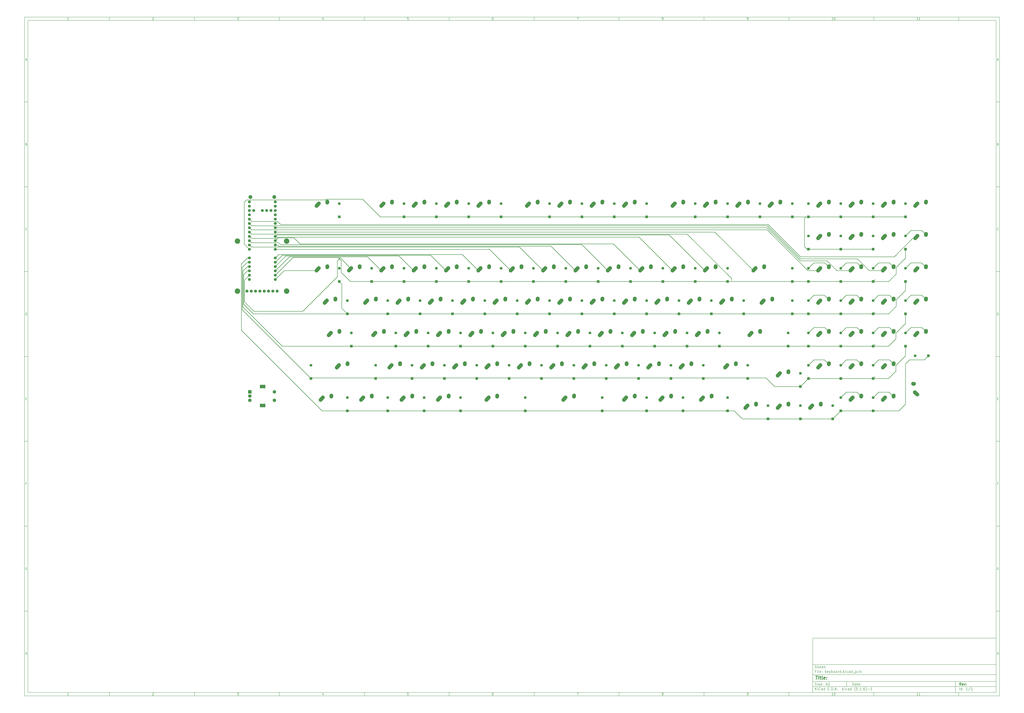
<source format=gbr>
G04 #@! TF.GenerationSoftware,KiCad,Pcbnew,(5.1.6)-1*
G04 #@! TF.CreationDate,2020-10-04T22:42:35-04:00*
G04 #@! TF.ProjectId,keyboard,6b657962-6f61-4726-942e-6b696361645f,rev?*
G04 #@! TF.SameCoordinates,Original*
G04 #@! TF.FileFunction,Copper,L2,Bot*
G04 #@! TF.FilePolarity,Positive*
%FSLAX46Y46*%
G04 Gerber Fmt 4.6, Leading zero omitted, Abs format (unit mm)*
G04 Created by KiCad (PCBNEW (5.1.6)-1) date 2020-10-04 22:42:35*
%MOMM*%
%LPD*%
G01*
G04 APERTURE LIST*
%ADD10C,0.100000*%
%ADD11C,0.150000*%
%ADD12C,0.300000*%
%ADD13C,0.400000*%
G04 #@! TA.AperFunction,ComponentPad*
%ADD14C,1.778000*%
G04 #@! TD*
G04 #@! TA.AperFunction,ComponentPad*
%ADD15C,3.200000*%
G04 #@! TD*
G04 #@! TA.AperFunction,ComponentPad*
%ADD16C,2.250000*%
G04 #@! TD*
G04 #@! TA.AperFunction,ComponentPad*
%ADD17C,1.700000*%
G04 #@! TD*
G04 #@! TA.AperFunction,ComponentPad*
%ADD18C,2.200000*%
G04 #@! TD*
G04 #@! TA.AperFunction,ComponentPad*
%ADD19R,2.000000X2.000000*%
G04 #@! TD*
G04 #@! TA.AperFunction,ComponentPad*
%ADD20C,2.000000*%
G04 #@! TD*
G04 #@! TA.AperFunction,ComponentPad*
%ADD21R,3.200000X2.000000*%
G04 #@! TD*
G04 #@! TA.AperFunction,ComponentPad*
%ADD22C,1.600000*%
G04 #@! TD*
G04 #@! TA.AperFunction,ComponentPad*
%ADD23R,1.600000X1.600000*%
G04 #@! TD*
G04 #@! TA.AperFunction,ViaPad*
%ADD24C,0.800000*%
G04 #@! TD*
G04 #@! TA.AperFunction,Conductor*
%ADD25C,0.250000*%
G04 #@! TD*
G04 APERTURE END LIST*
D10*
D11*
X474004400Y-375989000D02*
X474004400Y-407989000D01*
X582004400Y-407989000D01*
X582004400Y-375989000D01*
X474004400Y-375989000D01*
D10*
D11*
X10000000Y-10000000D02*
X10000000Y-409989000D01*
X584004400Y-409989000D01*
X584004400Y-10000000D01*
X10000000Y-10000000D01*
D10*
D11*
X12000000Y-12000000D02*
X12000000Y-407989000D01*
X582004400Y-407989000D01*
X582004400Y-12000000D01*
X12000000Y-12000000D01*
D10*
D11*
X60000000Y-12000000D02*
X60000000Y-10000000D01*
D10*
D11*
X110000000Y-12000000D02*
X110000000Y-10000000D01*
D10*
D11*
X160000000Y-12000000D02*
X160000000Y-10000000D01*
D10*
D11*
X210000000Y-12000000D02*
X210000000Y-10000000D01*
D10*
D11*
X260000000Y-12000000D02*
X260000000Y-10000000D01*
D10*
D11*
X310000000Y-12000000D02*
X310000000Y-10000000D01*
D10*
D11*
X360000000Y-12000000D02*
X360000000Y-10000000D01*
D10*
D11*
X410000000Y-12000000D02*
X410000000Y-10000000D01*
D10*
D11*
X460000000Y-12000000D02*
X460000000Y-10000000D01*
D10*
D11*
X510000000Y-12000000D02*
X510000000Y-10000000D01*
D10*
D11*
X560000000Y-12000000D02*
X560000000Y-10000000D01*
D10*
D11*
X36065476Y-11588095D02*
X35322619Y-11588095D01*
X35694047Y-11588095D02*
X35694047Y-10288095D01*
X35570238Y-10473809D01*
X35446428Y-10597619D01*
X35322619Y-10659523D01*
D10*
D11*
X85322619Y-10411904D02*
X85384523Y-10350000D01*
X85508333Y-10288095D01*
X85817857Y-10288095D01*
X85941666Y-10350000D01*
X86003571Y-10411904D01*
X86065476Y-10535714D01*
X86065476Y-10659523D01*
X86003571Y-10845238D01*
X85260714Y-11588095D01*
X86065476Y-11588095D01*
D10*
D11*
X135260714Y-10288095D02*
X136065476Y-10288095D01*
X135632142Y-10783333D01*
X135817857Y-10783333D01*
X135941666Y-10845238D01*
X136003571Y-10907142D01*
X136065476Y-11030952D01*
X136065476Y-11340476D01*
X136003571Y-11464285D01*
X135941666Y-11526190D01*
X135817857Y-11588095D01*
X135446428Y-11588095D01*
X135322619Y-11526190D01*
X135260714Y-11464285D01*
D10*
D11*
X185941666Y-10721428D02*
X185941666Y-11588095D01*
X185632142Y-10226190D02*
X185322619Y-11154761D01*
X186127380Y-11154761D01*
D10*
D11*
X236003571Y-10288095D02*
X235384523Y-10288095D01*
X235322619Y-10907142D01*
X235384523Y-10845238D01*
X235508333Y-10783333D01*
X235817857Y-10783333D01*
X235941666Y-10845238D01*
X236003571Y-10907142D01*
X236065476Y-11030952D01*
X236065476Y-11340476D01*
X236003571Y-11464285D01*
X235941666Y-11526190D01*
X235817857Y-11588095D01*
X235508333Y-11588095D01*
X235384523Y-11526190D01*
X235322619Y-11464285D01*
D10*
D11*
X285941666Y-10288095D02*
X285694047Y-10288095D01*
X285570238Y-10350000D01*
X285508333Y-10411904D01*
X285384523Y-10597619D01*
X285322619Y-10845238D01*
X285322619Y-11340476D01*
X285384523Y-11464285D01*
X285446428Y-11526190D01*
X285570238Y-11588095D01*
X285817857Y-11588095D01*
X285941666Y-11526190D01*
X286003571Y-11464285D01*
X286065476Y-11340476D01*
X286065476Y-11030952D01*
X286003571Y-10907142D01*
X285941666Y-10845238D01*
X285817857Y-10783333D01*
X285570238Y-10783333D01*
X285446428Y-10845238D01*
X285384523Y-10907142D01*
X285322619Y-11030952D01*
D10*
D11*
X335260714Y-10288095D02*
X336127380Y-10288095D01*
X335570238Y-11588095D01*
D10*
D11*
X385570238Y-10845238D02*
X385446428Y-10783333D01*
X385384523Y-10721428D01*
X385322619Y-10597619D01*
X385322619Y-10535714D01*
X385384523Y-10411904D01*
X385446428Y-10350000D01*
X385570238Y-10288095D01*
X385817857Y-10288095D01*
X385941666Y-10350000D01*
X386003571Y-10411904D01*
X386065476Y-10535714D01*
X386065476Y-10597619D01*
X386003571Y-10721428D01*
X385941666Y-10783333D01*
X385817857Y-10845238D01*
X385570238Y-10845238D01*
X385446428Y-10907142D01*
X385384523Y-10969047D01*
X385322619Y-11092857D01*
X385322619Y-11340476D01*
X385384523Y-11464285D01*
X385446428Y-11526190D01*
X385570238Y-11588095D01*
X385817857Y-11588095D01*
X385941666Y-11526190D01*
X386003571Y-11464285D01*
X386065476Y-11340476D01*
X386065476Y-11092857D01*
X386003571Y-10969047D01*
X385941666Y-10907142D01*
X385817857Y-10845238D01*
D10*
D11*
X435446428Y-11588095D02*
X435694047Y-11588095D01*
X435817857Y-11526190D01*
X435879761Y-11464285D01*
X436003571Y-11278571D01*
X436065476Y-11030952D01*
X436065476Y-10535714D01*
X436003571Y-10411904D01*
X435941666Y-10350000D01*
X435817857Y-10288095D01*
X435570238Y-10288095D01*
X435446428Y-10350000D01*
X435384523Y-10411904D01*
X435322619Y-10535714D01*
X435322619Y-10845238D01*
X435384523Y-10969047D01*
X435446428Y-11030952D01*
X435570238Y-11092857D01*
X435817857Y-11092857D01*
X435941666Y-11030952D01*
X436003571Y-10969047D01*
X436065476Y-10845238D01*
D10*
D11*
X486065476Y-11588095D02*
X485322619Y-11588095D01*
X485694047Y-11588095D02*
X485694047Y-10288095D01*
X485570238Y-10473809D01*
X485446428Y-10597619D01*
X485322619Y-10659523D01*
X486870238Y-10288095D02*
X486994047Y-10288095D01*
X487117857Y-10350000D01*
X487179761Y-10411904D01*
X487241666Y-10535714D01*
X487303571Y-10783333D01*
X487303571Y-11092857D01*
X487241666Y-11340476D01*
X487179761Y-11464285D01*
X487117857Y-11526190D01*
X486994047Y-11588095D01*
X486870238Y-11588095D01*
X486746428Y-11526190D01*
X486684523Y-11464285D01*
X486622619Y-11340476D01*
X486560714Y-11092857D01*
X486560714Y-10783333D01*
X486622619Y-10535714D01*
X486684523Y-10411904D01*
X486746428Y-10350000D01*
X486870238Y-10288095D01*
D10*
D11*
X536065476Y-11588095D02*
X535322619Y-11588095D01*
X535694047Y-11588095D02*
X535694047Y-10288095D01*
X535570238Y-10473809D01*
X535446428Y-10597619D01*
X535322619Y-10659523D01*
X537303571Y-11588095D02*
X536560714Y-11588095D01*
X536932142Y-11588095D02*
X536932142Y-10288095D01*
X536808333Y-10473809D01*
X536684523Y-10597619D01*
X536560714Y-10659523D01*
D10*
D11*
X60000000Y-407989000D02*
X60000000Y-409989000D01*
D10*
D11*
X110000000Y-407989000D02*
X110000000Y-409989000D01*
D10*
D11*
X160000000Y-407989000D02*
X160000000Y-409989000D01*
D10*
D11*
X210000000Y-407989000D02*
X210000000Y-409989000D01*
D10*
D11*
X260000000Y-407989000D02*
X260000000Y-409989000D01*
D10*
D11*
X310000000Y-407989000D02*
X310000000Y-409989000D01*
D10*
D11*
X360000000Y-407989000D02*
X360000000Y-409989000D01*
D10*
D11*
X410000000Y-407989000D02*
X410000000Y-409989000D01*
D10*
D11*
X460000000Y-407989000D02*
X460000000Y-409989000D01*
D10*
D11*
X510000000Y-407989000D02*
X510000000Y-409989000D01*
D10*
D11*
X560000000Y-407989000D02*
X560000000Y-409989000D01*
D10*
D11*
X36065476Y-409577095D02*
X35322619Y-409577095D01*
X35694047Y-409577095D02*
X35694047Y-408277095D01*
X35570238Y-408462809D01*
X35446428Y-408586619D01*
X35322619Y-408648523D01*
D10*
D11*
X85322619Y-408400904D02*
X85384523Y-408339000D01*
X85508333Y-408277095D01*
X85817857Y-408277095D01*
X85941666Y-408339000D01*
X86003571Y-408400904D01*
X86065476Y-408524714D01*
X86065476Y-408648523D01*
X86003571Y-408834238D01*
X85260714Y-409577095D01*
X86065476Y-409577095D01*
D10*
D11*
X135260714Y-408277095D02*
X136065476Y-408277095D01*
X135632142Y-408772333D01*
X135817857Y-408772333D01*
X135941666Y-408834238D01*
X136003571Y-408896142D01*
X136065476Y-409019952D01*
X136065476Y-409329476D01*
X136003571Y-409453285D01*
X135941666Y-409515190D01*
X135817857Y-409577095D01*
X135446428Y-409577095D01*
X135322619Y-409515190D01*
X135260714Y-409453285D01*
D10*
D11*
X185941666Y-408710428D02*
X185941666Y-409577095D01*
X185632142Y-408215190D02*
X185322619Y-409143761D01*
X186127380Y-409143761D01*
D10*
D11*
X236003571Y-408277095D02*
X235384523Y-408277095D01*
X235322619Y-408896142D01*
X235384523Y-408834238D01*
X235508333Y-408772333D01*
X235817857Y-408772333D01*
X235941666Y-408834238D01*
X236003571Y-408896142D01*
X236065476Y-409019952D01*
X236065476Y-409329476D01*
X236003571Y-409453285D01*
X235941666Y-409515190D01*
X235817857Y-409577095D01*
X235508333Y-409577095D01*
X235384523Y-409515190D01*
X235322619Y-409453285D01*
D10*
D11*
X285941666Y-408277095D02*
X285694047Y-408277095D01*
X285570238Y-408339000D01*
X285508333Y-408400904D01*
X285384523Y-408586619D01*
X285322619Y-408834238D01*
X285322619Y-409329476D01*
X285384523Y-409453285D01*
X285446428Y-409515190D01*
X285570238Y-409577095D01*
X285817857Y-409577095D01*
X285941666Y-409515190D01*
X286003571Y-409453285D01*
X286065476Y-409329476D01*
X286065476Y-409019952D01*
X286003571Y-408896142D01*
X285941666Y-408834238D01*
X285817857Y-408772333D01*
X285570238Y-408772333D01*
X285446428Y-408834238D01*
X285384523Y-408896142D01*
X285322619Y-409019952D01*
D10*
D11*
X335260714Y-408277095D02*
X336127380Y-408277095D01*
X335570238Y-409577095D01*
D10*
D11*
X385570238Y-408834238D02*
X385446428Y-408772333D01*
X385384523Y-408710428D01*
X385322619Y-408586619D01*
X385322619Y-408524714D01*
X385384523Y-408400904D01*
X385446428Y-408339000D01*
X385570238Y-408277095D01*
X385817857Y-408277095D01*
X385941666Y-408339000D01*
X386003571Y-408400904D01*
X386065476Y-408524714D01*
X386065476Y-408586619D01*
X386003571Y-408710428D01*
X385941666Y-408772333D01*
X385817857Y-408834238D01*
X385570238Y-408834238D01*
X385446428Y-408896142D01*
X385384523Y-408958047D01*
X385322619Y-409081857D01*
X385322619Y-409329476D01*
X385384523Y-409453285D01*
X385446428Y-409515190D01*
X385570238Y-409577095D01*
X385817857Y-409577095D01*
X385941666Y-409515190D01*
X386003571Y-409453285D01*
X386065476Y-409329476D01*
X386065476Y-409081857D01*
X386003571Y-408958047D01*
X385941666Y-408896142D01*
X385817857Y-408834238D01*
D10*
D11*
X435446428Y-409577095D02*
X435694047Y-409577095D01*
X435817857Y-409515190D01*
X435879761Y-409453285D01*
X436003571Y-409267571D01*
X436065476Y-409019952D01*
X436065476Y-408524714D01*
X436003571Y-408400904D01*
X435941666Y-408339000D01*
X435817857Y-408277095D01*
X435570238Y-408277095D01*
X435446428Y-408339000D01*
X435384523Y-408400904D01*
X435322619Y-408524714D01*
X435322619Y-408834238D01*
X435384523Y-408958047D01*
X435446428Y-409019952D01*
X435570238Y-409081857D01*
X435817857Y-409081857D01*
X435941666Y-409019952D01*
X436003571Y-408958047D01*
X436065476Y-408834238D01*
D10*
D11*
X486065476Y-409577095D02*
X485322619Y-409577095D01*
X485694047Y-409577095D02*
X485694047Y-408277095D01*
X485570238Y-408462809D01*
X485446428Y-408586619D01*
X485322619Y-408648523D01*
X486870238Y-408277095D02*
X486994047Y-408277095D01*
X487117857Y-408339000D01*
X487179761Y-408400904D01*
X487241666Y-408524714D01*
X487303571Y-408772333D01*
X487303571Y-409081857D01*
X487241666Y-409329476D01*
X487179761Y-409453285D01*
X487117857Y-409515190D01*
X486994047Y-409577095D01*
X486870238Y-409577095D01*
X486746428Y-409515190D01*
X486684523Y-409453285D01*
X486622619Y-409329476D01*
X486560714Y-409081857D01*
X486560714Y-408772333D01*
X486622619Y-408524714D01*
X486684523Y-408400904D01*
X486746428Y-408339000D01*
X486870238Y-408277095D01*
D10*
D11*
X536065476Y-409577095D02*
X535322619Y-409577095D01*
X535694047Y-409577095D02*
X535694047Y-408277095D01*
X535570238Y-408462809D01*
X535446428Y-408586619D01*
X535322619Y-408648523D01*
X537303571Y-409577095D02*
X536560714Y-409577095D01*
X536932142Y-409577095D02*
X536932142Y-408277095D01*
X536808333Y-408462809D01*
X536684523Y-408586619D01*
X536560714Y-408648523D01*
D10*
D11*
X10000000Y-60000000D02*
X12000000Y-60000000D01*
D10*
D11*
X10000000Y-110000000D02*
X12000000Y-110000000D01*
D10*
D11*
X10000000Y-160000000D02*
X12000000Y-160000000D01*
D10*
D11*
X10000000Y-210000000D02*
X12000000Y-210000000D01*
D10*
D11*
X10000000Y-260000000D02*
X12000000Y-260000000D01*
D10*
D11*
X10000000Y-310000000D02*
X12000000Y-310000000D01*
D10*
D11*
X10000000Y-360000000D02*
X12000000Y-360000000D01*
D10*
D11*
X10690476Y-35216666D02*
X11309523Y-35216666D01*
X10566666Y-35588095D02*
X11000000Y-34288095D01*
X11433333Y-35588095D01*
D10*
D11*
X11092857Y-84907142D02*
X11278571Y-84969047D01*
X11340476Y-85030952D01*
X11402380Y-85154761D01*
X11402380Y-85340476D01*
X11340476Y-85464285D01*
X11278571Y-85526190D01*
X11154761Y-85588095D01*
X10659523Y-85588095D01*
X10659523Y-84288095D01*
X11092857Y-84288095D01*
X11216666Y-84350000D01*
X11278571Y-84411904D01*
X11340476Y-84535714D01*
X11340476Y-84659523D01*
X11278571Y-84783333D01*
X11216666Y-84845238D01*
X11092857Y-84907142D01*
X10659523Y-84907142D01*
D10*
D11*
X11402380Y-135464285D02*
X11340476Y-135526190D01*
X11154761Y-135588095D01*
X11030952Y-135588095D01*
X10845238Y-135526190D01*
X10721428Y-135402380D01*
X10659523Y-135278571D01*
X10597619Y-135030952D01*
X10597619Y-134845238D01*
X10659523Y-134597619D01*
X10721428Y-134473809D01*
X10845238Y-134350000D01*
X11030952Y-134288095D01*
X11154761Y-134288095D01*
X11340476Y-134350000D01*
X11402380Y-134411904D01*
D10*
D11*
X10659523Y-185588095D02*
X10659523Y-184288095D01*
X10969047Y-184288095D01*
X11154761Y-184350000D01*
X11278571Y-184473809D01*
X11340476Y-184597619D01*
X11402380Y-184845238D01*
X11402380Y-185030952D01*
X11340476Y-185278571D01*
X11278571Y-185402380D01*
X11154761Y-185526190D01*
X10969047Y-185588095D01*
X10659523Y-185588095D01*
D10*
D11*
X10721428Y-234907142D02*
X11154761Y-234907142D01*
X11340476Y-235588095D02*
X10721428Y-235588095D01*
X10721428Y-234288095D01*
X11340476Y-234288095D01*
D10*
D11*
X11185714Y-284907142D02*
X10752380Y-284907142D01*
X10752380Y-285588095D02*
X10752380Y-284288095D01*
X11371428Y-284288095D01*
D10*
D11*
X11340476Y-334350000D02*
X11216666Y-334288095D01*
X11030952Y-334288095D01*
X10845238Y-334350000D01*
X10721428Y-334473809D01*
X10659523Y-334597619D01*
X10597619Y-334845238D01*
X10597619Y-335030952D01*
X10659523Y-335278571D01*
X10721428Y-335402380D01*
X10845238Y-335526190D01*
X11030952Y-335588095D01*
X11154761Y-335588095D01*
X11340476Y-335526190D01*
X11402380Y-335464285D01*
X11402380Y-335030952D01*
X11154761Y-335030952D01*
D10*
D11*
X10628571Y-385588095D02*
X10628571Y-384288095D01*
X10628571Y-384907142D02*
X11371428Y-384907142D01*
X11371428Y-385588095D02*
X11371428Y-384288095D01*
D10*
D11*
X584004400Y-60000000D02*
X582004400Y-60000000D01*
D10*
D11*
X584004400Y-110000000D02*
X582004400Y-110000000D01*
D10*
D11*
X584004400Y-160000000D02*
X582004400Y-160000000D01*
D10*
D11*
X584004400Y-210000000D02*
X582004400Y-210000000D01*
D10*
D11*
X584004400Y-260000000D02*
X582004400Y-260000000D01*
D10*
D11*
X584004400Y-310000000D02*
X582004400Y-310000000D01*
D10*
D11*
X584004400Y-360000000D02*
X582004400Y-360000000D01*
D10*
D11*
X582694876Y-35216666D02*
X583313923Y-35216666D01*
X582571066Y-35588095D02*
X583004400Y-34288095D01*
X583437733Y-35588095D01*
D10*
D11*
X583097257Y-84907142D02*
X583282971Y-84969047D01*
X583344876Y-85030952D01*
X583406780Y-85154761D01*
X583406780Y-85340476D01*
X583344876Y-85464285D01*
X583282971Y-85526190D01*
X583159161Y-85588095D01*
X582663923Y-85588095D01*
X582663923Y-84288095D01*
X583097257Y-84288095D01*
X583221066Y-84350000D01*
X583282971Y-84411904D01*
X583344876Y-84535714D01*
X583344876Y-84659523D01*
X583282971Y-84783333D01*
X583221066Y-84845238D01*
X583097257Y-84907142D01*
X582663923Y-84907142D01*
D10*
D11*
X583406780Y-135464285D02*
X583344876Y-135526190D01*
X583159161Y-135588095D01*
X583035352Y-135588095D01*
X582849638Y-135526190D01*
X582725828Y-135402380D01*
X582663923Y-135278571D01*
X582602019Y-135030952D01*
X582602019Y-134845238D01*
X582663923Y-134597619D01*
X582725828Y-134473809D01*
X582849638Y-134350000D01*
X583035352Y-134288095D01*
X583159161Y-134288095D01*
X583344876Y-134350000D01*
X583406780Y-134411904D01*
D10*
D11*
X582663923Y-185588095D02*
X582663923Y-184288095D01*
X582973447Y-184288095D01*
X583159161Y-184350000D01*
X583282971Y-184473809D01*
X583344876Y-184597619D01*
X583406780Y-184845238D01*
X583406780Y-185030952D01*
X583344876Y-185278571D01*
X583282971Y-185402380D01*
X583159161Y-185526190D01*
X582973447Y-185588095D01*
X582663923Y-185588095D01*
D10*
D11*
X582725828Y-234907142D02*
X583159161Y-234907142D01*
X583344876Y-235588095D02*
X582725828Y-235588095D01*
X582725828Y-234288095D01*
X583344876Y-234288095D01*
D10*
D11*
X583190114Y-284907142D02*
X582756780Y-284907142D01*
X582756780Y-285588095D02*
X582756780Y-284288095D01*
X583375828Y-284288095D01*
D10*
D11*
X583344876Y-334350000D02*
X583221066Y-334288095D01*
X583035352Y-334288095D01*
X582849638Y-334350000D01*
X582725828Y-334473809D01*
X582663923Y-334597619D01*
X582602019Y-334845238D01*
X582602019Y-335030952D01*
X582663923Y-335278571D01*
X582725828Y-335402380D01*
X582849638Y-335526190D01*
X583035352Y-335588095D01*
X583159161Y-335588095D01*
X583344876Y-335526190D01*
X583406780Y-335464285D01*
X583406780Y-335030952D01*
X583159161Y-335030952D01*
D10*
D11*
X582632971Y-385588095D02*
X582632971Y-384288095D01*
X582632971Y-384907142D02*
X583375828Y-384907142D01*
X583375828Y-385588095D02*
X583375828Y-384288095D01*
D10*
D11*
X497436542Y-403767571D02*
X497436542Y-402267571D01*
X497793685Y-402267571D01*
X498007971Y-402339000D01*
X498150828Y-402481857D01*
X498222257Y-402624714D01*
X498293685Y-402910428D01*
X498293685Y-403124714D01*
X498222257Y-403410428D01*
X498150828Y-403553285D01*
X498007971Y-403696142D01*
X497793685Y-403767571D01*
X497436542Y-403767571D01*
X499579400Y-403767571D02*
X499579400Y-402981857D01*
X499507971Y-402839000D01*
X499365114Y-402767571D01*
X499079400Y-402767571D01*
X498936542Y-402839000D01*
X499579400Y-403696142D02*
X499436542Y-403767571D01*
X499079400Y-403767571D01*
X498936542Y-403696142D01*
X498865114Y-403553285D01*
X498865114Y-403410428D01*
X498936542Y-403267571D01*
X499079400Y-403196142D01*
X499436542Y-403196142D01*
X499579400Y-403124714D01*
X500079400Y-402767571D02*
X500650828Y-402767571D01*
X500293685Y-402267571D02*
X500293685Y-403553285D01*
X500365114Y-403696142D01*
X500507971Y-403767571D01*
X500650828Y-403767571D01*
X501722257Y-403696142D02*
X501579400Y-403767571D01*
X501293685Y-403767571D01*
X501150828Y-403696142D01*
X501079400Y-403553285D01*
X501079400Y-402981857D01*
X501150828Y-402839000D01*
X501293685Y-402767571D01*
X501579400Y-402767571D01*
X501722257Y-402839000D01*
X501793685Y-402981857D01*
X501793685Y-403124714D01*
X501079400Y-403267571D01*
X502436542Y-403624714D02*
X502507971Y-403696142D01*
X502436542Y-403767571D01*
X502365114Y-403696142D01*
X502436542Y-403624714D01*
X502436542Y-403767571D01*
X502436542Y-402839000D02*
X502507971Y-402910428D01*
X502436542Y-402981857D01*
X502365114Y-402910428D01*
X502436542Y-402839000D01*
X502436542Y-402981857D01*
D10*
D11*
X474004400Y-404489000D02*
X582004400Y-404489000D01*
D10*
D11*
X475436542Y-406567571D02*
X475436542Y-405067571D01*
X476293685Y-406567571D02*
X475650828Y-405710428D01*
X476293685Y-405067571D02*
X475436542Y-405924714D01*
X476936542Y-406567571D02*
X476936542Y-405567571D01*
X476936542Y-405067571D02*
X476865114Y-405139000D01*
X476936542Y-405210428D01*
X477007971Y-405139000D01*
X476936542Y-405067571D01*
X476936542Y-405210428D01*
X478507971Y-406424714D02*
X478436542Y-406496142D01*
X478222257Y-406567571D01*
X478079400Y-406567571D01*
X477865114Y-406496142D01*
X477722257Y-406353285D01*
X477650828Y-406210428D01*
X477579400Y-405924714D01*
X477579400Y-405710428D01*
X477650828Y-405424714D01*
X477722257Y-405281857D01*
X477865114Y-405139000D01*
X478079400Y-405067571D01*
X478222257Y-405067571D01*
X478436542Y-405139000D01*
X478507971Y-405210428D01*
X479793685Y-406567571D02*
X479793685Y-405781857D01*
X479722257Y-405639000D01*
X479579400Y-405567571D01*
X479293685Y-405567571D01*
X479150828Y-405639000D01*
X479793685Y-406496142D02*
X479650828Y-406567571D01*
X479293685Y-406567571D01*
X479150828Y-406496142D01*
X479079400Y-406353285D01*
X479079400Y-406210428D01*
X479150828Y-406067571D01*
X479293685Y-405996142D01*
X479650828Y-405996142D01*
X479793685Y-405924714D01*
X481150828Y-406567571D02*
X481150828Y-405067571D01*
X481150828Y-406496142D02*
X481007971Y-406567571D01*
X480722257Y-406567571D01*
X480579400Y-406496142D01*
X480507971Y-406424714D01*
X480436542Y-406281857D01*
X480436542Y-405853285D01*
X480507971Y-405710428D01*
X480579400Y-405639000D01*
X480722257Y-405567571D01*
X481007971Y-405567571D01*
X481150828Y-405639000D01*
X483007971Y-405781857D02*
X483507971Y-405781857D01*
X483722257Y-406567571D02*
X483007971Y-406567571D01*
X483007971Y-405067571D01*
X483722257Y-405067571D01*
X484365114Y-406424714D02*
X484436542Y-406496142D01*
X484365114Y-406567571D01*
X484293685Y-406496142D01*
X484365114Y-406424714D01*
X484365114Y-406567571D01*
X485079400Y-406567571D02*
X485079400Y-405067571D01*
X485436542Y-405067571D01*
X485650828Y-405139000D01*
X485793685Y-405281857D01*
X485865114Y-405424714D01*
X485936542Y-405710428D01*
X485936542Y-405924714D01*
X485865114Y-406210428D01*
X485793685Y-406353285D01*
X485650828Y-406496142D01*
X485436542Y-406567571D01*
X485079400Y-406567571D01*
X486579400Y-406424714D02*
X486650828Y-406496142D01*
X486579400Y-406567571D01*
X486507971Y-406496142D01*
X486579400Y-406424714D01*
X486579400Y-406567571D01*
X487222257Y-406139000D02*
X487936542Y-406139000D01*
X487079400Y-406567571D02*
X487579400Y-405067571D01*
X488079400Y-406567571D01*
X488579400Y-406424714D02*
X488650828Y-406496142D01*
X488579400Y-406567571D01*
X488507971Y-406496142D01*
X488579400Y-406424714D01*
X488579400Y-406567571D01*
X491579400Y-406567571D02*
X491579400Y-405067571D01*
X491722257Y-405996142D02*
X492150828Y-406567571D01*
X492150828Y-405567571D02*
X491579400Y-406139000D01*
X492793685Y-406567571D02*
X492793685Y-405567571D01*
X492793685Y-405067571D02*
X492722257Y-405139000D01*
X492793685Y-405210428D01*
X492865114Y-405139000D01*
X492793685Y-405067571D01*
X492793685Y-405210428D01*
X494150828Y-406496142D02*
X494007971Y-406567571D01*
X493722257Y-406567571D01*
X493579400Y-406496142D01*
X493507971Y-406424714D01*
X493436542Y-406281857D01*
X493436542Y-405853285D01*
X493507971Y-405710428D01*
X493579400Y-405639000D01*
X493722257Y-405567571D01*
X494007971Y-405567571D01*
X494150828Y-405639000D01*
X495436542Y-406567571D02*
X495436542Y-405781857D01*
X495365114Y-405639000D01*
X495222257Y-405567571D01*
X494936542Y-405567571D01*
X494793685Y-405639000D01*
X495436542Y-406496142D02*
X495293685Y-406567571D01*
X494936542Y-406567571D01*
X494793685Y-406496142D01*
X494722257Y-406353285D01*
X494722257Y-406210428D01*
X494793685Y-406067571D01*
X494936542Y-405996142D01*
X495293685Y-405996142D01*
X495436542Y-405924714D01*
X496793685Y-406567571D02*
X496793685Y-405067571D01*
X496793685Y-406496142D02*
X496650828Y-406567571D01*
X496365114Y-406567571D01*
X496222257Y-406496142D01*
X496150828Y-406424714D01*
X496079400Y-406281857D01*
X496079400Y-405853285D01*
X496150828Y-405710428D01*
X496222257Y-405639000D01*
X496365114Y-405567571D01*
X496650828Y-405567571D01*
X496793685Y-405639000D01*
X499079400Y-407139000D02*
X499007971Y-407067571D01*
X498865114Y-406853285D01*
X498793685Y-406710428D01*
X498722257Y-406496142D01*
X498650828Y-406139000D01*
X498650828Y-405853285D01*
X498722257Y-405496142D01*
X498793685Y-405281857D01*
X498865114Y-405139000D01*
X499007971Y-404924714D01*
X499079400Y-404853285D01*
X500365114Y-405067571D02*
X499650828Y-405067571D01*
X499579400Y-405781857D01*
X499650828Y-405710428D01*
X499793685Y-405639000D01*
X500150828Y-405639000D01*
X500293685Y-405710428D01*
X500365114Y-405781857D01*
X500436542Y-405924714D01*
X500436542Y-406281857D01*
X500365114Y-406424714D01*
X500293685Y-406496142D01*
X500150828Y-406567571D01*
X499793685Y-406567571D01*
X499650828Y-406496142D01*
X499579400Y-406424714D01*
X501079400Y-406424714D02*
X501150828Y-406496142D01*
X501079400Y-406567571D01*
X501007971Y-406496142D01*
X501079400Y-406424714D01*
X501079400Y-406567571D01*
X502579400Y-406567571D02*
X501722257Y-406567571D01*
X502150828Y-406567571D02*
X502150828Y-405067571D01*
X502007971Y-405281857D01*
X501865114Y-405424714D01*
X501722257Y-405496142D01*
X503222257Y-406424714D02*
X503293685Y-406496142D01*
X503222257Y-406567571D01*
X503150828Y-406496142D01*
X503222257Y-406424714D01*
X503222257Y-406567571D01*
X504579400Y-405067571D02*
X504293685Y-405067571D01*
X504150828Y-405139000D01*
X504079400Y-405210428D01*
X503936542Y-405424714D01*
X503865114Y-405710428D01*
X503865114Y-406281857D01*
X503936542Y-406424714D01*
X504007971Y-406496142D01*
X504150828Y-406567571D01*
X504436542Y-406567571D01*
X504579400Y-406496142D01*
X504650828Y-406424714D01*
X504722257Y-406281857D01*
X504722257Y-405924714D01*
X504650828Y-405781857D01*
X504579400Y-405710428D01*
X504436542Y-405639000D01*
X504150828Y-405639000D01*
X504007971Y-405710428D01*
X503936542Y-405781857D01*
X503865114Y-405924714D01*
X505222257Y-407139000D02*
X505293685Y-407067571D01*
X505436542Y-406853285D01*
X505507971Y-406710428D01*
X505579400Y-406496142D01*
X505650828Y-406139000D01*
X505650828Y-405853285D01*
X505579400Y-405496142D01*
X505507971Y-405281857D01*
X505436542Y-405139000D01*
X505293685Y-404924714D01*
X505222257Y-404853285D01*
X506365114Y-405996142D02*
X507507971Y-405996142D01*
X509007971Y-406567571D02*
X508150828Y-406567571D01*
X508579400Y-406567571D02*
X508579400Y-405067571D01*
X508436542Y-405281857D01*
X508293685Y-405424714D01*
X508150828Y-405496142D01*
D10*
D11*
X474004400Y-401489000D02*
X582004400Y-401489000D01*
D10*
D12*
X561413685Y-403767571D02*
X560913685Y-403053285D01*
X560556542Y-403767571D02*
X560556542Y-402267571D01*
X561127971Y-402267571D01*
X561270828Y-402339000D01*
X561342257Y-402410428D01*
X561413685Y-402553285D01*
X561413685Y-402767571D01*
X561342257Y-402910428D01*
X561270828Y-402981857D01*
X561127971Y-403053285D01*
X560556542Y-403053285D01*
X562627971Y-403696142D02*
X562485114Y-403767571D01*
X562199400Y-403767571D01*
X562056542Y-403696142D01*
X561985114Y-403553285D01*
X561985114Y-402981857D01*
X562056542Y-402839000D01*
X562199400Y-402767571D01*
X562485114Y-402767571D01*
X562627971Y-402839000D01*
X562699400Y-402981857D01*
X562699400Y-403124714D01*
X561985114Y-403267571D01*
X563199400Y-402767571D02*
X563556542Y-403767571D01*
X563913685Y-402767571D01*
X564485114Y-403624714D02*
X564556542Y-403696142D01*
X564485114Y-403767571D01*
X564413685Y-403696142D01*
X564485114Y-403624714D01*
X564485114Y-403767571D01*
X564485114Y-402839000D02*
X564556542Y-402910428D01*
X564485114Y-402981857D01*
X564413685Y-402910428D01*
X564485114Y-402839000D01*
X564485114Y-402981857D01*
D10*
D11*
X475365114Y-403696142D02*
X475579400Y-403767571D01*
X475936542Y-403767571D01*
X476079400Y-403696142D01*
X476150828Y-403624714D01*
X476222257Y-403481857D01*
X476222257Y-403339000D01*
X476150828Y-403196142D01*
X476079400Y-403124714D01*
X475936542Y-403053285D01*
X475650828Y-402981857D01*
X475507971Y-402910428D01*
X475436542Y-402839000D01*
X475365114Y-402696142D01*
X475365114Y-402553285D01*
X475436542Y-402410428D01*
X475507971Y-402339000D01*
X475650828Y-402267571D01*
X476007971Y-402267571D01*
X476222257Y-402339000D01*
X476865114Y-403767571D02*
X476865114Y-402767571D01*
X476865114Y-402267571D02*
X476793685Y-402339000D01*
X476865114Y-402410428D01*
X476936542Y-402339000D01*
X476865114Y-402267571D01*
X476865114Y-402410428D01*
X477436542Y-402767571D02*
X478222257Y-402767571D01*
X477436542Y-403767571D01*
X478222257Y-403767571D01*
X479365114Y-403696142D02*
X479222257Y-403767571D01*
X478936542Y-403767571D01*
X478793685Y-403696142D01*
X478722257Y-403553285D01*
X478722257Y-402981857D01*
X478793685Y-402839000D01*
X478936542Y-402767571D01*
X479222257Y-402767571D01*
X479365114Y-402839000D01*
X479436542Y-402981857D01*
X479436542Y-403124714D01*
X478722257Y-403267571D01*
X480079400Y-403624714D02*
X480150828Y-403696142D01*
X480079400Y-403767571D01*
X480007971Y-403696142D01*
X480079400Y-403624714D01*
X480079400Y-403767571D01*
X480079400Y-402839000D02*
X480150828Y-402910428D01*
X480079400Y-402981857D01*
X480007971Y-402910428D01*
X480079400Y-402839000D01*
X480079400Y-402981857D01*
X481865114Y-403339000D02*
X482579400Y-403339000D01*
X481722257Y-403767571D02*
X482222257Y-402267571D01*
X482722257Y-403767571D01*
X483150828Y-402410428D02*
X483222257Y-402339000D01*
X483365114Y-402267571D01*
X483722257Y-402267571D01*
X483865114Y-402339000D01*
X483936542Y-402410428D01*
X484007971Y-402553285D01*
X484007971Y-402696142D01*
X483936542Y-402910428D01*
X483079400Y-403767571D01*
X484007971Y-403767571D01*
D10*
D11*
X560436542Y-406567571D02*
X560436542Y-405067571D01*
X561793685Y-406567571D02*
X561793685Y-405067571D01*
X561793685Y-406496142D02*
X561650828Y-406567571D01*
X561365114Y-406567571D01*
X561222257Y-406496142D01*
X561150828Y-406424714D01*
X561079400Y-406281857D01*
X561079400Y-405853285D01*
X561150828Y-405710428D01*
X561222257Y-405639000D01*
X561365114Y-405567571D01*
X561650828Y-405567571D01*
X561793685Y-405639000D01*
X562507971Y-406424714D02*
X562579400Y-406496142D01*
X562507971Y-406567571D01*
X562436542Y-406496142D01*
X562507971Y-406424714D01*
X562507971Y-406567571D01*
X562507971Y-405639000D02*
X562579400Y-405710428D01*
X562507971Y-405781857D01*
X562436542Y-405710428D01*
X562507971Y-405639000D01*
X562507971Y-405781857D01*
X565150828Y-406567571D02*
X564293685Y-406567571D01*
X564722257Y-406567571D02*
X564722257Y-405067571D01*
X564579400Y-405281857D01*
X564436542Y-405424714D01*
X564293685Y-405496142D01*
X566865114Y-404996142D02*
X565579400Y-406924714D01*
X568150828Y-406567571D02*
X567293685Y-406567571D01*
X567722257Y-406567571D02*
X567722257Y-405067571D01*
X567579400Y-405281857D01*
X567436542Y-405424714D01*
X567293685Y-405496142D01*
D10*
D11*
X474004400Y-397489000D02*
X582004400Y-397489000D01*
D10*
D13*
X475716780Y-398193761D02*
X476859638Y-398193761D01*
X476038209Y-400193761D02*
X476288209Y-398193761D01*
X477276304Y-400193761D02*
X477442971Y-398860428D01*
X477526304Y-398193761D02*
X477419161Y-398289000D01*
X477502495Y-398384238D01*
X477609638Y-398289000D01*
X477526304Y-398193761D01*
X477502495Y-398384238D01*
X478109638Y-398860428D02*
X478871542Y-398860428D01*
X478478685Y-398193761D02*
X478264400Y-399908047D01*
X478335828Y-400098523D01*
X478514400Y-400193761D01*
X478704876Y-400193761D01*
X479657257Y-400193761D02*
X479478685Y-400098523D01*
X479407257Y-399908047D01*
X479621542Y-398193761D01*
X481192971Y-400098523D02*
X480990590Y-400193761D01*
X480609638Y-400193761D01*
X480431066Y-400098523D01*
X480359638Y-399908047D01*
X480454876Y-399146142D01*
X480573923Y-398955666D01*
X480776304Y-398860428D01*
X481157257Y-398860428D01*
X481335828Y-398955666D01*
X481407257Y-399146142D01*
X481383447Y-399336619D01*
X480407257Y-399527095D01*
X482157257Y-400003285D02*
X482240590Y-400098523D01*
X482133447Y-400193761D01*
X482050114Y-400098523D01*
X482157257Y-400003285D01*
X482133447Y-400193761D01*
X482288209Y-398955666D02*
X482371542Y-399050904D01*
X482264400Y-399146142D01*
X482181066Y-399050904D01*
X482288209Y-398955666D01*
X482264400Y-399146142D01*
D10*
D11*
X475936542Y-395581857D02*
X475436542Y-395581857D01*
X475436542Y-396367571D02*
X475436542Y-394867571D01*
X476150828Y-394867571D01*
X476722257Y-396367571D02*
X476722257Y-395367571D01*
X476722257Y-394867571D02*
X476650828Y-394939000D01*
X476722257Y-395010428D01*
X476793685Y-394939000D01*
X476722257Y-394867571D01*
X476722257Y-395010428D01*
X477650828Y-396367571D02*
X477507971Y-396296142D01*
X477436542Y-396153285D01*
X477436542Y-394867571D01*
X478793685Y-396296142D02*
X478650828Y-396367571D01*
X478365114Y-396367571D01*
X478222257Y-396296142D01*
X478150828Y-396153285D01*
X478150828Y-395581857D01*
X478222257Y-395439000D01*
X478365114Y-395367571D01*
X478650828Y-395367571D01*
X478793685Y-395439000D01*
X478865114Y-395581857D01*
X478865114Y-395724714D01*
X478150828Y-395867571D01*
X479507971Y-396224714D02*
X479579400Y-396296142D01*
X479507971Y-396367571D01*
X479436542Y-396296142D01*
X479507971Y-396224714D01*
X479507971Y-396367571D01*
X479507971Y-395439000D02*
X479579400Y-395510428D01*
X479507971Y-395581857D01*
X479436542Y-395510428D01*
X479507971Y-395439000D01*
X479507971Y-395581857D01*
X481365114Y-396367571D02*
X481365114Y-394867571D01*
X481507971Y-395796142D02*
X481936542Y-396367571D01*
X481936542Y-395367571D02*
X481365114Y-395939000D01*
X483150828Y-396296142D02*
X483007971Y-396367571D01*
X482722257Y-396367571D01*
X482579400Y-396296142D01*
X482507971Y-396153285D01*
X482507971Y-395581857D01*
X482579400Y-395439000D01*
X482722257Y-395367571D01*
X483007971Y-395367571D01*
X483150828Y-395439000D01*
X483222257Y-395581857D01*
X483222257Y-395724714D01*
X482507971Y-395867571D01*
X483722257Y-395367571D02*
X484079400Y-396367571D01*
X484436542Y-395367571D02*
X484079400Y-396367571D01*
X483936542Y-396724714D01*
X483865114Y-396796142D01*
X483722257Y-396867571D01*
X485007971Y-396367571D02*
X485007971Y-394867571D01*
X485007971Y-395439000D02*
X485150828Y-395367571D01*
X485436542Y-395367571D01*
X485579400Y-395439000D01*
X485650828Y-395510428D01*
X485722257Y-395653285D01*
X485722257Y-396081857D01*
X485650828Y-396224714D01*
X485579400Y-396296142D01*
X485436542Y-396367571D01*
X485150828Y-396367571D01*
X485007971Y-396296142D01*
X486579400Y-396367571D02*
X486436542Y-396296142D01*
X486365114Y-396224714D01*
X486293685Y-396081857D01*
X486293685Y-395653285D01*
X486365114Y-395510428D01*
X486436542Y-395439000D01*
X486579400Y-395367571D01*
X486793685Y-395367571D01*
X486936542Y-395439000D01*
X487007971Y-395510428D01*
X487079400Y-395653285D01*
X487079400Y-396081857D01*
X487007971Y-396224714D01*
X486936542Y-396296142D01*
X486793685Y-396367571D01*
X486579400Y-396367571D01*
X488365114Y-396367571D02*
X488365114Y-395581857D01*
X488293685Y-395439000D01*
X488150828Y-395367571D01*
X487865114Y-395367571D01*
X487722257Y-395439000D01*
X488365114Y-396296142D02*
X488222257Y-396367571D01*
X487865114Y-396367571D01*
X487722257Y-396296142D01*
X487650828Y-396153285D01*
X487650828Y-396010428D01*
X487722257Y-395867571D01*
X487865114Y-395796142D01*
X488222257Y-395796142D01*
X488365114Y-395724714D01*
X489079400Y-396367571D02*
X489079400Y-395367571D01*
X489079400Y-395653285D02*
X489150828Y-395510428D01*
X489222257Y-395439000D01*
X489365114Y-395367571D01*
X489507971Y-395367571D01*
X490650828Y-396367571D02*
X490650828Y-394867571D01*
X490650828Y-396296142D02*
X490507971Y-396367571D01*
X490222257Y-396367571D01*
X490079400Y-396296142D01*
X490007971Y-396224714D01*
X489936542Y-396081857D01*
X489936542Y-395653285D01*
X490007971Y-395510428D01*
X490079400Y-395439000D01*
X490222257Y-395367571D01*
X490507971Y-395367571D01*
X490650828Y-395439000D01*
X491365114Y-396224714D02*
X491436542Y-396296142D01*
X491365114Y-396367571D01*
X491293685Y-396296142D01*
X491365114Y-396224714D01*
X491365114Y-396367571D01*
X492079400Y-396367571D02*
X492079400Y-394867571D01*
X492222257Y-395796142D02*
X492650828Y-396367571D01*
X492650828Y-395367571D02*
X492079400Y-395939000D01*
X493293685Y-396367571D02*
X493293685Y-395367571D01*
X493293685Y-394867571D02*
X493222257Y-394939000D01*
X493293685Y-395010428D01*
X493365114Y-394939000D01*
X493293685Y-394867571D01*
X493293685Y-395010428D01*
X494650828Y-396296142D02*
X494507971Y-396367571D01*
X494222257Y-396367571D01*
X494079400Y-396296142D01*
X494007971Y-396224714D01*
X493936542Y-396081857D01*
X493936542Y-395653285D01*
X494007971Y-395510428D01*
X494079400Y-395439000D01*
X494222257Y-395367571D01*
X494507971Y-395367571D01*
X494650828Y-395439000D01*
X495936542Y-396367571D02*
X495936542Y-395581857D01*
X495865114Y-395439000D01*
X495722257Y-395367571D01*
X495436542Y-395367571D01*
X495293685Y-395439000D01*
X495936542Y-396296142D02*
X495793685Y-396367571D01*
X495436542Y-396367571D01*
X495293685Y-396296142D01*
X495222257Y-396153285D01*
X495222257Y-396010428D01*
X495293685Y-395867571D01*
X495436542Y-395796142D01*
X495793685Y-395796142D01*
X495936542Y-395724714D01*
X497293685Y-396367571D02*
X497293685Y-394867571D01*
X497293685Y-396296142D02*
X497150828Y-396367571D01*
X496865114Y-396367571D01*
X496722257Y-396296142D01*
X496650828Y-396224714D01*
X496579400Y-396081857D01*
X496579400Y-395653285D01*
X496650828Y-395510428D01*
X496722257Y-395439000D01*
X496865114Y-395367571D01*
X497150828Y-395367571D01*
X497293685Y-395439000D01*
X497650828Y-396510428D02*
X498793685Y-396510428D01*
X499150828Y-395367571D02*
X499150828Y-396867571D01*
X499150828Y-395439000D02*
X499293685Y-395367571D01*
X499579400Y-395367571D01*
X499722257Y-395439000D01*
X499793685Y-395510428D01*
X499865114Y-395653285D01*
X499865114Y-396081857D01*
X499793685Y-396224714D01*
X499722257Y-396296142D01*
X499579400Y-396367571D01*
X499293685Y-396367571D01*
X499150828Y-396296142D01*
X501150828Y-396296142D02*
X501007971Y-396367571D01*
X500722257Y-396367571D01*
X500579400Y-396296142D01*
X500507971Y-396224714D01*
X500436542Y-396081857D01*
X500436542Y-395653285D01*
X500507971Y-395510428D01*
X500579400Y-395439000D01*
X500722257Y-395367571D01*
X501007971Y-395367571D01*
X501150828Y-395439000D01*
X501793685Y-396367571D02*
X501793685Y-394867571D01*
X501793685Y-395439000D02*
X501936542Y-395367571D01*
X502222257Y-395367571D01*
X502365114Y-395439000D01*
X502436542Y-395510428D01*
X502507971Y-395653285D01*
X502507971Y-396081857D01*
X502436542Y-396224714D01*
X502365114Y-396296142D01*
X502222257Y-396367571D01*
X501936542Y-396367571D01*
X501793685Y-396296142D01*
D10*
D11*
X474004400Y-391489000D02*
X582004400Y-391489000D01*
D10*
D11*
X475365114Y-393596142D02*
X475579400Y-393667571D01*
X475936542Y-393667571D01*
X476079400Y-393596142D01*
X476150828Y-393524714D01*
X476222257Y-393381857D01*
X476222257Y-393239000D01*
X476150828Y-393096142D01*
X476079400Y-393024714D01*
X475936542Y-392953285D01*
X475650828Y-392881857D01*
X475507971Y-392810428D01*
X475436542Y-392739000D01*
X475365114Y-392596142D01*
X475365114Y-392453285D01*
X475436542Y-392310428D01*
X475507971Y-392239000D01*
X475650828Y-392167571D01*
X476007971Y-392167571D01*
X476222257Y-392239000D01*
X476865114Y-393667571D02*
X476865114Y-392167571D01*
X477507971Y-393667571D02*
X477507971Y-392881857D01*
X477436542Y-392739000D01*
X477293685Y-392667571D01*
X477079400Y-392667571D01*
X476936542Y-392739000D01*
X476865114Y-392810428D01*
X478793685Y-393596142D02*
X478650828Y-393667571D01*
X478365114Y-393667571D01*
X478222257Y-393596142D01*
X478150828Y-393453285D01*
X478150828Y-392881857D01*
X478222257Y-392739000D01*
X478365114Y-392667571D01*
X478650828Y-392667571D01*
X478793685Y-392739000D01*
X478865114Y-392881857D01*
X478865114Y-393024714D01*
X478150828Y-393167571D01*
X480079400Y-393596142D02*
X479936542Y-393667571D01*
X479650828Y-393667571D01*
X479507971Y-393596142D01*
X479436542Y-393453285D01*
X479436542Y-392881857D01*
X479507971Y-392739000D01*
X479650828Y-392667571D01*
X479936542Y-392667571D01*
X480079400Y-392739000D01*
X480150828Y-392881857D01*
X480150828Y-393024714D01*
X479436542Y-393167571D01*
X480579400Y-392667571D02*
X481150828Y-392667571D01*
X480793685Y-392167571D02*
X480793685Y-393453285D01*
X480865114Y-393596142D01*
X481007971Y-393667571D01*
X481150828Y-393667571D01*
X481650828Y-393524714D02*
X481722257Y-393596142D01*
X481650828Y-393667571D01*
X481579400Y-393596142D01*
X481650828Y-393524714D01*
X481650828Y-393667571D01*
X481650828Y-392739000D02*
X481722257Y-392810428D01*
X481650828Y-392881857D01*
X481579400Y-392810428D01*
X481650828Y-392739000D01*
X481650828Y-392881857D01*
D10*
D11*
X494004400Y-401489000D02*
X494004400Y-404489000D01*
D10*
D11*
X558004400Y-401489000D02*
X558004400Y-407989000D01*
D14*
X146018250Y-171450000D03*
X148558250Y-171450000D03*
X158718250Y-171450000D03*
X153638250Y-171450000D03*
X156178250Y-171450000D03*
X151098250Y-171450000D03*
X140938250Y-171450000D03*
X143478250Y-171450000D03*
D15*
X164306250Y-141986000D03*
X135350250Y-141986000D03*
X135350250Y-171450000D03*
X164306250Y-171450000D03*
D16*
X449937500Y-119825000D03*
G04 #@! TA.AperFunction,ComponentPad*
G36*
G01*
X447876183Y-122122345D02*
X447876183Y-122122345D01*
G75*
G02*
X447790155Y-120533683I751317J837345D01*
G01*
X449100157Y-119073683D01*
G75*
G02*
X450688819Y-118987655I837345J-751317D01*
G01*
X450688819Y-118987655D01*
G75*
G02*
X450774847Y-120576317I-751317J-837345D01*
G01*
X449464845Y-122036317D01*
G75*
G02*
X447876183Y-122122345I-837345J751317D01*
G01*
G37*
G04 #@! TD.AperFunction*
X454977500Y-118745000D03*
G04 #@! TA.AperFunction,ComponentPad*
G36*
G01*
X454860097Y-120447334D02*
X454860097Y-120447334D01*
G75*
G02*
X453815166Y-119247597I77403J1122334D01*
G01*
X453855166Y-118667597D01*
G75*
G02*
X455054903Y-117622666I1122334J-77403D01*
G01*
X455054903Y-117622666D01*
G75*
G02*
X456099834Y-118822403I-77403J-1122334D01*
G01*
X456059834Y-119402403D01*
G75*
G02*
X454860097Y-120447334I-1122334J77403D01*
G01*
G37*
G04 #@! TD.AperFunction*
D17*
X142405000Y-164610000D03*
X142405000Y-162070000D03*
X142405000Y-156990000D03*
X142405000Y-159530000D03*
X142405000Y-151910000D03*
X142405000Y-154450000D03*
X142405000Y-146830000D03*
X142405000Y-139210000D03*
X142405000Y-144290000D03*
X142405000Y-141750000D03*
X142405000Y-136670000D03*
X142405000Y-134130000D03*
X142405000Y-131590000D03*
X142405000Y-126510000D03*
X144945000Y-123970000D03*
X142405000Y-129050000D03*
X142405000Y-123970000D03*
X142405000Y-121430000D03*
X157620000Y-151910000D03*
X157620000Y-164610000D03*
X157620000Y-156990000D03*
X157620000Y-162070000D03*
X157620000Y-159530000D03*
X157620000Y-154450000D03*
X157620000Y-146830000D03*
X157620000Y-144290000D03*
X157620000Y-141750000D03*
X157620000Y-139210000D03*
X157620000Y-136670000D03*
X157620000Y-134130000D03*
X150000000Y-123970000D03*
X152540000Y-123970000D03*
X157620000Y-131590000D03*
X157620000Y-129050000D03*
X157620000Y-126510000D03*
X157620000Y-123970000D03*
X155080000Y-123970000D03*
X157620000Y-118890000D03*
D18*
X157010400Y-116065200D03*
X143015000Y-116065200D03*
D17*
X157620000Y-121430000D03*
X142405000Y-118890000D03*
D16*
X202287500Y-157925000D03*
G04 #@! TA.AperFunction,ComponentPad*
G36*
G01*
X200226183Y-160222345D02*
X200226183Y-160222345D01*
G75*
G02*
X200140155Y-158633683I751317J837345D01*
G01*
X201450157Y-157173683D01*
G75*
G02*
X203038819Y-157087655I837345J-751317D01*
G01*
X203038819Y-157087655D01*
G75*
G02*
X203124847Y-158676317I-751317J-837345D01*
G01*
X201814845Y-160136317D01*
G75*
G02*
X200226183Y-160222345I-837345J751317D01*
G01*
G37*
G04 #@! TD.AperFunction*
X207327500Y-156845000D03*
G04 #@! TA.AperFunction,ComponentPad*
G36*
G01*
X207210097Y-158547334D02*
X207210097Y-158547334D01*
G75*
G02*
X206165166Y-157347597I77403J1122334D01*
G01*
X206205166Y-156767597D01*
G75*
G02*
X207404903Y-155722666I1122334J-77403D01*
G01*
X207404903Y-155722666D01*
G75*
G02*
X208449834Y-156922403I-77403J-1122334D01*
G01*
X208409834Y-157502403D01*
G75*
G02*
X207210097Y-158547334I-1122334J77403D01*
G01*
G37*
G04 #@! TD.AperFunction*
X516612500Y-176975000D03*
G04 #@! TA.AperFunction,ComponentPad*
G36*
G01*
X514551183Y-179272345D02*
X514551183Y-179272345D01*
G75*
G02*
X514465155Y-177683683I751317J837345D01*
G01*
X515775157Y-176223683D01*
G75*
G02*
X517363819Y-176137655I837345J-751317D01*
G01*
X517363819Y-176137655D01*
G75*
G02*
X517449847Y-177726317I-751317J-837345D01*
G01*
X516139845Y-179186317D01*
G75*
G02*
X514551183Y-179272345I-837345J751317D01*
G01*
G37*
G04 #@! TD.AperFunction*
X521652500Y-175895000D03*
G04 #@! TA.AperFunction,ComponentPad*
G36*
G01*
X521535097Y-177597334D02*
X521535097Y-177597334D01*
G75*
G02*
X520490166Y-176397597I77403J1122334D01*
G01*
X520530166Y-175817597D01*
G75*
G02*
X521729903Y-174772666I1122334J-77403D01*
G01*
X521729903Y-174772666D01*
G75*
G02*
X522774834Y-175972403I-77403J-1122334D01*
G01*
X522734834Y-176552403D01*
G75*
G02*
X521535097Y-177597334I-1122334J77403D01*
G01*
G37*
G04 #@! TD.AperFunction*
X297537500Y-157925000D03*
G04 #@! TA.AperFunction,ComponentPad*
G36*
G01*
X295476183Y-160222345D02*
X295476183Y-160222345D01*
G75*
G02*
X295390155Y-158633683I751317J837345D01*
G01*
X296700157Y-157173683D01*
G75*
G02*
X298288819Y-157087655I837345J-751317D01*
G01*
X298288819Y-157087655D01*
G75*
G02*
X298374847Y-158676317I-751317J-837345D01*
G01*
X297064845Y-160136317D01*
G75*
G02*
X295476183Y-160222345I-837345J751317D01*
G01*
G37*
G04 #@! TD.AperFunction*
X302577500Y-156845000D03*
G04 #@! TA.AperFunction,ComponentPad*
G36*
G01*
X302460097Y-158547334D02*
X302460097Y-158547334D01*
G75*
G02*
X301415166Y-157347597I77403J1122334D01*
G01*
X301455166Y-156767597D01*
G75*
G02*
X302654903Y-155722666I1122334J-77403D01*
G01*
X302654903Y-155722666D01*
G75*
G02*
X303699834Y-156922403I-77403J-1122334D01*
G01*
X303659834Y-157502403D01*
G75*
G02*
X302460097Y-158547334I-1122334J77403D01*
G01*
G37*
G04 #@! TD.AperFunction*
D19*
X142652750Y-230822500D03*
D20*
X142652750Y-233322500D03*
X142652750Y-235822500D03*
D21*
X150152750Y-227722500D03*
X150152750Y-238922500D03*
D20*
X157152750Y-230822500D03*
X157152750Y-235822500D03*
D16*
X226100000Y-215075000D03*
G04 #@! TA.AperFunction,ComponentPad*
G36*
G01*
X224038683Y-217372345D02*
X224038683Y-217372345D01*
G75*
G02*
X223952655Y-215783683I751317J837345D01*
G01*
X225262657Y-214323683D01*
G75*
G02*
X226851319Y-214237655I837345J-751317D01*
G01*
X226851319Y-214237655D01*
G75*
G02*
X226937347Y-215826317I-751317J-837345D01*
G01*
X225627345Y-217286317D01*
G75*
G02*
X224038683Y-217372345I-837345J751317D01*
G01*
G37*
G04 #@! TD.AperFunction*
X231140000Y-213995000D03*
G04 #@! TA.AperFunction,ComponentPad*
G36*
G01*
X231022597Y-215697334D02*
X231022597Y-215697334D01*
G75*
G02*
X229977666Y-214497597I77403J1122334D01*
G01*
X230017666Y-213917597D01*
G75*
G02*
X231217403Y-212872666I1122334J-77403D01*
G01*
X231217403Y-212872666D01*
G75*
G02*
X232262334Y-214072403I-77403J-1122334D01*
G01*
X232222334Y-214652403D01*
G75*
G02*
X231022597Y-215697334I-1122334J77403D01*
G01*
G37*
G04 #@! TD.AperFunction*
X307062500Y-176975000D03*
G04 #@! TA.AperFunction,ComponentPad*
G36*
G01*
X305001183Y-179272345D02*
X305001183Y-179272345D01*
G75*
G02*
X304915155Y-177683683I751317J837345D01*
G01*
X306225157Y-176223683D01*
G75*
G02*
X307813819Y-176137655I837345J-751317D01*
G01*
X307813819Y-176137655D01*
G75*
G02*
X307899847Y-177726317I-751317J-837345D01*
G01*
X306589845Y-179186317D01*
G75*
G02*
X305001183Y-179272345I-837345J751317D01*
G01*
G37*
G04 #@! TD.AperFunction*
X312102500Y-175895000D03*
G04 #@! TA.AperFunction,ComponentPad*
G36*
G01*
X311985097Y-177597334D02*
X311985097Y-177597334D01*
G75*
G02*
X310940166Y-176397597I77403J1122334D01*
G01*
X310980166Y-175817597D01*
G75*
G02*
X312179903Y-174772666I1122334J-77403D01*
G01*
X312179903Y-174772666D01*
G75*
G02*
X313224834Y-175972403I-77403J-1122334D01*
G01*
X313184834Y-176552403D01*
G75*
G02*
X311985097Y-177597334I-1122334J77403D01*
G01*
G37*
G04 #@! TD.AperFunction*
X245150000Y-215075000D03*
G04 #@! TA.AperFunction,ComponentPad*
G36*
G01*
X243088683Y-217372345D02*
X243088683Y-217372345D01*
G75*
G02*
X243002655Y-215783683I751317J837345D01*
G01*
X244312657Y-214323683D01*
G75*
G02*
X245901319Y-214237655I837345J-751317D01*
G01*
X245901319Y-214237655D01*
G75*
G02*
X245987347Y-215826317I-751317J-837345D01*
G01*
X244677345Y-217286317D01*
G75*
G02*
X243088683Y-217372345I-837345J751317D01*
G01*
G37*
G04 #@! TD.AperFunction*
X250190000Y-213995000D03*
G04 #@! TA.AperFunction,ComponentPad*
G36*
G01*
X250072597Y-215697334D02*
X250072597Y-215697334D01*
G75*
G02*
X249027666Y-214497597I77403J1122334D01*
G01*
X249067666Y-213917597D01*
G75*
G02*
X250267403Y-212872666I1122334J-77403D01*
G01*
X250267403Y-212872666D01*
G75*
G02*
X251312334Y-214072403I-77403J-1122334D01*
G01*
X251272334Y-214652403D01*
G75*
G02*
X250072597Y-215697334I-1122334J77403D01*
G01*
G37*
G04 #@! TD.AperFunction*
X230862500Y-176975000D03*
G04 #@! TA.AperFunction,ComponentPad*
G36*
G01*
X228801183Y-179272345D02*
X228801183Y-179272345D01*
G75*
G02*
X228715155Y-177683683I751317J837345D01*
G01*
X230025157Y-176223683D01*
G75*
G02*
X231613819Y-176137655I837345J-751317D01*
G01*
X231613819Y-176137655D01*
G75*
G02*
X231699847Y-177726317I-751317J-837345D01*
G01*
X230389845Y-179186317D01*
G75*
G02*
X228801183Y-179272345I-837345J751317D01*
G01*
G37*
G04 #@! TD.AperFunction*
X235902500Y-175895000D03*
G04 #@! TA.AperFunction,ComponentPad*
G36*
G01*
X235785097Y-177597334D02*
X235785097Y-177597334D01*
G75*
G02*
X234740166Y-176397597I77403J1122334D01*
G01*
X234780166Y-175817597D01*
G75*
G02*
X235979903Y-174772666I1122334J-77403D01*
G01*
X235979903Y-174772666D01*
G75*
G02*
X237024834Y-175972403I-77403J-1122334D01*
G01*
X236984834Y-176552403D01*
G75*
G02*
X235785097Y-177597334I-1122334J77403D01*
G01*
G37*
G04 #@! TD.AperFunction*
X283250000Y-215075000D03*
G04 #@! TA.AperFunction,ComponentPad*
G36*
G01*
X281188683Y-217372345D02*
X281188683Y-217372345D01*
G75*
G02*
X281102655Y-215783683I751317J837345D01*
G01*
X282412657Y-214323683D01*
G75*
G02*
X284001319Y-214237655I837345J-751317D01*
G01*
X284001319Y-214237655D01*
G75*
G02*
X284087347Y-215826317I-751317J-837345D01*
G01*
X282777345Y-217286317D01*
G75*
G02*
X281188683Y-217372345I-837345J751317D01*
G01*
G37*
G04 #@! TD.AperFunction*
X288290000Y-213995000D03*
G04 #@! TA.AperFunction,ComponentPad*
G36*
G01*
X288172597Y-215697334D02*
X288172597Y-215697334D01*
G75*
G02*
X287127666Y-214497597I77403J1122334D01*
G01*
X287167666Y-213917597D01*
G75*
G02*
X288367403Y-212872666I1122334J-77403D01*
G01*
X288367403Y-212872666D01*
G75*
G02*
X289412334Y-214072403I-77403J-1122334D01*
G01*
X289372334Y-214652403D01*
G75*
G02*
X288172597Y-215697334I-1122334J77403D01*
G01*
G37*
G04 #@! TD.AperFunction*
X454700000Y-219837500D03*
G04 #@! TA.AperFunction,ComponentPad*
G36*
G01*
X452638683Y-222134845D02*
X452638683Y-222134845D01*
G75*
G02*
X452552655Y-220546183I751317J837345D01*
G01*
X453862657Y-219086183D01*
G75*
G02*
X455451319Y-219000155I837345J-751317D01*
G01*
X455451319Y-219000155D01*
G75*
G02*
X455537347Y-220588817I-751317J-837345D01*
G01*
X454227345Y-222048817D01*
G75*
G02*
X452638683Y-222134845I-837345J751317D01*
G01*
G37*
G04 #@! TD.AperFunction*
X459740000Y-218757500D03*
G04 #@! TA.AperFunction,ComponentPad*
G36*
G01*
X459622597Y-220459834D02*
X459622597Y-220459834D01*
G75*
G02*
X458577666Y-219260097I77403J1122334D01*
G01*
X458617666Y-218680097D01*
G75*
G02*
X459817403Y-217635166I1122334J-77403D01*
G01*
X459817403Y-217635166D01*
G75*
G02*
X460862334Y-218834903I-77403J-1122334D01*
G01*
X460822334Y-219414903D01*
G75*
G02*
X459622597Y-220459834I-1122334J77403D01*
G01*
G37*
G04 #@! TD.AperFunction*
X326112500Y-176975000D03*
G04 #@! TA.AperFunction,ComponentPad*
G36*
G01*
X324051183Y-179272345D02*
X324051183Y-179272345D01*
G75*
G02*
X323965155Y-177683683I751317J837345D01*
G01*
X325275157Y-176223683D01*
G75*
G02*
X326863819Y-176137655I837345J-751317D01*
G01*
X326863819Y-176137655D01*
G75*
G02*
X326949847Y-177726317I-751317J-837345D01*
G01*
X325639845Y-179186317D01*
G75*
G02*
X324051183Y-179272345I-837345J751317D01*
G01*
G37*
G04 #@! TD.AperFunction*
X331152500Y-175895000D03*
G04 #@! TA.AperFunction,ComponentPad*
G36*
G01*
X331035097Y-177597334D02*
X331035097Y-177597334D01*
G75*
G02*
X329990166Y-176397597I77403J1122334D01*
G01*
X330030166Y-175817597D01*
G75*
G02*
X331229903Y-174772666I1122334J-77403D01*
G01*
X331229903Y-174772666D01*
G75*
G02*
X332274834Y-175972403I-77403J-1122334D01*
G01*
X332234834Y-176552403D01*
G75*
G02*
X331035097Y-177597334I-1122334J77403D01*
G01*
G37*
G04 #@! TD.AperFunction*
X188000000Y-176975000D03*
G04 #@! TA.AperFunction,ComponentPad*
G36*
G01*
X185938683Y-179272345D02*
X185938683Y-179272345D01*
G75*
G02*
X185852655Y-177683683I751317J837345D01*
G01*
X187162657Y-176223683D01*
G75*
G02*
X188751319Y-176137655I837345J-751317D01*
G01*
X188751319Y-176137655D01*
G75*
G02*
X188837347Y-177726317I-751317J-837345D01*
G01*
X187527345Y-179186317D01*
G75*
G02*
X185938683Y-179272345I-837345J751317D01*
G01*
G37*
G04 #@! TD.AperFunction*
X193040000Y-175895000D03*
G04 #@! TA.AperFunction,ComponentPad*
G36*
G01*
X192922597Y-177597334D02*
X192922597Y-177597334D01*
G75*
G02*
X191877666Y-176397597I77403J1122334D01*
G01*
X191917666Y-175817597D01*
G75*
G02*
X193117403Y-174772666I1122334J-77403D01*
G01*
X193117403Y-174772666D01*
G75*
G02*
X194162334Y-175972403I-77403J-1122334D01*
G01*
X194122334Y-176552403D01*
G75*
G02*
X192922597Y-177597334I-1122334J77403D01*
G01*
G37*
G04 #@! TD.AperFunction*
X288012500Y-176975000D03*
G04 #@! TA.AperFunction,ComponentPad*
G36*
G01*
X285951183Y-179272345D02*
X285951183Y-179272345D01*
G75*
G02*
X285865155Y-177683683I751317J837345D01*
G01*
X287175157Y-176223683D01*
G75*
G02*
X288763819Y-176137655I837345J-751317D01*
G01*
X288763819Y-176137655D01*
G75*
G02*
X288849847Y-177726317I-751317J-837345D01*
G01*
X287539845Y-179186317D01*
G75*
G02*
X285951183Y-179272345I-837345J751317D01*
G01*
G37*
G04 #@! TD.AperFunction*
X293052500Y-175895000D03*
G04 #@! TA.AperFunction,ComponentPad*
G36*
G01*
X292935097Y-177597334D02*
X292935097Y-177597334D01*
G75*
G02*
X291890166Y-176397597I77403J1122334D01*
G01*
X291930166Y-175817597D01*
G75*
G02*
X293129903Y-174772666I1122334J-77403D01*
G01*
X293129903Y-174772666D01*
G75*
G02*
X294174834Y-175972403I-77403J-1122334D01*
G01*
X294134834Y-176552403D01*
G75*
G02*
X292935097Y-177597334I-1122334J77403D01*
G01*
G37*
G04 #@! TD.AperFunction*
X328493750Y-234125000D03*
G04 #@! TA.AperFunction,ComponentPad*
G36*
G01*
X326432433Y-236422345D02*
X326432433Y-236422345D01*
G75*
G02*
X326346405Y-234833683I751317J837345D01*
G01*
X327656407Y-233373683D01*
G75*
G02*
X329245069Y-233287655I837345J-751317D01*
G01*
X329245069Y-233287655D01*
G75*
G02*
X329331097Y-234876317I-751317J-837345D01*
G01*
X328021095Y-236336317D01*
G75*
G02*
X326432433Y-236422345I-837345J751317D01*
G01*
G37*
G04 #@! TD.AperFunction*
X333533750Y-233045000D03*
G04 #@! TA.AperFunction,ComponentPad*
G36*
G01*
X333416347Y-234747334D02*
X333416347Y-234747334D01*
G75*
G02*
X332371416Y-233547597I77403J1122334D01*
G01*
X332411416Y-232967597D01*
G75*
G02*
X333611153Y-231922666I1122334J-77403D01*
G01*
X333611153Y-231922666D01*
G75*
G02*
X334656084Y-233122403I-77403J-1122334D01*
G01*
X334616084Y-233702403D01*
G75*
G02*
X333416347Y-234747334I-1122334J77403D01*
G01*
G37*
G04 #@! TD.AperFunction*
X397550000Y-215075000D03*
G04 #@! TA.AperFunction,ComponentPad*
G36*
G01*
X395488683Y-217372345D02*
X395488683Y-217372345D01*
G75*
G02*
X395402655Y-215783683I751317J837345D01*
G01*
X396712657Y-214323683D01*
G75*
G02*
X398301319Y-214237655I837345J-751317D01*
G01*
X398301319Y-214237655D01*
G75*
G02*
X398387347Y-215826317I-751317J-837345D01*
G01*
X397077345Y-217286317D01*
G75*
G02*
X395488683Y-217372345I-837345J751317D01*
G01*
G37*
G04 #@! TD.AperFunction*
X402590000Y-213995000D03*
G04 #@! TA.AperFunction,ComponentPad*
G36*
G01*
X402472597Y-215697334D02*
X402472597Y-215697334D01*
G75*
G02*
X401427666Y-214497597I77403J1122334D01*
G01*
X401467666Y-213917597D01*
G75*
G02*
X402667403Y-212872666I1122334J-77403D01*
G01*
X402667403Y-212872666D01*
G75*
G02*
X403712334Y-214072403I-77403J-1122334D01*
G01*
X403672334Y-214652403D01*
G75*
G02*
X402472597Y-215697334I-1122334J77403D01*
G01*
G37*
G04 #@! TD.AperFunction*
X388025000Y-196025000D03*
G04 #@! TA.AperFunction,ComponentPad*
G36*
G01*
X385963683Y-198322345D02*
X385963683Y-198322345D01*
G75*
G02*
X385877655Y-196733683I751317J837345D01*
G01*
X387187657Y-195273683D01*
G75*
G02*
X388776319Y-195187655I837345J-751317D01*
G01*
X388776319Y-195187655D01*
G75*
G02*
X388862347Y-196776317I-751317J-837345D01*
G01*
X387552345Y-198236317D01*
G75*
G02*
X385963683Y-198322345I-837345J751317D01*
G01*
G37*
G04 #@! TD.AperFunction*
X393065000Y-194945000D03*
G04 #@! TA.AperFunction,ComponentPad*
G36*
G01*
X392947597Y-196647334D02*
X392947597Y-196647334D01*
G75*
G02*
X391902666Y-195447597I77403J1122334D01*
G01*
X391942666Y-194867597D01*
G75*
G02*
X393142403Y-193822666I1122334J-77403D01*
G01*
X393142403Y-193822666D01*
G75*
G02*
X394187334Y-195022403I-77403J-1122334D01*
G01*
X394147334Y-195602403D01*
G75*
G02*
X392947597Y-196647334I-1122334J77403D01*
G01*
G37*
G04 #@! TD.AperFunction*
X497562500Y-119825000D03*
G04 #@! TA.AperFunction,ComponentPad*
G36*
G01*
X495501183Y-122122345D02*
X495501183Y-122122345D01*
G75*
G02*
X495415155Y-120533683I751317J837345D01*
G01*
X496725157Y-119073683D01*
G75*
G02*
X498313819Y-118987655I837345J-751317D01*
G01*
X498313819Y-118987655D01*
G75*
G02*
X498399847Y-120576317I-751317J-837345D01*
G01*
X497089845Y-122036317D01*
G75*
G02*
X495501183Y-122122345I-837345J751317D01*
G01*
G37*
G04 #@! TD.AperFunction*
X502602500Y-118745000D03*
G04 #@! TA.AperFunction,ComponentPad*
G36*
G01*
X502485097Y-120447334D02*
X502485097Y-120447334D01*
G75*
G02*
X501440166Y-119247597I77403J1122334D01*
G01*
X501480166Y-118667597D01*
G75*
G02*
X502679903Y-117622666I1122334J-77403D01*
G01*
X502679903Y-117622666D01*
G75*
G02*
X503724834Y-118822403I-77403J-1122334D01*
G01*
X503684834Y-119402403D01*
G75*
G02*
X502485097Y-120447334I-1122334J77403D01*
G01*
G37*
G04 #@! TD.AperFunction*
X235625000Y-196025000D03*
G04 #@! TA.AperFunction,ComponentPad*
G36*
G01*
X233563683Y-198322345D02*
X233563683Y-198322345D01*
G75*
G02*
X233477655Y-196733683I751317J837345D01*
G01*
X234787657Y-195273683D01*
G75*
G02*
X236376319Y-195187655I837345J-751317D01*
G01*
X236376319Y-195187655D01*
G75*
G02*
X236462347Y-196776317I-751317J-837345D01*
G01*
X235152345Y-198236317D01*
G75*
G02*
X233563683Y-198322345I-837345J751317D01*
G01*
G37*
G04 #@! TD.AperFunction*
X240665000Y-194945000D03*
G04 #@! TA.AperFunction,ComponentPad*
G36*
G01*
X240547597Y-196647334D02*
X240547597Y-196647334D01*
G75*
G02*
X239502666Y-195447597I77403J1122334D01*
G01*
X239542666Y-194867597D01*
G75*
G02*
X240742403Y-193822666I1122334J-77403D01*
G01*
X240742403Y-193822666D01*
G75*
G02*
X241787334Y-195022403I-77403J-1122334D01*
G01*
X241747334Y-195602403D01*
G75*
G02*
X240547597Y-196647334I-1122334J77403D01*
G01*
G37*
G04 #@! TD.AperFunction*
X535662500Y-119825000D03*
G04 #@! TA.AperFunction,ComponentPad*
G36*
G01*
X533601183Y-122122345D02*
X533601183Y-122122345D01*
G75*
G02*
X533515155Y-120533683I751317J837345D01*
G01*
X534825157Y-119073683D01*
G75*
G02*
X536413819Y-118987655I837345J-751317D01*
G01*
X536413819Y-118987655D01*
G75*
G02*
X536499847Y-120576317I-751317J-837345D01*
G01*
X535189845Y-122036317D01*
G75*
G02*
X533601183Y-122122345I-837345J751317D01*
G01*
G37*
G04 #@! TD.AperFunction*
X540702500Y-118745000D03*
G04 #@! TA.AperFunction,ComponentPad*
G36*
G01*
X540585097Y-120447334D02*
X540585097Y-120447334D01*
G75*
G02*
X539540166Y-119247597I77403J1122334D01*
G01*
X539580166Y-118667597D01*
G75*
G02*
X540779903Y-117622666I1122334J-77403D01*
G01*
X540779903Y-117622666D01*
G75*
G02*
X541824834Y-118822403I-77403J-1122334D01*
G01*
X541784834Y-119402403D01*
G75*
G02*
X540585097Y-120447334I-1122334J77403D01*
G01*
G37*
G04 #@! TD.AperFunction*
X423743750Y-215075000D03*
G04 #@! TA.AperFunction,ComponentPad*
G36*
G01*
X421682433Y-217372345D02*
X421682433Y-217372345D01*
G75*
G02*
X421596405Y-215783683I751317J837345D01*
G01*
X422906407Y-214323683D01*
G75*
G02*
X424495069Y-214237655I837345J-751317D01*
G01*
X424495069Y-214237655D01*
G75*
G02*
X424581097Y-215826317I-751317J-837345D01*
G01*
X423271095Y-217286317D01*
G75*
G02*
X421682433Y-217372345I-837345J751317D01*
G01*
G37*
G04 #@! TD.AperFunction*
X428783750Y-213995000D03*
G04 #@! TA.AperFunction,ComponentPad*
G36*
G01*
X428666347Y-215697334D02*
X428666347Y-215697334D01*
G75*
G02*
X427621416Y-214497597I77403J1122334D01*
G01*
X427661416Y-213917597D01*
G75*
G02*
X428861153Y-212872666I1122334J-77403D01*
G01*
X428861153Y-212872666D01*
G75*
G02*
X429906084Y-214072403I-77403J-1122334D01*
G01*
X429866084Y-214652403D01*
G75*
G02*
X428666347Y-215697334I-1122334J77403D01*
G01*
G37*
G04 #@! TD.AperFunction*
X473750000Y-238887500D03*
G04 #@! TA.AperFunction,ComponentPad*
G36*
G01*
X471688683Y-241184845D02*
X471688683Y-241184845D01*
G75*
G02*
X471602655Y-239596183I751317J837345D01*
G01*
X472912657Y-238136183D01*
G75*
G02*
X474501319Y-238050155I837345J-751317D01*
G01*
X474501319Y-238050155D01*
G75*
G02*
X474587347Y-239638817I-751317J-837345D01*
G01*
X473277345Y-241098817D01*
G75*
G02*
X471688683Y-241184845I-837345J751317D01*
G01*
G37*
G04 #@! TD.AperFunction*
X478790000Y-237807500D03*
G04 #@! TA.AperFunction,ComponentPad*
G36*
G01*
X478672597Y-239509834D02*
X478672597Y-239509834D01*
G75*
G02*
X477627666Y-238310097I77403J1122334D01*
G01*
X477667666Y-237730097D01*
G75*
G02*
X478867403Y-236685166I1122334J-77403D01*
G01*
X478867403Y-236685166D01*
G75*
G02*
X479912334Y-237884903I-77403J-1122334D01*
G01*
X479872334Y-238464903D01*
G75*
G02*
X478672597Y-239509834I-1122334J77403D01*
G01*
G37*
G04 #@! TD.AperFunction*
X409456250Y-234125000D03*
G04 #@! TA.AperFunction,ComponentPad*
G36*
G01*
X407394933Y-236422345D02*
X407394933Y-236422345D01*
G75*
G02*
X407308905Y-234833683I751317J837345D01*
G01*
X408618907Y-233373683D01*
G75*
G02*
X410207569Y-233287655I837345J-751317D01*
G01*
X410207569Y-233287655D01*
G75*
G02*
X410293597Y-234876317I-751317J-837345D01*
G01*
X408983595Y-236336317D01*
G75*
G02*
X407394933Y-236422345I-837345J751317D01*
G01*
G37*
G04 #@! TD.AperFunction*
X414496250Y-233045000D03*
G04 #@! TA.AperFunction,ComponentPad*
G36*
G01*
X414378847Y-234747334D02*
X414378847Y-234747334D01*
G75*
G02*
X413333916Y-233547597I77403J1122334D01*
G01*
X413373916Y-232967597D01*
G75*
G02*
X414573653Y-231922666I1122334J-77403D01*
G01*
X414573653Y-231922666D01*
G75*
G02*
X415618584Y-233122403I-77403J-1122334D01*
G01*
X415578584Y-233702403D01*
G75*
G02*
X414378847Y-234747334I-1122334J77403D01*
G01*
G37*
G04 #@! TD.AperFunction*
X364212500Y-234125000D03*
G04 #@! TA.AperFunction,ComponentPad*
G36*
G01*
X362151183Y-236422345D02*
X362151183Y-236422345D01*
G75*
G02*
X362065155Y-234833683I751317J837345D01*
G01*
X363375157Y-233373683D01*
G75*
G02*
X364963819Y-233287655I837345J-751317D01*
G01*
X364963819Y-233287655D01*
G75*
G02*
X365049847Y-234876317I-751317J-837345D01*
G01*
X363739845Y-236336317D01*
G75*
G02*
X362151183Y-236422345I-837345J751317D01*
G01*
G37*
G04 #@! TD.AperFunction*
X369252500Y-233045000D03*
G04 #@! TA.AperFunction,ComponentPad*
G36*
G01*
X369135097Y-234747334D02*
X369135097Y-234747334D01*
G75*
G02*
X368090166Y-233547597I77403J1122334D01*
G01*
X368130166Y-232967597D01*
G75*
G02*
X369329903Y-231922666I1122334J-77403D01*
G01*
X369329903Y-231922666D01*
G75*
G02*
X370374834Y-233122403I-77403J-1122334D01*
G01*
X370334834Y-233702403D01*
G75*
G02*
X369135097Y-234747334I-1122334J77403D01*
G01*
G37*
G04 #@! TD.AperFunction*
X268962500Y-176975000D03*
G04 #@! TA.AperFunction,ComponentPad*
G36*
G01*
X266901183Y-179272345D02*
X266901183Y-179272345D01*
G75*
G02*
X266815155Y-177683683I751317J837345D01*
G01*
X268125157Y-176223683D01*
G75*
G02*
X269713819Y-176137655I837345J-751317D01*
G01*
X269713819Y-176137655D01*
G75*
G02*
X269799847Y-177726317I-751317J-837345D01*
G01*
X268489845Y-179186317D01*
G75*
G02*
X266901183Y-179272345I-837345J751317D01*
G01*
G37*
G04 #@! TD.AperFunction*
X274002500Y-175895000D03*
G04 #@! TA.AperFunction,ComponentPad*
G36*
G01*
X273885097Y-177597334D02*
X273885097Y-177597334D01*
G75*
G02*
X272840166Y-176397597I77403J1122334D01*
G01*
X272880166Y-175817597D01*
G75*
G02*
X274079903Y-174772666I1122334J-77403D01*
G01*
X274079903Y-174772666D01*
G75*
G02*
X275124834Y-175972403I-77403J-1122334D01*
G01*
X275084834Y-176552403D01*
G75*
G02*
X273885097Y-177597334I-1122334J77403D01*
G01*
G37*
G04 #@! TD.AperFunction*
X407075000Y-196025000D03*
G04 #@! TA.AperFunction,ComponentPad*
G36*
G01*
X405013683Y-198322345D02*
X405013683Y-198322345D01*
G75*
G02*
X404927655Y-196733683I751317J837345D01*
G01*
X406237657Y-195273683D01*
G75*
G02*
X407826319Y-195187655I837345J-751317D01*
G01*
X407826319Y-195187655D01*
G75*
G02*
X407912347Y-196776317I-751317J-837345D01*
G01*
X406602345Y-198236317D01*
G75*
G02*
X405013683Y-198322345I-837345J751317D01*
G01*
G37*
G04 #@! TD.AperFunction*
X412115000Y-194945000D03*
G04 #@! TA.AperFunction,ComponentPad*
G36*
G01*
X411997597Y-196647334D02*
X411997597Y-196647334D01*
G75*
G02*
X410952666Y-195447597I77403J1122334D01*
G01*
X410992666Y-194867597D01*
G75*
G02*
X412192403Y-193822666I1122334J-77403D01*
G01*
X412192403Y-193822666D01*
G75*
G02*
X413237334Y-195022403I-77403J-1122334D01*
G01*
X413197334Y-195602403D01*
G75*
G02*
X411997597Y-196647334I-1122334J77403D01*
G01*
G37*
G04 #@! TD.AperFunction*
X211812500Y-176975000D03*
G04 #@! TA.AperFunction,ComponentPad*
G36*
G01*
X209751183Y-179272345D02*
X209751183Y-179272345D01*
G75*
G02*
X209665155Y-177683683I751317J837345D01*
G01*
X210975157Y-176223683D01*
G75*
G02*
X212563819Y-176137655I837345J-751317D01*
G01*
X212563819Y-176137655D01*
G75*
G02*
X212649847Y-177726317I-751317J-837345D01*
G01*
X211339845Y-179186317D01*
G75*
G02*
X209751183Y-179272345I-837345J751317D01*
G01*
G37*
G04 #@! TD.AperFunction*
X216852500Y-175895000D03*
G04 #@! TA.AperFunction,ComponentPad*
G36*
G01*
X216735097Y-177597334D02*
X216735097Y-177597334D01*
G75*
G02*
X215690166Y-176397597I77403J1122334D01*
G01*
X215730166Y-175817597D01*
G75*
G02*
X216929903Y-174772666I1122334J-77403D01*
G01*
X216929903Y-174772666D01*
G75*
G02*
X217974834Y-175972403I-77403J-1122334D01*
G01*
X217934834Y-176552403D01*
G75*
G02*
X216735097Y-177597334I-1122334J77403D01*
G01*
G37*
G04 #@! TD.AperFunction*
X497562500Y-157925000D03*
G04 #@! TA.AperFunction,ComponentPad*
G36*
G01*
X495501183Y-160222345D02*
X495501183Y-160222345D01*
G75*
G02*
X495415155Y-158633683I751317J837345D01*
G01*
X496725157Y-157173683D01*
G75*
G02*
X498313819Y-157087655I837345J-751317D01*
G01*
X498313819Y-157087655D01*
G75*
G02*
X498399847Y-158676317I-751317J-837345D01*
G01*
X497089845Y-160136317D01*
G75*
G02*
X495501183Y-160222345I-837345J751317D01*
G01*
G37*
G04 #@! TD.AperFunction*
X502602500Y-156845000D03*
G04 #@! TA.AperFunction,ComponentPad*
G36*
G01*
X502485097Y-158547334D02*
X502485097Y-158547334D01*
G75*
G02*
X501440166Y-157347597I77403J1122334D01*
G01*
X501480166Y-156767597D01*
G75*
G02*
X502679903Y-155722666I1122334J-77403D01*
G01*
X502679903Y-155722666D01*
G75*
G02*
X503724834Y-156922403I-77403J-1122334D01*
G01*
X503684834Y-157502403D01*
G75*
G02*
X502485097Y-158547334I-1122334J77403D01*
G01*
G37*
G04 #@! TD.AperFunction*
X535662500Y-196025000D03*
G04 #@! TA.AperFunction,ComponentPad*
G36*
G01*
X533601183Y-198322345D02*
X533601183Y-198322345D01*
G75*
G02*
X533515155Y-196733683I751317J837345D01*
G01*
X534825157Y-195273683D01*
G75*
G02*
X536413819Y-195187655I837345J-751317D01*
G01*
X536413819Y-195187655D01*
G75*
G02*
X536499847Y-196776317I-751317J-837345D01*
G01*
X535189845Y-198236317D01*
G75*
G02*
X533601183Y-198322345I-837345J751317D01*
G01*
G37*
G04 #@! TD.AperFunction*
X540702500Y-194945000D03*
G04 #@! TA.AperFunction,ComponentPad*
G36*
G01*
X540585097Y-196647334D02*
X540585097Y-196647334D01*
G75*
G02*
X539540166Y-195447597I77403J1122334D01*
G01*
X539580166Y-194867597D01*
G75*
G02*
X540779903Y-193822666I1122334J-77403D01*
G01*
X540779903Y-193822666D01*
G75*
G02*
X541824834Y-195022403I-77403J-1122334D01*
G01*
X541784834Y-195602403D01*
G75*
G02*
X540585097Y-196647334I-1122334J77403D01*
G01*
G37*
G04 #@! TD.AperFunction*
X535662500Y-176975000D03*
G04 #@! TA.AperFunction,ComponentPad*
G36*
G01*
X533601183Y-179272345D02*
X533601183Y-179272345D01*
G75*
G02*
X533515155Y-177683683I751317J837345D01*
G01*
X534825157Y-176223683D01*
G75*
G02*
X536413819Y-176137655I837345J-751317D01*
G01*
X536413819Y-176137655D01*
G75*
G02*
X536499847Y-177726317I-751317J-837345D01*
G01*
X535189845Y-179186317D01*
G75*
G02*
X533601183Y-179272345I-837345J751317D01*
G01*
G37*
G04 #@! TD.AperFunction*
X540702500Y-175895000D03*
G04 #@! TA.AperFunction,ComponentPad*
G36*
G01*
X540585097Y-177597334D02*
X540585097Y-177597334D01*
G75*
G02*
X539540166Y-176397597I77403J1122334D01*
G01*
X539580166Y-175817597D01*
G75*
G02*
X540779903Y-174772666I1122334J-77403D01*
G01*
X540779903Y-174772666D01*
G75*
G02*
X541824834Y-175972403I-77403J-1122334D01*
G01*
X541784834Y-176552403D01*
G75*
G02*
X540585097Y-177597334I-1122334J77403D01*
G01*
G37*
G04 #@! TD.AperFunction*
X535662500Y-138875000D03*
G04 #@! TA.AperFunction,ComponentPad*
G36*
G01*
X533601183Y-141172345D02*
X533601183Y-141172345D01*
G75*
G02*
X533515155Y-139583683I751317J837345D01*
G01*
X534825157Y-138123683D01*
G75*
G02*
X536413819Y-138037655I837345J-751317D01*
G01*
X536413819Y-138037655D01*
G75*
G02*
X536499847Y-139626317I-751317J-837345D01*
G01*
X535189845Y-141086317D01*
G75*
G02*
X533601183Y-141172345I-837345J751317D01*
G01*
G37*
G04 #@! TD.AperFunction*
X540702500Y-137795000D03*
G04 #@! TA.AperFunction,ComponentPad*
G36*
G01*
X540585097Y-139497334D02*
X540585097Y-139497334D01*
G75*
G02*
X539540166Y-138297597I77403J1122334D01*
G01*
X539580166Y-137717597D01*
G75*
G02*
X540779903Y-136672666I1122334J-77403D01*
G01*
X540779903Y-136672666D01*
G75*
G02*
X541824834Y-137872403I-77403J-1122334D01*
G01*
X541784834Y-138452403D01*
G75*
G02*
X540585097Y-139497334I-1122334J77403D01*
G01*
G37*
G04 #@! TD.AperFunction*
X535662500Y-157925000D03*
G04 #@! TA.AperFunction,ComponentPad*
G36*
G01*
X533601183Y-160222345D02*
X533601183Y-160222345D01*
G75*
G02*
X533515155Y-158633683I751317J837345D01*
G01*
X534825157Y-157173683D01*
G75*
G02*
X536413819Y-157087655I837345J-751317D01*
G01*
X536413819Y-157087655D01*
G75*
G02*
X536499847Y-158676317I-751317J-837345D01*
G01*
X535189845Y-160136317D01*
G75*
G02*
X533601183Y-160222345I-837345J751317D01*
G01*
G37*
G04 #@! TD.AperFunction*
X540702500Y-156845000D03*
G04 #@! TA.AperFunction,ComponentPad*
G36*
G01*
X540585097Y-158547334D02*
X540585097Y-158547334D01*
G75*
G02*
X539540166Y-157347597I77403J1122334D01*
G01*
X539580166Y-156767597D01*
G75*
G02*
X540779903Y-155722666I1122334J-77403D01*
G01*
X540779903Y-155722666D01*
G75*
G02*
X541824834Y-156922403I-77403J-1122334D01*
G01*
X541784834Y-157502403D01*
G75*
G02*
X540585097Y-158547334I-1122334J77403D01*
G01*
G37*
G04 #@! TD.AperFunction*
X478512500Y-157925000D03*
G04 #@! TA.AperFunction,ComponentPad*
G36*
G01*
X476451183Y-160222345D02*
X476451183Y-160222345D01*
G75*
G02*
X476365155Y-158633683I751317J837345D01*
G01*
X477675157Y-157173683D01*
G75*
G02*
X479263819Y-157087655I837345J-751317D01*
G01*
X479263819Y-157087655D01*
G75*
G02*
X479349847Y-158676317I-751317J-837345D01*
G01*
X478039845Y-160136317D01*
G75*
G02*
X476451183Y-160222345I-837345J751317D01*
G01*
G37*
G04 #@! TD.AperFunction*
X483552500Y-156845000D03*
G04 #@! TA.AperFunction,ComponentPad*
G36*
G01*
X483435097Y-158547334D02*
X483435097Y-158547334D01*
G75*
G02*
X482390166Y-157347597I77403J1122334D01*
G01*
X482430166Y-156767597D01*
G75*
G02*
X483629903Y-155722666I1122334J-77403D01*
G01*
X483629903Y-155722666D01*
G75*
G02*
X484674834Y-156922403I-77403J-1122334D01*
G01*
X484634834Y-157502403D01*
G75*
G02*
X483435097Y-158547334I-1122334J77403D01*
G01*
G37*
G04 #@! TD.AperFunction*
X534162500Y-231100000D03*
G04 #@! TA.AperFunction,ComponentPad*
G36*
G01*
X536459845Y-233161317D02*
X536459845Y-233161317D01*
G75*
G02*
X534871183Y-233247345I-837345J751317D01*
G01*
X533411183Y-231937343D01*
G75*
G02*
X533325155Y-230348681I751317J837345D01*
G01*
X533325155Y-230348681D01*
G75*
G02*
X534913817Y-230262653I837345J-751317D01*
G01*
X536373817Y-231572655D01*
G75*
G02*
X536459845Y-233161317I-751317J-837345D01*
G01*
G37*
G04 #@! TD.AperFunction*
X533082500Y-226060000D03*
G04 #@! TA.AperFunction,ComponentPad*
G36*
G01*
X534784834Y-226177403D02*
X534784834Y-226177403D01*
G75*
G02*
X533585097Y-227222334I-1122334J77403D01*
G01*
X533005097Y-227182334D01*
G75*
G02*
X531960166Y-225982597I77403J1122334D01*
G01*
X531960166Y-225982597D01*
G75*
G02*
X533159903Y-224937666I1122334J-77403D01*
G01*
X533739903Y-224977666D01*
G75*
G02*
X534784834Y-226177403I-77403J-1122334D01*
G01*
G37*
G04 #@! TD.AperFunction*
X516612500Y-157925000D03*
G04 #@! TA.AperFunction,ComponentPad*
G36*
G01*
X514551183Y-160222345D02*
X514551183Y-160222345D01*
G75*
G02*
X514465155Y-158633683I751317J837345D01*
G01*
X515775157Y-157173683D01*
G75*
G02*
X517363819Y-157087655I837345J-751317D01*
G01*
X517363819Y-157087655D01*
G75*
G02*
X517449847Y-158676317I-751317J-837345D01*
G01*
X516139845Y-160136317D01*
G75*
G02*
X514551183Y-160222345I-837345J751317D01*
G01*
G37*
G04 #@! TD.AperFunction*
X521652500Y-156845000D03*
G04 #@! TA.AperFunction,ComponentPad*
G36*
G01*
X521535097Y-158547334D02*
X521535097Y-158547334D01*
G75*
G02*
X520490166Y-157347597I77403J1122334D01*
G01*
X520530166Y-156767597D01*
G75*
G02*
X521729903Y-155722666I1122334J-77403D01*
G01*
X521729903Y-155722666D01*
G75*
G02*
X522774834Y-156922403I-77403J-1122334D01*
G01*
X522734834Y-157502403D01*
G75*
G02*
X521535097Y-158547334I-1122334J77403D01*
G01*
G37*
G04 #@! TD.AperFunction*
X383262500Y-176975000D03*
G04 #@! TA.AperFunction,ComponentPad*
G36*
G01*
X381201183Y-179272345D02*
X381201183Y-179272345D01*
G75*
G02*
X381115155Y-177683683I751317J837345D01*
G01*
X382425157Y-176223683D01*
G75*
G02*
X384013819Y-176137655I837345J-751317D01*
G01*
X384013819Y-176137655D01*
G75*
G02*
X384099847Y-177726317I-751317J-837345D01*
G01*
X382789845Y-179186317D01*
G75*
G02*
X381201183Y-179272345I-837345J751317D01*
G01*
G37*
G04 #@! TD.AperFunction*
X388302500Y-175895000D03*
G04 #@! TA.AperFunction,ComponentPad*
G36*
G01*
X388185097Y-177597334D02*
X388185097Y-177597334D01*
G75*
G02*
X387140166Y-176397597I77403J1122334D01*
G01*
X387180166Y-175817597D01*
G75*
G02*
X388379903Y-174772666I1122334J-77403D01*
G01*
X388379903Y-174772666D01*
G75*
G02*
X389424834Y-175972403I-77403J-1122334D01*
G01*
X389384834Y-176552403D01*
G75*
G02*
X388185097Y-177597334I-1122334J77403D01*
G01*
G37*
G04 #@! TD.AperFunction*
X497562500Y-176975000D03*
G04 #@! TA.AperFunction,ComponentPad*
G36*
G01*
X495501183Y-179272345D02*
X495501183Y-179272345D01*
G75*
G02*
X495415155Y-177683683I751317J837345D01*
G01*
X496725157Y-176223683D01*
G75*
G02*
X498313819Y-176137655I837345J-751317D01*
G01*
X498313819Y-176137655D01*
G75*
G02*
X498399847Y-177726317I-751317J-837345D01*
G01*
X497089845Y-179186317D01*
G75*
G02*
X495501183Y-179272345I-837345J751317D01*
G01*
G37*
G04 #@! TD.AperFunction*
X502602500Y-175895000D03*
G04 #@! TA.AperFunction,ComponentPad*
G36*
G01*
X502485097Y-177597334D02*
X502485097Y-177597334D01*
G75*
G02*
X501440166Y-176397597I77403J1122334D01*
G01*
X501480166Y-175817597D01*
G75*
G02*
X502679903Y-174772666I1122334J-77403D01*
G01*
X502679903Y-174772666D01*
G75*
G02*
X503724834Y-175972403I-77403J-1122334D01*
G01*
X503684834Y-176552403D01*
G75*
G02*
X502485097Y-177597334I-1122334J77403D01*
G01*
G37*
G04 #@! TD.AperFunction*
X478512500Y-176975000D03*
G04 #@! TA.AperFunction,ComponentPad*
G36*
G01*
X476451183Y-179272345D02*
X476451183Y-179272345D01*
G75*
G02*
X476365155Y-177683683I751317J837345D01*
G01*
X477675157Y-176223683D01*
G75*
G02*
X479263819Y-176137655I837345J-751317D01*
G01*
X479263819Y-176137655D01*
G75*
G02*
X479349847Y-177726317I-751317J-837345D01*
G01*
X478039845Y-179186317D01*
G75*
G02*
X476451183Y-179272345I-837345J751317D01*
G01*
G37*
G04 #@! TD.AperFunction*
X483552500Y-175895000D03*
G04 #@! TA.AperFunction,ComponentPad*
G36*
G01*
X483435097Y-177597334D02*
X483435097Y-177597334D01*
G75*
G02*
X482390166Y-176397597I77403J1122334D01*
G01*
X482430166Y-175817597D01*
G75*
G02*
X483629903Y-174772666I1122334J-77403D01*
G01*
X483629903Y-174772666D01*
G75*
G02*
X484674834Y-175972403I-77403J-1122334D01*
G01*
X484634834Y-176552403D01*
G75*
G02*
X483435097Y-177597334I-1122334J77403D01*
G01*
G37*
G04 #@! TD.AperFunction*
X516612500Y-196025000D03*
G04 #@! TA.AperFunction,ComponentPad*
G36*
G01*
X514551183Y-198322345D02*
X514551183Y-198322345D01*
G75*
G02*
X514465155Y-196733683I751317J837345D01*
G01*
X515775157Y-195273683D01*
G75*
G02*
X517363819Y-195187655I837345J-751317D01*
G01*
X517363819Y-195187655D01*
G75*
G02*
X517449847Y-196776317I-751317J-837345D01*
G01*
X516139845Y-198236317D01*
G75*
G02*
X514551183Y-198322345I-837345J751317D01*
G01*
G37*
G04 #@! TD.AperFunction*
X521652500Y-194945000D03*
G04 #@! TA.AperFunction,ComponentPad*
G36*
G01*
X521535097Y-196647334D02*
X521535097Y-196647334D01*
G75*
G02*
X520490166Y-195447597I77403J1122334D01*
G01*
X520530166Y-194867597D01*
G75*
G02*
X521729903Y-193822666I1122334J-77403D01*
G01*
X521729903Y-193822666D01*
G75*
G02*
X522774834Y-195022403I-77403J-1122334D01*
G01*
X522734834Y-195602403D01*
G75*
G02*
X521535097Y-196647334I-1122334J77403D01*
G01*
G37*
G04 #@! TD.AperFunction*
X497562500Y-196025000D03*
G04 #@! TA.AperFunction,ComponentPad*
G36*
G01*
X495501183Y-198322345D02*
X495501183Y-198322345D01*
G75*
G02*
X495415155Y-196733683I751317J837345D01*
G01*
X496725157Y-195273683D01*
G75*
G02*
X498313819Y-195187655I837345J-751317D01*
G01*
X498313819Y-195187655D01*
G75*
G02*
X498399847Y-196776317I-751317J-837345D01*
G01*
X497089845Y-198236317D01*
G75*
G02*
X495501183Y-198322345I-837345J751317D01*
G01*
G37*
G04 #@! TD.AperFunction*
X502602500Y-194945000D03*
G04 #@! TA.AperFunction,ComponentPad*
G36*
G01*
X502485097Y-196647334D02*
X502485097Y-196647334D01*
G75*
G02*
X501440166Y-195447597I77403J1122334D01*
G01*
X501480166Y-194867597D01*
G75*
G02*
X502679903Y-193822666I1122334J-77403D01*
G01*
X502679903Y-193822666D01*
G75*
G02*
X503724834Y-195022403I-77403J-1122334D01*
G01*
X503684834Y-195602403D01*
G75*
G02*
X502485097Y-196647334I-1122334J77403D01*
G01*
G37*
G04 #@! TD.AperFunction*
X478512500Y-196025000D03*
G04 #@! TA.AperFunction,ComponentPad*
G36*
G01*
X476451183Y-198322345D02*
X476451183Y-198322345D01*
G75*
G02*
X476365155Y-196733683I751317J837345D01*
G01*
X477675157Y-195273683D01*
G75*
G02*
X479263819Y-195187655I837345J-751317D01*
G01*
X479263819Y-195187655D01*
G75*
G02*
X479349847Y-196776317I-751317J-837345D01*
G01*
X478039845Y-198236317D01*
G75*
G02*
X476451183Y-198322345I-837345J751317D01*
G01*
G37*
G04 #@! TD.AperFunction*
X483552500Y-194945000D03*
G04 #@! TA.AperFunction,ComponentPad*
G36*
G01*
X483435097Y-196647334D02*
X483435097Y-196647334D01*
G75*
G02*
X482390166Y-195447597I77403J1122334D01*
G01*
X482430166Y-194867597D01*
G75*
G02*
X483629903Y-193822666I1122334J-77403D01*
G01*
X483629903Y-193822666D01*
G75*
G02*
X484674834Y-195022403I-77403J-1122334D01*
G01*
X484634834Y-195602403D01*
G75*
G02*
X483435097Y-196647334I-1122334J77403D01*
G01*
G37*
G04 #@! TD.AperFunction*
X516612500Y-215075000D03*
G04 #@! TA.AperFunction,ComponentPad*
G36*
G01*
X514551183Y-217372345D02*
X514551183Y-217372345D01*
G75*
G02*
X514465155Y-215783683I751317J837345D01*
G01*
X515775157Y-214323683D01*
G75*
G02*
X517363819Y-214237655I837345J-751317D01*
G01*
X517363819Y-214237655D01*
G75*
G02*
X517449847Y-215826317I-751317J-837345D01*
G01*
X516139845Y-217286317D01*
G75*
G02*
X514551183Y-217372345I-837345J751317D01*
G01*
G37*
G04 #@! TD.AperFunction*
X521652500Y-213995000D03*
G04 #@! TA.AperFunction,ComponentPad*
G36*
G01*
X521535097Y-215697334D02*
X521535097Y-215697334D01*
G75*
G02*
X520490166Y-214497597I77403J1122334D01*
G01*
X520530166Y-213917597D01*
G75*
G02*
X521729903Y-212872666I1122334J-77403D01*
G01*
X521729903Y-212872666D01*
G75*
G02*
X522774834Y-214072403I-77403J-1122334D01*
G01*
X522734834Y-214652403D01*
G75*
G02*
X521535097Y-215697334I-1122334J77403D01*
G01*
G37*
G04 #@! TD.AperFunction*
X497562500Y-215075000D03*
G04 #@! TA.AperFunction,ComponentPad*
G36*
G01*
X495501183Y-217372345D02*
X495501183Y-217372345D01*
G75*
G02*
X495415155Y-215783683I751317J837345D01*
G01*
X496725157Y-214323683D01*
G75*
G02*
X498313819Y-214237655I837345J-751317D01*
G01*
X498313819Y-214237655D01*
G75*
G02*
X498399847Y-215826317I-751317J-837345D01*
G01*
X497089845Y-217286317D01*
G75*
G02*
X495501183Y-217372345I-837345J751317D01*
G01*
G37*
G04 #@! TD.AperFunction*
X502602500Y-213995000D03*
G04 #@! TA.AperFunction,ComponentPad*
G36*
G01*
X502485097Y-215697334D02*
X502485097Y-215697334D01*
G75*
G02*
X501440166Y-214497597I77403J1122334D01*
G01*
X501480166Y-213917597D01*
G75*
G02*
X502679903Y-212872666I1122334J-77403D01*
G01*
X502679903Y-212872666D01*
G75*
G02*
X503724834Y-214072403I-77403J-1122334D01*
G01*
X503684834Y-214652403D01*
G75*
G02*
X502485097Y-215697334I-1122334J77403D01*
G01*
G37*
G04 #@! TD.AperFunction*
X478512500Y-215075000D03*
G04 #@! TA.AperFunction,ComponentPad*
G36*
G01*
X476451183Y-217372345D02*
X476451183Y-217372345D01*
G75*
G02*
X476365155Y-215783683I751317J837345D01*
G01*
X477675157Y-214323683D01*
G75*
G02*
X479263819Y-214237655I837345J-751317D01*
G01*
X479263819Y-214237655D01*
G75*
G02*
X479349847Y-215826317I-751317J-837345D01*
G01*
X478039845Y-217286317D01*
G75*
G02*
X476451183Y-217372345I-837345J751317D01*
G01*
G37*
G04 #@! TD.AperFunction*
X483552500Y-213995000D03*
G04 #@! TA.AperFunction,ComponentPad*
G36*
G01*
X483435097Y-215697334D02*
X483435097Y-215697334D01*
G75*
G02*
X482390166Y-214497597I77403J1122334D01*
G01*
X482430166Y-213917597D01*
G75*
G02*
X483629903Y-212872666I1122334J-77403D01*
G01*
X483629903Y-212872666D01*
G75*
G02*
X484674834Y-214072403I-77403J-1122334D01*
G01*
X484634834Y-214652403D01*
G75*
G02*
X483435097Y-215697334I-1122334J77403D01*
G01*
G37*
G04 #@! TD.AperFunction*
X497562500Y-234125000D03*
G04 #@! TA.AperFunction,ComponentPad*
G36*
G01*
X495501183Y-236422345D02*
X495501183Y-236422345D01*
G75*
G02*
X495415155Y-234833683I751317J837345D01*
G01*
X496725157Y-233373683D01*
G75*
G02*
X498313819Y-233287655I837345J-751317D01*
G01*
X498313819Y-233287655D01*
G75*
G02*
X498399847Y-234876317I-751317J-837345D01*
G01*
X497089845Y-236336317D01*
G75*
G02*
X495501183Y-236422345I-837345J751317D01*
G01*
G37*
G04 #@! TD.AperFunction*
X502602500Y-233045000D03*
G04 #@! TA.AperFunction,ComponentPad*
G36*
G01*
X502485097Y-234747334D02*
X502485097Y-234747334D01*
G75*
G02*
X501440166Y-233547597I77403J1122334D01*
G01*
X501480166Y-232967597D01*
G75*
G02*
X502679903Y-231922666I1122334J-77403D01*
G01*
X502679903Y-231922666D01*
G75*
G02*
X503724834Y-233122403I-77403J-1122334D01*
G01*
X503684834Y-233702403D01*
G75*
G02*
X502485097Y-234747334I-1122334J77403D01*
G01*
G37*
G04 #@! TD.AperFunction*
X516612500Y-234125000D03*
G04 #@! TA.AperFunction,ComponentPad*
G36*
G01*
X514551183Y-236422345D02*
X514551183Y-236422345D01*
G75*
G02*
X514465155Y-234833683I751317J837345D01*
G01*
X515775157Y-233373683D01*
G75*
G02*
X517363819Y-233287655I837345J-751317D01*
G01*
X517363819Y-233287655D01*
G75*
G02*
X517449847Y-234876317I-751317J-837345D01*
G01*
X516139845Y-236336317D01*
G75*
G02*
X514551183Y-236422345I-837345J751317D01*
G01*
G37*
G04 #@! TD.AperFunction*
X521652500Y-233045000D03*
G04 #@! TA.AperFunction,ComponentPad*
G36*
G01*
X521535097Y-234747334D02*
X521535097Y-234747334D01*
G75*
G02*
X520490166Y-233547597I77403J1122334D01*
G01*
X520530166Y-232967597D01*
G75*
G02*
X521729903Y-231922666I1122334J-77403D01*
G01*
X521729903Y-231922666D01*
G75*
G02*
X522774834Y-233122403I-77403J-1122334D01*
G01*
X522734834Y-233702403D01*
G75*
G02*
X521535097Y-234747334I-1122334J77403D01*
G01*
G37*
G04 #@! TD.AperFunction*
X421362500Y-176975000D03*
G04 #@! TA.AperFunction,ComponentPad*
G36*
G01*
X419301183Y-179272345D02*
X419301183Y-179272345D01*
G75*
G02*
X419215155Y-177683683I751317J837345D01*
G01*
X420525157Y-176223683D01*
G75*
G02*
X422113819Y-176137655I837345J-751317D01*
G01*
X422113819Y-176137655D01*
G75*
G02*
X422199847Y-177726317I-751317J-837345D01*
G01*
X420889845Y-179186317D01*
G75*
G02*
X419301183Y-179272345I-837345J751317D01*
G01*
G37*
G04 #@! TD.AperFunction*
X426402500Y-175895000D03*
G04 #@! TA.AperFunction,ComponentPad*
G36*
G01*
X426285097Y-177597334D02*
X426285097Y-177597334D01*
G75*
G02*
X425240166Y-176397597I77403J1122334D01*
G01*
X425280166Y-175817597D01*
G75*
G02*
X426479903Y-174772666I1122334J-77403D01*
G01*
X426479903Y-174772666D01*
G75*
G02*
X427524834Y-175972403I-77403J-1122334D01*
G01*
X427484834Y-176552403D01*
G75*
G02*
X426285097Y-177597334I-1122334J77403D01*
G01*
G37*
G04 #@! TD.AperFunction*
X364212500Y-176975000D03*
G04 #@! TA.AperFunction,ComponentPad*
G36*
G01*
X362151183Y-179272345D02*
X362151183Y-179272345D01*
G75*
G02*
X362065155Y-177683683I751317J837345D01*
G01*
X363375157Y-176223683D01*
G75*
G02*
X364963819Y-176137655I837345J-751317D01*
G01*
X364963819Y-176137655D01*
G75*
G02*
X365049847Y-177726317I-751317J-837345D01*
G01*
X363739845Y-179186317D01*
G75*
G02*
X362151183Y-179272345I-837345J751317D01*
G01*
G37*
G04 #@! TD.AperFunction*
X369252500Y-175895000D03*
G04 #@! TA.AperFunction,ComponentPad*
G36*
G01*
X369135097Y-177597334D02*
X369135097Y-177597334D01*
G75*
G02*
X368090166Y-176397597I77403J1122334D01*
G01*
X368130166Y-175817597D01*
G75*
G02*
X369329903Y-174772666I1122334J-77403D01*
G01*
X369329903Y-174772666D01*
G75*
G02*
X370374834Y-175972403I-77403J-1122334D01*
G01*
X370334834Y-176552403D01*
G75*
G02*
X369135097Y-177597334I-1122334J77403D01*
G01*
G37*
G04 #@! TD.AperFunction*
X478512500Y-119825000D03*
G04 #@! TA.AperFunction,ComponentPad*
G36*
G01*
X476451183Y-122122345D02*
X476451183Y-122122345D01*
G75*
G02*
X476365155Y-120533683I751317J837345D01*
G01*
X477675157Y-119073683D01*
G75*
G02*
X479263819Y-118987655I837345J-751317D01*
G01*
X479263819Y-118987655D01*
G75*
G02*
X479349847Y-120576317I-751317J-837345D01*
G01*
X478039845Y-122036317D01*
G75*
G02*
X476451183Y-122122345I-837345J751317D01*
G01*
G37*
G04 #@! TD.AperFunction*
X483552500Y-118745000D03*
G04 #@! TA.AperFunction,ComponentPad*
G36*
G01*
X483435097Y-120447334D02*
X483435097Y-120447334D01*
G75*
G02*
X482390166Y-119247597I77403J1122334D01*
G01*
X482430166Y-118667597D01*
G75*
G02*
X483629903Y-117622666I1122334J-77403D01*
G01*
X483629903Y-117622666D01*
G75*
G02*
X484674834Y-118822403I-77403J-1122334D01*
G01*
X484634834Y-119402403D01*
G75*
G02*
X483435097Y-120447334I-1122334J77403D01*
G01*
G37*
G04 #@! TD.AperFunction*
X321350000Y-215075000D03*
G04 #@! TA.AperFunction,ComponentPad*
G36*
G01*
X319288683Y-217372345D02*
X319288683Y-217372345D01*
G75*
G02*
X319202655Y-215783683I751317J837345D01*
G01*
X320512657Y-214323683D01*
G75*
G02*
X322101319Y-214237655I837345J-751317D01*
G01*
X322101319Y-214237655D01*
G75*
G02*
X322187347Y-215826317I-751317J-837345D01*
G01*
X320877345Y-217286317D01*
G75*
G02*
X319288683Y-217372345I-837345J751317D01*
G01*
G37*
G04 #@! TD.AperFunction*
X326390000Y-213995000D03*
G04 #@! TA.AperFunction,ComponentPad*
G36*
G01*
X326272597Y-215697334D02*
X326272597Y-215697334D01*
G75*
G02*
X325227666Y-214497597I77403J1122334D01*
G01*
X325267666Y-213917597D01*
G75*
G02*
X326467403Y-212872666I1122334J-77403D01*
G01*
X326467403Y-212872666D01*
G75*
G02*
X327512334Y-214072403I-77403J-1122334D01*
G01*
X327472334Y-214652403D01*
G75*
G02*
X326272597Y-215697334I-1122334J77403D01*
G01*
G37*
G04 #@! TD.AperFunction*
X392787500Y-157925000D03*
G04 #@! TA.AperFunction,ComponentPad*
G36*
G01*
X390726183Y-160222345D02*
X390726183Y-160222345D01*
G75*
G02*
X390640155Y-158633683I751317J837345D01*
G01*
X391950157Y-157173683D01*
G75*
G02*
X393538819Y-157087655I837345J-751317D01*
G01*
X393538819Y-157087655D01*
G75*
G02*
X393624847Y-158676317I-751317J-837345D01*
G01*
X392314845Y-160136317D01*
G75*
G02*
X390726183Y-160222345I-837345J751317D01*
G01*
G37*
G04 #@! TD.AperFunction*
X397827500Y-156845000D03*
G04 #@! TA.AperFunction,ComponentPad*
G36*
G01*
X397710097Y-158547334D02*
X397710097Y-158547334D01*
G75*
G02*
X396665166Y-157347597I77403J1122334D01*
G01*
X396705166Y-156767597D01*
G75*
G02*
X397904903Y-155722666I1122334J-77403D01*
G01*
X397904903Y-155722666D01*
G75*
G02*
X398949834Y-156922403I-77403J-1122334D01*
G01*
X398909834Y-157502403D01*
G75*
G02*
X397710097Y-158547334I-1122334J77403D01*
G01*
G37*
G04 #@! TD.AperFunction*
X209431250Y-234125000D03*
G04 #@! TA.AperFunction,ComponentPad*
G36*
G01*
X207369933Y-236422345D02*
X207369933Y-236422345D01*
G75*
G02*
X207283905Y-234833683I751317J837345D01*
G01*
X208593907Y-233373683D01*
G75*
G02*
X210182569Y-233287655I837345J-751317D01*
G01*
X210182569Y-233287655D01*
G75*
G02*
X210268597Y-234876317I-751317J-837345D01*
G01*
X208958595Y-236336317D01*
G75*
G02*
X207369933Y-236422345I-837345J751317D01*
G01*
G37*
G04 #@! TD.AperFunction*
X214471250Y-233045000D03*
G04 #@! TA.AperFunction,ComponentPad*
G36*
G01*
X214353847Y-234747334D02*
X214353847Y-234747334D01*
G75*
G02*
X213308916Y-233547597I77403J1122334D01*
G01*
X213348916Y-232967597D01*
G75*
G02*
X214548653Y-231922666I1122334J-77403D01*
G01*
X214548653Y-231922666D01*
G75*
G02*
X215593584Y-233122403I-77403J-1122334D01*
G01*
X215553584Y-233702403D01*
G75*
G02*
X214353847Y-234747334I-1122334J77403D01*
G01*
G37*
G04 #@! TD.AperFunction*
X340400000Y-215075000D03*
G04 #@! TA.AperFunction,ComponentPad*
G36*
G01*
X338338683Y-217372345D02*
X338338683Y-217372345D01*
G75*
G02*
X338252655Y-215783683I751317J837345D01*
G01*
X339562657Y-214323683D01*
G75*
G02*
X341151319Y-214237655I837345J-751317D01*
G01*
X341151319Y-214237655D01*
G75*
G02*
X341237347Y-215826317I-751317J-837345D01*
G01*
X339927345Y-217286317D01*
G75*
G02*
X338338683Y-217372345I-837345J751317D01*
G01*
G37*
G04 #@! TD.AperFunction*
X345440000Y-213995000D03*
G04 #@! TA.AperFunction,ComponentPad*
G36*
G01*
X345322597Y-215697334D02*
X345322597Y-215697334D01*
G75*
G02*
X344277666Y-214497597I77403J1122334D01*
G01*
X344317666Y-213917597D01*
G75*
G02*
X345517403Y-212872666I1122334J-77403D01*
G01*
X345517403Y-212872666D01*
G75*
G02*
X346562334Y-214072403I-77403J-1122334D01*
G01*
X346522334Y-214652403D01*
G75*
G02*
X345322597Y-215697334I-1122334J77403D01*
G01*
G37*
G04 #@! TD.AperFunction*
X195143750Y-215075000D03*
G04 #@! TA.AperFunction,ComponentPad*
G36*
G01*
X193082433Y-217372345D02*
X193082433Y-217372345D01*
G75*
G02*
X192996405Y-215783683I751317J837345D01*
G01*
X194306407Y-214323683D01*
G75*
G02*
X195895069Y-214237655I837345J-751317D01*
G01*
X195895069Y-214237655D01*
G75*
G02*
X195981097Y-215826317I-751317J-837345D01*
G01*
X194671095Y-217286317D01*
G75*
G02*
X193082433Y-217372345I-837345J751317D01*
G01*
G37*
G04 #@! TD.AperFunction*
X200183750Y-213995000D03*
G04 #@! TA.AperFunction,ComponentPad*
G36*
G01*
X200066347Y-215697334D02*
X200066347Y-215697334D01*
G75*
G02*
X199021416Y-214497597I77403J1122334D01*
G01*
X199061416Y-213917597D01*
G75*
G02*
X200261153Y-212872666I1122334J-77403D01*
G01*
X200261153Y-212872666D01*
G75*
G02*
X201306084Y-214072403I-77403J-1122334D01*
G01*
X201266084Y-214652403D01*
G75*
G02*
X200066347Y-215697334I-1122334J77403D01*
G01*
G37*
G04 #@! TD.AperFunction*
X435650000Y-238887500D03*
G04 #@! TA.AperFunction,ComponentPad*
G36*
G01*
X433588683Y-241184845D02*
X433588683Y-241184845D01*
G75*
G02*
X433502655Y-239596183I751317J837345D01*
G01*
X434812657Y-238136183D01*
G75*
G02*
X436401319Y-238050155I837345J-751317D01*
G01*
X436401319Y-238050155D01*
G75*
G02*
X436487347Y-239638817I-751317J-837345D01*
G01*
X435177345Y-241098817D01*
G75*
G02*
X433588683Y-241184845I-837345J751317D01*
G01*
G37*
G04 #@! TD.AperFunction*
X440690000Y-237807500D03*
G04 #@! TA.AperFunction,ComponentPad*
G36*
G01*
X440572597Y-239509834D02*
X440572597Y-239509834D01*
G75*
G02*
X439527666Y-238310097I77403J1122334D01*
G01*
X439567666Y-237730097D01*
G75*
G02*
X440767403Y-236685166I1122334J-77403D01*
G01*
X440767403Y-236685166D01*
G75*
G02*
X441812334Y-237884903I-77403J-1122334D01*
G01*
X441772334Y-238464903D01*
G75*
G02*
X440572597Y-239509834I-1122334J77403D01*
G01*
G37*
G04 #@! TD.AperFunction*
X185618750Y-234125000D03*
G04 #@! TA.AperFunction,ComponentPad*
G36*
G01*
X183557433Y-236422345D02*
X183557433Y-236422345D01*
G75*
G02*
X183471405Y-234833683I751317J837345D01*
G01*
X184781407Y-233373683D01*
G75*
G02*
X186370069Y-233287655I837345J-751317D01*
G01*
X186370069Y-233287655D01*
G75*
G02*
X186456097Y-234876317I-751317J-837345D01*
G01*
X185146095Y-236336317D01*
G75*
G02*
X183557433Y-236422345I-837345J751317D01*
G01*
G37*
G04 #@! TD.AperFunction*
X190658750Y-233045000D03*
G04 #@! TA.AperFunction,ComponentPad*
G36*
G01*
X190541347Y-234747334D02*
X190541347Y-234747334D01*
G75*
G02*
X189496416Y-233547597I77403J1122334D01*
G01*
X189536416Y-232967597D01*
G75*
G02*
X190736153Y-231922666I1122334J-77403D01*
G01*
X190736153Y-231922666D01*
G75*
G02*
X191781084Y-233122403I-77403J-1122334D01*
G01*
X191741084Y-233702403D01*
G75*
G02*
X190541347Y-234747334I-1122334J77403D01*
G01*
G37*
G04 #@! TD.AperFunction*
X233243750Y-234125000D03*
G04 #@! TA.AperFunction,ComponentPad*
G36*
G01*
X231182433Y-236422345D02*
X231182433Y-236422345D01*
G75*
G02*
X231096405Y-234833683I751317J837345D01*
G01*
X232406407Y-233373683D01*
G75*
G02*
X233995069Y-233287655I837345J-751317D01*
G01*
X233995069Y-233287655D01*
G75*
G02*
X234081097Y-234876317I-751317J-837345D01*
G01*
X232771095Y-236336317D01*
G75*
G02*
X231182433Y-236422345I-837345J751317D01*
G01*
G37*
G04 #@! TD.AperFunction*
X238283750Y-233045000D03*
G04 #@! TA.AperFunction,ComponentPad*
G36*
G01*
X238166347Y-234747334D02*
X238166347Y-234747334D01*
G75*
G02*
X237121416Y-233547597I77403J1122334D01*
G01*
X237161416Y-232967597D01*
G75*
G02*
X238361153Y-231922666I1122334J-77403D01*
G01*
X238361153Y-231922666D01*
G75*
G02*
X239406084Y-233122403I-77403J-1122334D01*
G01*
X239366084Y-233702403D01*
G75*
G02*
X238166347Y-234747334I-1122334J77403D01*
G01*
G37*
G04 #@! TD.AperFunction*
X368975000Y-196025000D03*
G04 #@! TA.AperFunction,ComponentPad*
G36*
G01*
X366913683Y-198322345D02*
X366913683Y-198322345D01*
G75*
G02*
X366827655Y-196733683I751317J837345D01*
G01*
X368137657Y-195273683D01*
G75*
G02*
X369726319Y-195187655I837345J-751317D01*
G01*
X369726319Y-195187655D01*
G75*
G02*
X369812347Y-196776317I-751317J-837345D01*
G01*
X368502345Y-198236317D01*
G75*
G02*
X366913683Y-198322345I-837345J751317D01*
G01*
G37*
G04 #@! TD.AperFunction*
X374015000Y-194945000D03*
G04 #@! TA.AperFunction,ComponentPad*
G36*
G01*
X373897597Y-196647334D02*
X373897597Y-196647334D01*
G75*
G02*
X372852666Y-195447597I77403J1122334D01*
G01*
X372892666Y-194867597D01*
G75*
G02*
X374092403Y-193822666I1122334J-77403D01*
G01*
X374092403Y-193822666D01*
G75*
G02*
X375137334Y-195022403I-77403J-1122334D01*
G01*
X375097334Y-195602403D01*
G75*
G02*
X373897597Y-196647334I-1122334J77403D01*
G01*
G37*
G04 #@! TD.AperFunction*
X349925000Y-196025000D03*
G04 #@! TA.AperFunction,ComponentPad*
G36*
G01*
X347863683Y-198322345D02*
X347863683Y-198322345D01*
G75*
G02*
X347777655Y-196733683I751317J837345D01*
G01*
X349087657Y-195273683D01*
G75*
G02*
X350676319Y-195187655I837345J-751317D01*
G01*
X350676319Y-195187655D01*
G75*
G02*
X350762347Y-196776317I-751317J-837345D01*
G01*
X349452345Y-198236317D01*
G75*
G02*
X347863683Y-198322345I-837345J751317D01*
G01*
G37*
G04 #@! TD.AperFunction*
X354965000Y-194945000D03*
G04 #@! TA.AperFunction,ComponentPad*
G36*
G01*
X354847597Y-196647334D02*
X354847597Y-196647334D01*
G75*
G02*
X353802666Y-195447597I77403J1122334D01*
G01*
X353842666Y-194867597D01*
G75*
G02*
X355042403Y-193822666I1122334J-77403D01*
G01*
X355042403Y-193822666D01*
G75*
G02*
X356087334Y-195022403I-77403J-1122334D01*
G01*
X356047334Y-195602403D01*
G75*
G02*
X354847597Y-196647334I-1122334J77403D01*
G01*
G37*
G04 #@! TD.AperFunction*
X330875000Y-196025000D03*
G04 #@! TA.AperFunction,ComponentPad*
G36*
G01*
X328813683Y-198322345D02*
X328813683Y-198322345D01*
G75*
G02*
X328727655Y-196733683I751317J837345D01*
G01*
X330037657Y-195273683D01*
G75*
G02*
X331626319Y-195187655I837345J-751317D01*
G01*
X331626319Y-195187655D01*
G75*
G02*
X331712347Y-196776317I-751317J-837345D01*
G01*
X330402345Y-198236317D01*
G75*
G02*
X328813683Y-198322345I-837345J751317D01*
G01*
G37*
G04 #@! TD.AperFunction*
X335915000Y-194945000D03*
G04 #@! TA.AperFunction,ComponentPad*
G36*
G01*
X335797597Y-196647334D02*
X335797597Y-196647334D01*
G75*
G02*
X334752666Y-195447597I77403J1122334D01*
G01*
X334792666Y-194867597D01*
G75*
G02*
X335992403Y-193822666I1122334J-77403D01*
G01*
X335992403Y-193822666D01*
G75*
G02*
X337037334Y-195022403I-77403J-1122334D01*
G01*
X336997334Y-195602403D01*
G75*
G02*
X335797597Y-196647334I-1122334J77403D01*
G01*
G37*
G04 #@! TD.AperFunction*
X345162500Y-176975000D03*
G04 #@! TA.AperFunction,ComponentPad*
G36*
G01*
X343101183Y-179272345D02*
X343101183Y-179272345D01*
G75*
G02*
X343015155Y-177683683I751317J837345D01*
G01*
X344325157Y-176223683D01*
G75*
G02*
X345913819Y-176137655I837345J-751317D01*
G01*
X345913819Y-176137655D01*
G75*
G02*
X345999847Y-177726317I-751317J-837345D01*
G01*
X344689845Y-179186317D01*
G75*
G02*
X343101183Y-179272345I-837345J751317D01*
G01*
G37*
G04 #@! TD.AperFunction*
X350202500Y-175895000D03*
G04 #@! TA.AperFunction,ComponentPad*
G36*
G01*
X350085097Y-177597334D02*
X350085097Y-177597334D01*
G75*
G02*
X349040166Y-176397597I77403J1122334D01*
G01*
X349080166Y-175817597D01*
G75*
G02*
X350279903Y-174772666I1122334J-77403D01*
G01*
X350279903Y-174772666D01*
G75*
G02*
X351324834Y-175972403I-77403J-1122334D01*
G01*
X351284834Y-176552403D01*
G75*
G02*
X350085097Y-177597334I-1122334J77403D01*
G01*
G37*
G04 #@! TD.AperFunction*
X497562500Y-138875000D03*
G04 #@! TA.AperFunction,ComponentPad*
G36*
G01*
X495501183Y-141172345D02*
X495501183Y-141172345D01*
G75*
G02*
X495415155Y-139583683I751317J837345D01*
G01*
X496725157Y-138123683D01*
G75*
G02*
X498313819Y-138037655I837345J-751317D01*
G01*
X498313819Y-138037655D01*
G75*
G02*
X498399847Y-139626317I-751317J-837345D01*
G01*
X497089845Y-141086317D01*
G75*
G02*
X495501183Y-141172345I-837345J751317D01*
G01*
G37*
G04 #@! TD.AperFunction*
X502602500Y-137795000D03*
G04 #@! TA.AperFunction,ComponentPad*
G36*
G01*
X502485097Y-139497334D02*
X502485097Y-139497334D01*
G75*
G02*
X501440166Y-138297597I77403J1122334D01*
G01*
X501480166Y-137717597D01*
G75*
G02*
X502679903Y-136672666I1122334J-77403D01*
G01*
X502679903Y-136672666D01*
G75*
G02*
X503724834Y-137872403I-77403J-1122334D01*
G01*
X503684834Y-138452403D01*
G75*
G02*
X502485097Y-139497334I-1122334J77403D01*
G01*
G37*
G04 #@! TD.AperFunction*
X311825000Y-196025000D03*
G04 #@! TA.AperFunction,ComponentPad*
G36*
G01*
X309763683Y-198322345D02*
X309763683Y-198322345D01*
G75*
G02*
X309677655Y-196733683I751317J837345D01*
G01*
X310987657Y-195273683D01*
G75*
G02*
X312576319Y-195187655I837345J-751317D01*
G01*
X312576319Y-195187655D01*
G75*
G02*
X312662347Y-196776317I-751317J-837345D01*
G01*
X311352345Y-198236317D01*
G75*
G02*
X309763683Y-198322345I-837345J751317D01*
G01*
G37*
G04 #@! TD.AperFunction*
X316865000Y-194945000D03*
G04 #@! TA.AperFunction,ComponentPad*
G36*
G01*
X316747597Y-196647334D02*
X316747597Y-196647334D01*
G75*
G02*
X315702666Y-195447597I77403J1122334D01*
G01*
X315742666Y-194867597D01*
G75*
G02*
X316942403Y-193822666I1122334J-77403D01*
G01*
X316942403Y-193822666D01*
G75*
G02*
X317987334Y-195022403I-77403J-1122334D01*
G01*
X317947334Y-195602403D01*
G75*
G02*
X316747597Y-196647334I-1122334J77403D01*
G01*
G37*
G04 #@! TD.AperFunction*
X292775000Y-196025000D03*
G04 #@! TA.AperFunction,ComponentPad*
G36*
G01*
X290713683Y-198322345D02*
X290713683Y-198322345D01*
G75*
G02*
X290627655Y-196733683I751317J837345D01*
G01*
X291937657Y-195273683D01*
G75*
G02*
X293526319Y-195187655I837345J-751317D01*
G01*
X293526319Y-195187655D01*
G75*
G02*
X293612347Y-196776317I-751317J-837345D01*
G01*
X292302345Y-198236317D01*
G75*
G02*
X290713683Y-198322345I-837345J751317D01*
G01*
G37*
G04 #@! TD.AperFunction*
X297815000Y-194945000D03*
G04 #@! TA.AperFunction,ComponentPad*
G36*
G01*
X297697597Y-196647334D02*
X297697597Y-196647334D01*
G75*
G02*
X296652666Y-195447597I77403J1122334D01*
G01*
X296692666Y-194867597D01*
G75*
G02*
X297892403Y-193822666I1122334J-77403D01*
G01*
X297892403Y-193822666D01*
G75*
G02*
X298937334Y-195022403I-77403J-1122334D01*
G01*
X298897334Y-195602403D01*
G75*
G02*
X297697597Y-196647334I-1122334J77403D01*
G01*
G37*
G04 #@! TD.AperFunction*
X385643750Y-234125000D03*
G04 #@! TA.AperFunction,ComponentPad*
G36*
G01*
X383582433Y-236422345D02*
X383582433Y-236422345D01*
G75*
G02*
X383496405Y-234833683I751317J837345D01*
G01*
X384806407Y-233373683D01*
G75*
G02*
X386395069Y-233287655I837345J-751317D01*
G01*
X386395069Y-233287655D01*
G75*
G02*
X386481097Y-234876317I-751317J-837345D01*
G01*
X385171095Y-236336317D01*
G75*
G02*
X383582433Y-236422345I-837345J751317D01*
G01*
G37*
G04 #@! TD.AperFunction*
X390683750Y-233045000D03*
G04 #@! TA.AperFunction,ComponentPad*
G36*
G01*
X390566347Y-234747334D02*
X390566347Y-234747334D01*
G75*
G02*
X389521416Y-233547597I77403J1122334D01*
G01*
X389561416Y-232967597D01*
G75*
G02*
X390761153Y-231922666I1122334J-77403D01*
G01*
X390761153Y-231922666D01*
G75*
G02*
X391806084Y-233122403I-77403J-1122334D01*
G01*
X391766084Y-233702403D01*
G75*
G02*
X390566347Y-234747334I-1122334J77403D01*
G01*
G37*
G04 #@! TD.AperFunction*
X273725000Y-196025000D03*
G04 #@! TA.AperFunction,ComponentPad*
G36*
G01*
X271663683Y-198322345D02*
X271663683Y-198322345D01*
G75*
G02*
X271577655Y-196733683I751317J837345D01*
G01*
X272887657Y-195273683D01*
G75*
G02*
X274476319Y-195187655I837345J-751317D01*
G01*
X274476319Y-195187655D01*
G75*
G02*
X274562347Y-196776317I-751317J-837345D01*
G01*
X273252345Y-198236317D01*
G75*
G02*
X271663683Y-198322345I-837345J751317D01*
G01*
G37*
G04 #@! TD.AperFunction*
X278765000Y-194945000D03*
G04 #@! TA.AperFunction,ComponentPad*
G36*
G01*
X278647597Y-196647334D02*
X278647597Y-196647334D01*
G75*
G02*
X277602666Y-195447597I77403J1122334D01*
G01*
X277642666Y-194867597D01*
G75*
G02*
X278842403Y-193822666I1122334J-77403D01*
G01*
X278842403Y-193822666D01*
G75*
G02*
X279887334Y-195022403I-77403J-1122334D01*
G01*
X279847334Y-195602403D01*
G75*
G02*
X278647597Y-196647334I-1122334J77403D01*
G01*
G37*
G04 #@! TD.AperFunction*
X430887500Y-119825000D03*
G04 #@! TA.AperFunction,ComponentPad*
G36*
G01*
X428826183Y-122122345D02*
X428826183Y-122122345D01*
G75*
G02*
X428740155Y-120533683I751317J837345D01*
G01*
X430050157Y-119073683D01*
G75*
G02*
X431638819Y-118987655I837345J-751317D01*
G01*
X431638819Y-118987655D01*
G75*
G02*
X431724847Y-120576317I-751317J-837345D01*
G01*
X430414845Y-122036317D01*
G75*
G02*
X428826183Y-122122345I-837345J751317D01*
G01*
G37*
G04 #@! TD.AperFunction*
X435927500Y-118745000D03*
G04 #@! TA.AperFunction,ComponentPad*
G36*
G01*
X435810097Y-120447334D02*
X435810097Y-120447334D01*
G75*
G02*
X434765166Y-119247597I77403J1122334D01*
G01*
X434805166Y-118667597D01*
G75*
G02*
X436004903Y-117622666I1122334J-77403D01*
G01*
X436004903Y-117622666D01*
G75*
G02*
X437049834Y-118822403I-77403J-1122334D01*
G01*
X437009834Y-119402403D01*
G75*
G02*
X435810097Y-120447334I-1122334J77403D01*
G01*
G37*
G04 #@! TD.AperFunction*
X411837500Y-119825000D03*
G04 #@! TA.AperFunction,ComponentPad*
G36*
G01*
X409776183Y-122122345D02*
X409776183Y-122122345D01*
G75*
G02*
X409690155Y-120533683I751317J837345D01*
G01*
X411000157Y-119073683D01*
G75*
G02*
X412588819Y-118987655I837345J-751317D01*
G01*
X412588819Y-118987655D01*
G75*
G02*
X412674847Y-120576317I-751317J-837345D01*
G01*
X411364845Y-122036317D01*
G75*
G02*
X409776183Y-122122345I-837345J751317D01*
G01*
G37*
G04 #@! TD.AperFunction*
X416877500Y-118745000D03*
G04 #@! TA.AperFunction,ComponentPad*
G36*
G01*
X416760097Y-120447334D02*
X416760097Y-120447334D01*
G75*
G02*
X415715166Y-119247597I77403J1122334D01*
G01*
X415755166Y-118667597D01*
G75*
G02*
X416954903Y-117622666I1122334J-77403D01*
G01*
X416954903Y-117622666D01*
G75*
G02*
X417999834Y-118822403I-77403J-1122334D01*
G01*
X417959834Y-119402403D01*
G75*
G02*
X416760097Y-120447334I-1122334J77403D01*
G01*
G37*
G04 #@! TD.AperFunction*
X392787500Y-119825000D03*
G04 #@! TA.AperFunction,ComponentPad*
G36*
G01*
X390726183Y-122122345D02*
X390726183Y-122122345D01*
G75*
G02*
X390640155Y-120533683I751317J837345D01*
G01*
X391950157Y-119073683D01*
G75*
G02*
X393538819Y-118987655I837345J-751317D01*
G01*
X393538819Y-118987655D01*
G75*
G02*
X393624847Y-120576317I-751317J-837345D01*
G01*
X392314845Y-122036317D01*
G75*
G02*
X390726183Y-122122345I-837345J751317D01*
G01*
G37*
G04 #@! TD.AperFunction*
X397827500Y-118745000D03*
G04 #@! TA.AperFunction,ComponentPad*
G36*
G01*
X397710097Y-120447334D02*
X397710097Y-120447334D01*
G75*
G02*
X396665166Y-119247597I77403J1122334D01*
G01*
X396705166Y-118667597D01*
G75*
G02*
X397904903Y-117622666I1122334J-77403D01*
G01*
X397904903Y-117622666D01*
G75*
G02*
X398949834Y-118822403I-77403J-1122334D01*
G01*
X398909834Y-119402403D01*
G75*
G02*
X397710097Y-120447334I-1122334J77403D01*
G01*
G37*
G04 #@! TD.AperFunction*
X364212500Y-119825000D03*
G04 #@! TA.AperFunction,ComponentPad*
G36*
G01*
X362151183Y-122122345D02*
X362151183Y-122122345D01*
G75*
G02*
X362065155Y-120533683I751317J837345D01*
G01*
X363375157Y-119073683D01*
G75*
G02*
X364963819Y-118987655I837345J-751317D01*
G01*
X364963819Y-118987655D01*
G75*
G02*
X365049847Y-120576317I-751317J-837345D01*
G01*
X363739845Y-122036317D01*
G75*
G02*
X362151183Y-122122345I-837345J751317D01*
G01*
G37*
G04 #@! TD.AperFunction*
X369252500Y-118745000D03*
G04 #@! TA.AperFunction,ComponentPad*
G36*
G01*
X369135097Y-120447334D02*
X369135097Y-120447334D01*
G75*
G02*
X368090166Y-119247597I77403J1122334D01*
G01*
X368130166Y-118667597D01*
G75*
G02*
X369329903Y-117622666I1122334J-77403D01*
G01*
X369329903Y-117622666D01*
G75*
G02*
X370374834Y-118822403I-77403J-1122334D01*
G01*
X370334834Y-119402403D01*
G75*
G02*
X369135097Y-120447334I-1122334J77403D01*
G01*
G37*
G04 #@! TD.AperFunction*
X345162500Y-119825000D03*
G04 #@! TA.AperFunction,ComponentPad*
G36*
G01*
X343101183Y-122122345D02*
X343101183Y-122122345D01*
G75*
G02*
X343015155Y-120533683I751317J837345D01*
G01*
X344325157Y-119073683D01*
G75*
G02*
X345913819Y-118987655I837345J-751317D01*
G01*
X345913819Y-118987655D01*
G75*
G02*
X345999847Y-120576317I-751317J-837345D01*
G01*
X344689845Y-122036317D01*
G75*
G02*
X343101183Y-122122345I-837345J751317D01*
G01*
G37*
G04 #@! TD.AperFunction*
X350202500Y-118745000D03*
G04 #@! TA.AperFunction,ComponentPad*
G36*
G01*
X350085097Y-120447334D02*
X350085097Y-120447334D01*
G75*
G02*
X349040166Y-119247597I77403J1122334D01*
G01*
X349080166Y-118667597D01*
G75*
G02*
X350279903Y-117622666I1122334J-77403D01*
G01*
X350279903Y-117622666D01*
G75*
G02*
X351324834Y-118822403I-77403J-1122334D01*
G01*
X351284834Y-119402403D01*
G75*
G02*
X350085097Y-120447334I-1122334J77403D01*
G01*
G37*
G04 #@! TD.AperFunction*
X326112500Y-119825000D03*
G04 #@! TA.AperFunction,ComponentPad*
G36*
G01*
X324051183Y-122122345D02*
X324051183Y-122122345D01*
G75*
G02*
X323965155Y-120533683I751317J837345D01*
G01*
X325275157Y-119073683D01*
G75*
G02*
X326863819Y-118987655I837345J-751317D01*
G01*
X326863819Y-118987655D01*
G75*
G02*
X326949847Y-120576317I-751317J-837345D01*
G01*
X325639845Y-122036317D01*
G75*
G02*
X324051183Y-122122345I-837345J751317D01*
G01*
G37*
G04 #@! TD.AperFunction*
X331152500Y-118745000D03*
G04 #@! TA.AperFunction,ComponentPad*
G36*
G01*
X331035097Y-120447334D02*
X331035097Y-120447334D01*
G75*
G02*
X329990166Y-119247597I77403J1122334D01*
G01*
X330030166Y-118667597D01*
G75*
G02*
X331229903Y-117622666I1122334J-77403D01*
G01*
X331229903Y-117622666D01*
G75*
G02*
X332274834Y-118822403I-77403J-1122334D01*
G01*
X332234834Y-119402403D01*
G75*
G02*
X331035097Y-120447334I-1122334J77403D01*
G01*
G37*
G04 #@! TD.AperFunction*
X307062500Y-119825000D03*
G04 #@! TA.AperFunction,ComponentPad*
G36*
G01*
X305001183Y-122122345D02*
X305001183Y-122122345D01*
G75*
G02*
X304915155Y-120533683I751317J837345D01*
G01*
X306225157Y-119073683D01*
G75*
G02*
X307813819Y-118987655I837345J-751317D01*
G01*
X307813819Y-118987655D01*
G75*
G02*
X307899847Y-120576317I-751317J-837345D01*
G01*
X306589845Y-122036317D01*
G75*
G02*
X305001183Y-122122345I-837345J751317D01*
G01*
G37*
G04 #@! TD.AperFunction*
X312102500Y-118745000D03*
G04 #@! TA.AperFunction,ComponentPad*
G36*
G01*
X311985097Y-120447334D02*
X311985097Y-120447334D01*
G75*
G02*
X310940166Y-119247597I77403J1122334D01*
G01*
X310980166Y-118667597D01*
G75*
G02*
X312179903Y-117622666I1122334J-77403D01*
G01*
X312179903Y-117622666D01*
G75*
G02*
X313224834Y-118822403I-77403J-1122334D01*
G01*
X313184834Y-119402403D01*
G75*
G02*
X311985097Y-120447334I-1122334J77403D01*
G01*
G37*
G04 #@! TD.AperFunction*
X278487500Y-119825000D03*
G04 #@! TA.AperFunction,ComponentPad*
G36*
G01*
X276426183Y-122122345D02*
X276426183Y-122122345D01*
G75*
G02*
X276340155Y-120533683I751317J837345D01*
G01*
X277650157Y-119073683D01*
G75*
G02*
X279238819Y-118987655I837345J-751317D01*
G01*
X279238819Y-118987655D01*
G75*
G02*
X279324847Y-120576317I-751317J-837345D01*
G01*
X278014845Y-122036317D01*
G75*
G02*
X276426183Y-122122345I-837345J751317D01*
G01*
G37*
G04 #@! TD.AperFunction*
X283527500Y-118745000D03*
G04 #@! TA.AperFunction,ComponentPad*
G36*
G01*
X283410097Y-120447334D02*
X283410097Y-120447334D01*
G75*
G02*
X282365166Y-119247597I77403J1122334D01*
G01*
X282405166Y-118667597D01*
G75*
G02*
X283604903Y-117622666I1122334J-77403D01*
G01*
X283604903Y-117622666D01*
G75*
G02*
X284649834Y-118822403I-77403J-1122334D01*
G01*
X284609834Y-119402403D01*
G75*
G02*
X283410097Y-120447334I-1122334J77403D01*
G01*
G37*
G04 #@! TD.AperFunction*
X259437500Y-119825000D03*
G04 #@! TA.AperFunction,ComponentPad*
G36*
G01*
X257376183Y-122122345D02*
X257376183Y-122122345D01*
G75*
G02*
X257290155Y-120533683I751317J837345D01*
G01*
X258600157Y-119073683D01*
G75*
G02*
X260188819Y-118987655I837345J-751317D01*
G01*
X260188819Y-118987655D01*
G75*
G02*
X260274847Y-120576317I-751317J-837345D01*
G01*
X258964845Y-122036317D01*
G75*
G02*
X257376183Y-122122345I-837345J751317D01*
G01*
G37*
G04 #@! TD.AperFunction*
X264477500Y-118745000D03*
G04 #@! TA.AperFunction,ComponentPad*
G36*
G01*
X264360097Y-120447334D02*
X264360097Y-120447334D01*
G75*
G02*
X263315166Y-119247597I77403J1122334D01*
G01*
X263355166Y-118667597D01*
G75*
G02*
X264554903Y-117622666I1122334J-77403D01*
G01*
X264554903Y-117622666D01*
G75*
G02*
X265599834Y-118822403I-77403J-1122334D01*
G01*
X265559834Y-119402403D01*
G75*
G02*
X264360097Y-120447334I-1122334J77403D01*
G01*
G37*
G04 #@! TD.AperFunction*
X240387500Y-119825000D03*
G04 #@! TA.AperFunction,ComponentPad*
G36*
G01*
X238326183Y-122122345D02*
X238326183Y-122122345D01*
G75*
G02*
X238240155Y-120533683I751317J837345D01*
G01*
X239550157Y-119073683D01*
G75*
G02*
X241138819Y-118987655I837345J-751317D01*
G01*
X241138819Y-118987655D01*
G75*
G02*
X241224847Y-120576317I-751317J-837345D01*
G01*
X239914845Y-122036317D01*
G75*
G02*
X238326183Y-122122345I-837345J751317D01*
G01*
G37*
G04 #@! TD.AperFunction*
X245427500Y-118745000D03*
G04 #@! TA.AperFunction,ComponentPad*
G36*
G01*
X245310097Y-120447334D02*
X245310097Y-120447334D01*
G75*
G02*
X244265166Y-119247597I77403J1122334D01*
G01*
X244305166Y-118667597D01*
G75*
G02*
X245504903Y-117622666I1122334J-77403D01*
G01*
X245504903Y-117622666D01*
G75*
G02*
X246549834Y-118822403I-77403J-1122334D01*
G01*
X246509834Y-119402403D01*
G75*
G02*
X245310097Y-120447334I-1122334J77403D01*
G01*
G37*
G04 #@! TD.AperFunction*
X221337500Y-119825000D03*
G04 #@! TA.AperFunction,ComponentPad*
G36*
G01*
X219276183Y-122122345D02*
X219276183Y-122122345D01*
G75*
G02*
X219190155Y-120533683I751317J837345D01*
G01*
X220500157Y-119073683D01*
G75*
G02*
X222088819Y-118987655I837345J-751317D01*
G01*
X222088819Y-118987655D01*
G75*
G02*
X222174847Y-120576317I-751317J-837345D01*
G01*
X220864845Y-122036317D01*
G75*
G02*
X219276183Y-122122345I-837345J751317D01*
G01*
G37*
G04 #@! TD.AperFunction*
X226377500Y-118745000D03*
G04 #@! TA.AperFunction,ComponentPad*
G36*
G01*
X226260097Y-120447334D02*
X226260097Y-120447334D01*
G75*
G02*
X225215166Y-119247597I77403J1122334D01*
G01*
X225255166Y-118667597D01*
G75*
G02*
X226454903Y-117622666I1122334J-77403D01*
G01*
X226454903Y-117622666D01*
G75*
G02*
X227499834Y-118822403I-77403J-1122334D01*
G01*
X227459834Y-119402403D01*
G75*
G02*
X226260097Y-120447334I-1122334J77403D01*
G01*
G37*
G04 #@! TD.AperFunction*
X183237500Y-119825000D03*
G04 #@! TA.AperFunction,ComponentPad*
G36*
G01*
X181176183Y-122122345D02*
X181176183Y-122122345D01*
G75*
G02*
X181090155Y-120533683I751317J837345D01*
G01*
X182400157Y-119073683D01*
G75*
G02*
X183988819Y-118987655I837345J-751317D01*
G01*
X183988819Y-118987655D01*
G75*
G02*
X184074847Y-120576317I-751317J-837345D01*
G01*
X182764845Y-122036317D01*
G75*
G02*
X181176183Y-122122345I-837345J751317D01*
G01*
G37*
G04 #@! TD.AperFunction*
X188277500Y-118745000D03*
G04 #@! TA.AperFunction,ComponentPad*
G36*
G01*
X188160097Y-120447334D02*
X188160097Y-120447334D01*
G75*
G02*
X187115166Y-119247597I77403J1122334D01*
G01*
X187155166Y-118667597D01*
G75*
G02*
X188354903Y-117622666I1122334J-77403D01*
G01*
X188354903Y-117622666D01*
G75*
G02*
X189399834Y-118822403I-77403J-1122334D01*
G01*
X189359834Y-119402403D01*
G75*
G02*
X188160097Y-120447334I-1122334J77403D01*
G01*
G37*
G04 #@! TD.AperFunction*
X411837500Y-157925000D03*
G04 #@! TA.AperFunction,ComponentPad*
G36*
G01*
X409776183Y-160222345D02*
X409776183Y-160222345D01*
G75*
G02*
X409690155Y-158633683I751317J837345D01*
G01*
X411000157Y-157173683D01*
G75*
G02*
X412588819Y-157087655I837345J-751317D01*
G01*
X412588819Y-157087655D01*
G75*
G02*
X412674847Y-158676317I-751317J-837345D01*
G01*
X411364845Y-160136317D01*
G75*
G02*
X409776183Y-160222345I-837345J751317D01*
G01*
G37*
G04 #@! TD.AperFunction*
X416877500Y-156845000D03*
G04 #@! TA.AperFunction,ComponentPad*
G36*
G01*
X416760097Y-158547334D02*
X416760097Y-158547334D01*
G75*
G02*
X415715166Y-157347597I77403J1122334D01*
G01*
X415755166Y-156767597D01*
G75*
G02*
X416954903Y-155722666I1122334J-77403D01*
G01*
X416954903Y-155722666D01*
G75*
G02*
X417999834Y-156922403I-77403J-1122334D01*
G01*
X417959834Y-157502403D01*
G75*
G02*
X416760097Y-158547334I-1122334J77403D01*
G01*
G37*
G04 #@! TD.AperFunction*
X438031250Y-196025000D03*
G04 #@! TA.AperFunction,ComponentPad*
G36*
G01*
X435969933Y-198322345D02*
X435969933Y-198322345D01*
G75*
G02*
X435883905Y-196733683I751317J837345D01*
G01*
X437193907Y-195273683D01*
G75*
G02*
X438782569Y-195187655I837345J-751317D01*
G01*
X438782569Y-195187655D01*
G75*
G02*
X438868597Y-196776317I-751317J-837345D01*
G01*
X437558595Y-198236317D01*
G75*
G02*
X435969933Y-198322345I-837345J751317D01*
G01*
G37*
G04 #@! TD.AperFunction*
X443071250Y-194945000D03*
G04 #@! TA.AperFunction,ComponentPad*
G36*
G01*
X442953847Y-196647334D02*
X442953847Y-196647334D01*
G75*
G02*
X441908916Y-195447597I77403J1122334D01*
G01*
X441948916Y-194867597D01*
G75*
G02*
X443148653Y-193822666I1122334J-77403D01*
G01*
X443148653Y-193822666D01*
G75*
G02*
X444193584Y-195022403I-77403J-1122334D01*
G01*
X444153584Y-195602403D01*
G75*
G02*
X442953847Y-196647334I-1122334J77403D01*
G01*
G37*
G04 #@! TD.AperFunction*
X516612500Y-138875000D03*
G04 #@! TA.AperFunction,ComponentPad*
G36*
G01*
X514551183Y-141172345D02*
X514551183Y-141172345D01*
G75*
G02*
X514465155Y-139583683I751317J837345D01*
G01*
X515775157Y-138123683D01*
G75*
G02*
X517363819Y-138037655I837345J-751317D01*
G01*
X517363819Y-138037655D01*
G75*
G02*
X517449847Y-139626317I-751317J-837345D01*
G01*
X516139845Y-141086317D01*
G75*
G02*
X514551183Y-141172345I-837345J751317D01*
G01*
G37*
G04 #@! TD.AperFunction*
X521652500Y-137795000D03*
G04 #@! TA.AperFunction,ComponentPad*
G36*
G01*
X521535097Y-139497334D02*
X521535097Y-139497334D01*
G75*
G02*
X520490166Y-138297597I77403J1122334D01*
G01*
X520530166Y-137717597D01*
G75*
G02*
X521729903Y-136672666I1122334J-77403D01*
G01*
X521729903Y-136672666D01*
G75*
G02*
X522774834Y-137872403I-77403J-1122334D01*
G01*
X522734834Y-138452403D01*
G75*
G02*
X521535097Y-139497334I-1122334J77403D01*
G01*
G37*
G04 #@! TD.AperFunction*
X249912500Y-176975000D03*
G04 #@! TA.AperFunction,ComponentPad*
G36*
G01*
X247851183Y-179272345D02*
X247851183Y-179272345D01*
G75*
G02*
X247765155Y-177683683I751317J837345D01*
G01*
X249075157Y-176223683D01*
G75*
G02*
X250663819Y-176137655I837345J-751317D01*
G01*
X250663819Y-176137655D01*
G75*
G02*
X250749847Y-177726317I-751317J-837345D01*
G01*
X249439845Y-179186317D01*
G75*
G02*
X247851183Y-179272345I-837345J751317D01*
G01*
G37*
G04 #@! TD.AperFunction*
X254952500Y-175895000D03*
G04 #@! TA.AperFunction,ComponentPad*
G36*
G01*
X254835097Y-177597334D02*
X254835097Y-177597334D01*
G75*
G02*
X253790166Y-176397597I77403J1122334D01*
G01*
X253830166Y-175817597D01*
G75*
G02*
X255029903Y-174772666I1122334J-77403D01*
G01*
X255029903Y-174772666D01*
G75*
G02*
X256074834Y-175972403I-77403J-1122334D01*
G01*
X256034834Y-176552403D01*
G75*
G02*
X254835097Y-177597334I-1122334J77403D01*
G01*
G37*
G04 #@! TD.AperFunction*
X454700000Y-238887500D03*
G04 #@! TA.AperFunction,ComponentPad*
G36*
G01*
X452638683Y-241184845D02*
X452638683Y-241184845D01*
G75*
G02*
X452552655Y-239596183I751317J837345D01*
G01*
X453862657Y-238136183D01*
G75*
G02*
X455451319Y-238050155I837345J-751317D01*
G01*
X455451319Y-238050155D01*
G75*
G02*
X455537347Y-239638817I-751317J-837345D01*
G01*
X454227345Y-241098817D01*
G75*
G02*
X452638683Y-241184845I-837345J751317D01*
G01*
G37*
G04 #@! TD.AperFunction*
X459740000Y-237807500D03*
G04 #@! TA.AperFunction,ComponentPad*
G36*
G01*
X459622597Y-239509834D02*
X459622597Y-239509834D01*
G75*
G02*
X458577666Y-238310097I77403J1122334D01*
G01*
X458617666Y-237730097D01*
G75*
G02*
X459817403Y-236685166I1122334J-77403D01*
G01*
X459817403Y-236685166D01*
G75*
G02*
X460862334Y-237884903I-77403J-1122334D01*
G01*
X460822334Y-238464903D01*
G75*
G02*
X459622597Y-239509834I-1122334J77403D01*
G01*
G37*
G04 #@! TD.AperFunction*
X378500000Y-215075000D03*
G04 #@! TA.AperFunction,ComponentPad*
G36*
G01*
X376438683Y-217372345D02*
X376438683Y-217372345D01*
G75*
G02*
X376352655Y-215783683I751317J837345D01*
G01*
X377662657Y-214323683D01*
G75*
G02*
X379251319Y-214237655I837345J-751317D01*
G01*
X379251319Y-214237655D01*
G75*
G02*
X379337347Y-215826317I-751317J-837345D01*
G01*
X378027345Y-217286317D01*
G75*
G02*
X376438683Y-217372345I-837345J751317D01*
G01*
G37*
G04 #@! TD.AperFunction*
X383540000Y-213995000D03*
G04 #@! TA.AperFunction,ComponentPad*
G36*
G01*
X383422597Y-215697334D02*
X383422597Y-215697334D01*
G75*
G02*
X382377666Y-214497597I77403J1122334D01*
G01*
X382417666Y-213917597D01*
G75*
G02*
X383617403Y-212872666I1122334J-77403D01*
G01*
X383617403Y-212872666D01*
G75*
G02*
X384662334Y-214072403I-77403J-1122334D01*
G01*
X384622334Y-214652403D01*
G75*
G02*
X383422597Y-215697334I-1122334J77403D01*
G01*
G37*
G04 #@! TD.AperFunction*
X478512500Y-138875000D03*
G04 #@! TA.AperFunction,ComponentPad*
G36*
G01*
X476451183Y-141172345D02*
X476451183Y-141172345D01*
G75*
G02*
X476365155Y-139583683I751317J837345D01*
G01*
X477675157Y-138123683D01*
G75*
G02*
X479263819Y-138037655I837345J-751317D01*
G01*
X479263819Y-138037655D01*
G75*
G02*
X479349847Y-139626317I-751317J-837345D01*
G01*
X478039845Y-141086317D01*
G75*
G02*
X476451183Y-141172345I-837345J751317D01*
G01*
G37*
G04 #@! TD.AperFunction*
X483552500Y-137795000D03*
G04 #@! TA.AperFunction,ComponentPad*
G36*
G01*
X483435097Y-139497334D02*
X483435097Y-139497334D01*
G75*
G02*
X482390166Y-138297597I77403J1122334D01*
G01*
X482430166Y-137717597D01*
G75*
G02*
X483629903Y-136672666I1122334J-77403D01*
G01*
X483629903Y-136672666D01*
G75*
G02*
X484674834Y-137872403I-77403J-1122334D01*
G01*
X484634834Y-138452403D01*
G75*
G02*
X483435097Y-139497334I-1122334J77403D01*
G01*
G37*
G04 #@! TD.AperFunction*
X254675000Y-234125000D03*
G04 #@! TA.AperFunction,ComponentPad*
G36*
G01*
X252613683Y-236422345D02*
X252613683Y-236422345D01*
G75*
G02*
X252527655Y-234833683I751317J837345D01*
G01*
X253837657Y-233373683D01*
G75*
G02*
X255426319Y-233287655I837345J-751317D01*
G01*
X255426319Y-233287655D01*
G75*
G02*
X255512347Y-234876317I-751317J-837345D01*
G01*
X254202345Y-236336317D01*
G75*
G02*
X252613683Y-236422345I-837345J751317D01*
G01*
G37*
G04 #@! TD.AperFunction*
X259715000Y-233045000D03*
G04 #@! TA.AperFunction,ComponentPad*
G36*
G01*
X259597597Y-234747334D02*
X259597597Y-234747334D01*
G75*
G02*
X258552666Y-233547597I77403J1122334D01*
G01*
X258592666Y-232967597D01*
G75*
G02*
X259792403Y-231922666I1122334J-77403D01*
G01*
X259792403Y-231922666D01*
G75*
G02*
X260837334Y-233122403I-77403J-1122334D01*
G01*
X260797334Y-233702403D01*
G75*
G02*
X259597597Y-234747334I-1122334J77403D01*
G01*
G37*
G04 #@! TD.AperFunction*
X254675000Y-196025000D03*
G04 #@! TA.AperFunction,ComponentPad*
G36*
G01*
X252613683Y-198322345D02*
X252613683Y-198322345D01*
G75*
G02*
X252527655Y-196733683I751317J837345D01*
G01*
X253837657Y-195273683D01*
G75*
G02*
X255426319Y-195187655I837345J-751317D01*
G01*
X255426319Y-195187655D01*
G75*
G02*
X255512347Y-196776317I-751317J-837345D01*
G01*
X254202345Y-198236317D01*
G75*
G02*
X252613683Y-198322345I-837345J751317D01*
G01*
G37*
G04 #@! TD.AperFunction*
X259715000Y-194945000D03*
G04 #@! TA.AperFunction,ComponentPad*
G36*
G01*
X259597597Y-196647334D02*
X259597597Y-196647334D01*
G75*
G02*
X258552666Y-195447597I77403J1122334D01*
G01*
X258592666Y-194867597D01*
G75*
G02*
X259792403Y-193822666I1122334J-77403D01*
G01*
X259792403Y-193822666D01*
G75*
G02*
X260837334Y-195022403I-77403J-1122334D01*
G01*
X260797334Y-195602403D01*
G75*
G02*
X259597597Y-196647334I-1122334J77403D01*
G01*
G37*
G04 #@! TD.AperFunction*
X359450000Y-215075000D03*
G04 #@! TA.AperFunction,ComponentPad*
G36*
G01*
X357388683Y-217372345D02*
X357388683Y-217372345D01*
G75*
G02*
X357302655Y-215783683I751317J837345D01*
G01*
X358612657Y-214323683D01*
G75*
G02*
X360201319Y-214237655I837345J-751317D01*
G01*
X360201319Y-214237655D01*
G75*
G02*
X360287347Y-215826317I-751317J-837345D01*
G01*
X358977345Y-217286317D01*
G75*
G02*
X357388683Y-217372345I-837345J751317D01*
G01*
G37*
G04 #@! TD.AperFunction*
X364490000Y-213995000D03*
G04 #@! TA.AperFunction,ComponentPad*
G36*
G01*
X364372597Y-215697334D02*
X364372597Y-215697334D01*
G75*
G02*
X363327666Y-214497597I77403J1122334D01*
G01*
X363367666Y-213917597D01*
G75*
G02*
X364567403Y-212872666I1122334J-77403D01*
G01*
X364567403Y-212872666D01*
G75*
G02*
X365612334Y-214072403I-77403J-1122334D01*
G01*
X365572334Y-214652403D01*
G75*
G02*
X364372597Y-215697334I-1122334J77403D01*
G01*
G37*
G04 #@! TD.AperFunction*
X402312500Y-176975000D03*
G04 #@! TA.AperFunction,ComponentPad*
G36*
G01*
X400251183Y-179272345D02*
X400251183Y-179272345D01*
G75*
G02*
X400165155Y-177683683I751317J837345D01*
G01*
X401475157Y-176223683D01*
G75*
G02*
X403063819Y-176137655I837345J-751317D01*
G01*
X403063819Y-176137655D01*
G75*
G02*
X403149847Y-177726317I-751317J-837345D01*
G01*
X401839845Y-179186317D01*
G75*
G02*
X400251183Y-179272345I-837345J751317D01*
G01*
G37*
G04 #@! TD.AperFunction*
X407352500Y-175895000D03*
G04 #@! TA.AperFunction,ComponentPad*
G36*
G01*
X407235097Y-177597334D02*
X407235097Y-177597334D01*
G75*
G02*
X406190166Y-176397597I77403J1122334D01*
G01*
X406230166Y-175817597D01*
G75*
G02*
X407429903Y-174772666I1122334J-77403D01*
G01*
X407429903Y-174772666D01*
G75*
G02*
X408474834Y-175972403I-77403J-1122334D01*
G01*
X408434834Y-176552403D01*
G75*
G02*
X407235097Y-177597334I-1122334J77403D01*
G01*
G37*
G04 #@! TD.AperFunction*
X190381250Y-196025000D03*
G04 #@! TA.AperFunction,ComponentPad*
G36*
G01*
X188319933Y-198322345D02*
X188319933Y-198322345D01*
G75*
G02*
X188233905Y-196733683I751317J837345D01*
G01*
X189543907Y-195273683D01*
G75*
G02*
X191132569Y-195187655I837345J-751317D01*
G01*
X191132569Y-195187655D01*
G75*
G02*
X191218597Y-196776317I-751317J-837345D01*
G01*
X189908595Y-198236317D01*
G75*
G02*
X188319933Y-198322345I-837345J751317D01*
G01*
G37*
G04 #@! TD.AperFunction*
X195421250Y-194945000D03*
G04 #@! TA.AperFunction,ComponentPad*
G36*
G01*
X195303847Y-196647334D02*
X195303847Y-196647334D01*
G75*
G02*
X194258916Y-195447597I77403J1122334D01*
G01*
X194298916Y-194867597D01*
G75*
G02*
X195498653Y-193822666I1122334J-77403D01*
G01*
X195498653Y-193822666D01*
G75*
G02*
X196543584Y-195022403I-77403J-1122334D01*
G01*
X196503584Y-195602403D01*
G75*
G02*
X195303847Y-196647334I-1122334J77403D01*
G01*
G37*
G04 #@! TD.AperFunction*
X264200000Y-215075000D03*
G04 #@! TA.AperFunction,ComponentPad*
G36*
G01*
X262138683Y-217372345D02*
X262138683Y-217372345D01*
G75*
G02*
X262052655Y-215783683I751317J837345D01*
G01*
X263362657Y-214323683D01*
G75*
G02*
X264951319Y-214237655I837345J-751317D01*
G01*
X264951319Y-214237655D01*
G75*
G02*
X265037347Y-215826317I-751317J-837345D01*
G01*
X263727345Y-217286317D01*
G75*
G02*
X262138683Y-217372345I-837345J751317D01*
G01*
G37*
G04 #@! TD.AperFunction*
X269240000Y-213995000D03*
G04 #@! TA.AperFunction,ComponentPad*
G36*
G01*
X269122597Y-215697334D02*
X269122597Y-215697334D01*
G75*
G02*
X268077666Y-214497597I77403J1122334D01*
G01*
X268117666Y-213917597D01*
G75*
G02*
X269317403Y-212872666I1122334J-77403D01*
G01*
X269317403Y-212872666D01*
G75*
G02*
X270362334Y-214072403I-77403J-1122334D01*
G01*
X270322334Y-214652403D01*
G75*
G02*
X269122597Y-215697334I-1122334J77403D01*
G01*
G37*
G04 #@! TD.AperFunction*
X440412500Y-157925000D03*
G04 #@! TA.AperFunction,ComponentPad*
G36*
G01*
X438351183Y-160222345D02*
X438351183Y-160222345D01*
G75*
G02*
X438265155Y-158633683I751317J837345D01*
G01*
X439575157Y-157173683D01*
G75*
G02*
X441163819Y-157087655I837345J-751317D01*
G01*
X441163819Y-157087655D01*
G75*
G02*
X441249847Y-158676317I-751317J-837345D01*
G01*
X439939845Y-160136317D01*
G75*
G02*
X438351183Y-160222345I-837345J751317D01*
G01*
G37*
G04 #@! TD.AperFunction*
X445452500Y-156845000D03*
G04 #@! TA.AperFunction,ComponentPad*
G36*
G01*
X445335097Y-158547334D02*
X445335097Y-158547334D01*
G75*
G02*
X444290166Y-157347597I77403J1122334D01*
G01*
X444330166Y-156767597D01*
G75*
G02*
X445529903Y-155722666I1122334J-77403D01*
G01*
X445529903Y-155722666D01*
G75*
G02*
X446574834Y-156922403I-77403J-1122334D01*
G01*
X446534834Y-157502403D01*
G75*
G02*
X445335097Y-158547334I-1122334J77403D01*
G01*
G37*
G04 #@! TD.AperFunction*
X445175000Y-176975000D03*
G04 #@! TA.AperFunction,ComponentPad*
G36*
G01*
X443113683Y-179272345D02*
X443113683Y-179272345D01*
G75*
G02*
X443027655Y-177683683I751317J837345D01*
G01*
X444337657Y-176223683D01*
G75*
G02*
X445926319Y-176137655I837345J-751317D01*
G01*
X445926319Y-176137655D01*
G75*
G02*
X446012347Y-177726317I-751317J-837345D01*
G01*
X444702345Y-179186317D01*
G75*
G02*
X443113683Y-179272345I-837345J751317D01*
G01*
G37*
G04 #@! TD.AperFunction*
X450215000Y-175895000D03*
G04 #@! TA.AperFunction,ComponentPad*
G36*
G01*
X450097597Y-177597334D02*
X450097597Y-177597334D01*
G75*
G02*
X449052666Y-176397597I77403J1122334D01*
G01*
X449092666Y-175817597D01*
G75*
G02*
X450292403Y-174772666I1122334J-77403D01*
G01*
X450292403Y-174772666D01*
G75*
G02*
X451337334Y-175972403I-77403J-1122334D01*
G01*
X451297334Y-176552403D01*
G75*
G02*
X450097597Y-177597334I-1122334J77403D01*
G01*
G37*
G04 #@! TD.AperFunction*
X516612500Y-119825000D03*
G04 #@! TA.AperFunction,ComponentPad*
G36*
G01*
X514551183Y-122122345D02*
X514551183Y-122122345D01*
G75*
G02*
X514465155Y-120533683I751317J837345D01*
G01*
X515775157Y-119073683D01*
G75*
G02*
X517363819Y-118987655I837345J-751317D01*
G01*
X517363819Y-118987655D01*
G75*
G02*
X517449847Y-120576317I-751317J-837345D01*
G01*
X516139845Y-122036317D01*
G75*
G02*
X514551183Y-122122345I-837345J751317D01*
G01*
G37*
G04 #@! TD.AperFunction*
X521652500Y-118745000D03*
G04 #@! TA.AperFunction,ComponentPad*
G36*
G01*
X521535097Y-120447334D02*
X521535097Y-120447334D01*
G75*
G02*
X520490166Y-119247597I77403J1122334D01*
G01*
X520530166Y-118667597D01*
G75*
G02*
X521729903Y-117622666I1122334J-77403D01*
G01*
X521729903Y-117622666D01*
G75*
G02*
X522774834Y-118822403I-77403J-1122334D01*
G01*
X522734834Y-119402403D01*
G75*
G02*
X521535097Y-120447334I-1122334J77403D01*
G01*
G37*
G04 #@! TD.AperFunction*
X283250000Y-234125000D03*
G04 #@! TA.AperFunction,ComponentPad*
G36*
G01*
X281188683Y-236422345D02*
X281188683Y-236422345D01*
G75*
G02*
X281102655Y-234833683I751317J837345D01*
G01*
X282412657Y-233373683D01*
G75*
G02*
X284001319Y-233287655I837345J-751317D01*
G01*
X284001319Y-233287655D01*
G75*
G02*
X284087347Y-234876317I-751317J-837345D01*
G01*
X282777345Y-236336317D01*
G75*
G02*
X281188683Y-236422345I-837345J751317D01*
G01*
G37*
G04 #@! TD.AperFunction*
X288290000Y-233045000D03*
G04 #@! TA.AperFunction,ComponentPad*
G36*
G01*
X288172597Y-234747334D02*
X288172597Y-234747334D01*
G75*
G02*
X287127666Y-233547597I77403J1122334D01*
G01*
X287167666Y-232967597D01*
G75*
G02*
X288367403Y-231922666I1122334J-77403D01*
G01*
X288367403Y-231922666D01*
G75*
G02*
X289412334Y-233122403I-77403J-1122334D01*
G01*
X289372334Y-233702403D01*
G75*
G02*
X288172597Y-234747334I-1122334J77403D01*
G01*
G37*
G04 #@! TD.AperFunction*
X302300000Y-215075000D03*
G04 #@! TA.AperFunction,ComponentPad*
G36*
G01*
X300238683Y-217372345D02*
X300238683Y-217372345D01*
G75*
G02*
X300152655Y-215783683I751317J837345D01*
G01*
X301462657Y-214323683D01*
G75*
G02*
X303051319Y-214237655I837345J-751317D01*
G01*
X303051319Y-214237655D01*
G75*
G02*
X303137347Y-215826317I-751317J-837345D01*
G01*
X301827345Y-217286317D01*
G75*
G02*
X300238683Y-217372345I-837345J751317D01*
G01*
G37*
G04 #@! TD.AperFunction*
X307340000Y-213995000D03*
G04 #@! TA.AperFunction,ComponentPad*
G36*
G01*
X307222597Y-215697334D02*
X307222597Y-215697334D01*
G75*
G02*
X306177666Y-214497597I77403J1122334D01*
G01*
X306217666Y-213917597D01*
G75*
G02*
X307417403Y-212872666I1122334J-77403D01*
G01*
X307417403Y-212872666D01*
G75*
G02*
X308462334Y-214072403I-77403J-1122334D01*
G01*
X308422334Y-214652403D01*
G75*
G02*
X307222597Y-215697334I-1122334J77403D01*
G01*
G37*
G04 #@! TD.AperFunction*
X216575000Y-196025000D03*
G04 #@! TA.AperFunction,ComponentPad*
G36*
G01*
X214513683Y-198322345D02*
X214513683Y-198322345D01*
G75*
G02*
X214427655Y-196733683I751317J837345D01*
G01*
X215737657Y-195273683D01*
G75*
G02*
X217326319Y-195187655I837345J-751317D01*
G01*
X217326319Y-195187655D01*
G75*
G02*
X217412347Y-196776317I-751317J-837345D01*
G01*
X216102345Y-198236317D01*
G75*
G02*
X214513683Y-198322345I-837345J751317D01*
G01*
G37*
G04 #@! TD.AperFunction*
X221615000Y-194945000D03*
G04 #@! TA.AperFunction,ComponentPad*
G36*
G01*
X221497597Y-196647334D02*
X221497597Y-196647334D01*
G75*
G02*
X220452666Y-195447597I77403J1122334D01*
G01*
X220492666Y-194867597D01*
G75*
G02*
X221692403Y-193822666I1122334J-77403D01*
G01*
X221692403Y-193822666D01*
G75*
G02*
X222737334Y-195022403I-77403J-1122334D01*
G01*
X222697334Y-195602403D01*
G75*
G02*
X221497597Y-196647334I-1122334J77403D01*
G01*
G37*
G04 #@! TD.AperFunction*
X183237500Y-157925000D03*
G04 #@! TA.AperFunction,ComponentPad*
G36*
G01*
X181176183Y-160222345D02*
X181176183Y-160222345D01*
G75*
G02*
X181090155Y-158633683I751317J837345D01*
G01*
X182400157Y-157173683D01*
G75*
G02*
X183988819Y-157087655I837345J-751317D01*
G01*
X183988819Y-157087655D01*
G75*
G02*
X184074847Y-158676317I-751317J-837345D01*
G01*
X182764845Y-160136317D01*
G75*
G02*
X181176183Y-160222345I-837345J751317D01*
G01*
G37*
G04 #@! TD.AperFunction*
X188277500Y-156845000D03*
G04 #@! TA.AperFunction,ComponentPad*
G36*
G01*
X188160097Y-158547334D02*
X188160097Y-158547334D01*
G75*
G02*
X187115166Y-157347597I77403J1122334D01*
G01*
X187155166Y-156767597D01*
G75*
G02*
X188354903Y-155722666I1122334J-77403D01*
G01*
X188354903Y-155722666D01*
G75*
G02*
X189399834Y-156922403I-77403J-1122334D01*
G01*
X189359834Y-157502403D01*
G75*
G02*
X188160097Y-158547334I-1122334J77403D01*
G01*
G37*
G04 #@! TD.AperFunction*
X354687500Y-157925000D03*
G04 #@! TA.AperFunction,ComponentPad*
G36*
G01*
X352626183Y-160222345D02*
X352626183Y-160222345D01*
G75*
G02*
X352540155Y-158633683I751317J837345D01*
G01*
X353850157Y-157173683D01*
G75*
G02*
X355438819Y-157087655I837345J-751317D01*
G01*
X355438819Y-157087655D01*
G75*
G02*
X355524847Y-158676317I-751317J-837345D01*
G01*
X354214845Y-160136317D01*
G75*
G02*
X352626183Y-160222345I-837345J751317D01*
G01*
G37*
G04 #@! TD.AperFunction*
X359727500Y-156845000D03*
G04 #@! TA.AperFunction,ComponentPad*
G36*
G01*
X359610097Y-158547334D02*
X359610097Y-158547334D01*
G75*
G02*
X358565166Y-157347597I77403J1122334D01*
G01*
X358605166Y-156767597D01*
G75*
G02*
X359804903Y-155722666I1122334J-77403D01*
G01*
X359804903Y-155722666D01*
G75*
G02*
X360849834Y-156922403I-77403J-1122334D01*
G01*
X360809834Y-157502403D01*
G75*
G02*
X359610097Y-158547334I-1122334J77403D01*
G01*
G37*
G04 #@! TD.AperFunction*
X335637500Y-157925000D03*
G04 #@! TA.AperFunction,ComponentPad*
G36*
G01*
X333576183Y-160222345D02*
X333576183Y-160222345D01*
G75*
G02*
X333490155Y-158633683I751317J837345D01*
G01*
X334800157Y-157173683D01*
G75*
G02*
X336388819Y-157087655I837345J-751317D01*
G01*
X336388819Y-157087655D01*
G75*
G02*
X336474847Y-158676317I-751317J-837345D01*
G01*
X335164845Y-160136317D01*
G75*
G02*
X333576183Y-160222345I-837345J751317D01*
G01*
G37*
G04 #@! TD.AperFunction*
X340677500Y-156845000D03*
G04 #@! TA.AperFunction,ComponentPad*
G36*
G01*
X340560097Y-158547334D02*
X340560097Y-158547334D01*
G75*
G02*
X339515166Y-157347597I77403J1122334D01*
G01*
X339555166Y-156767597D01*
G75*
G02*
X340754903Y-155722666I1122334J-77403D01*
G01*
X340754903Y-155722666D01*
G75*
G02*
X341799834Y-156922403I-77403J-1122334D01*
G01*
X341759834Y-157502403D01*
G75*
G02*
X340560097Y-158547334I-1122334J77403D01*
G01*
G37*
G04 #@! TD.AperFunction*
X316587500Y-157925000D03*
G04 #@! TA.AperFunction,ComponentPad*
G36*
G01*
X314526183Y-160222345D02*
X314526183Y-160222345D01*
G75*
G02*
X314440155Y-158633683I751317J837345D01*
G01*
X315750157Y-157173683D01*
G75*
G02*
X317338819Y-157087655I837345J-751317D01*
G01*
X317338819Y-157087655D01*
G75*
G02*
X317424847Y-158676317I-751317J-837345D01*
G01*
X316114845Y-160136317D01*
G75*
G02*
X314526183Y-160222345I-837345J751317D01*
G01*
G37*
G04 #@! TD.AperFunction*
X321627500Y-156845000D03*
G04 #@! TA.AperFunction,ComponentPad*
G36*
G01*
X321510097Y-158547334D02*
X321510097Y-158547334D01*
G75*
G02*
X320465166Y-157347597I77403J1122334D01*
G01*
X320505166Y-156767597D01*
G75*
G02*
X321704903Y-155722666I1122334J-77403D01*
G01*
X321704903Y-155722666D01*
G75*
G02*
X322749834Y-156922403I-77403J-1122334D01*
G01*
X322709834Y-157502403D01*
G75*
G02*
X321510097Y-158547334I-1122334J77403D01*
G01*
G37*
G04 #@! TD.AperFunction*
X278487500Y-157925000D03*
G04 #@! TA.AperFunction,ComponentPad*
G36*
G01*
X276426183Y-160222345D02*
X276426183Y-160222345D01*
G75*
G02*
X276340155Y-158633683I751317J837345D01*
G01*
X277650157Y-157173683D01*
G75*
G02*
X279238819Y-157087655I837345J-751317D01*
G01*
X279238819Y-157087655D01*
G75*
G02*
X279324847Y-158676317I-751317J-837345D01*
G01*
X278014845Y-160136317D01*
G75*
G02*
X276426183Y-160222345I-837345J751317D01*
G01*
G37*
G04 #@! TD.AperFunction*
X283527500Y-156845000D03*
G04 #@! TA.AperFunction,ComponentPad*
G36*
G01*
X283410097Y-158547334D02*
X283410097Y-158547334D01*
G75*
G02*
X282365166Y-157347597I77403J1122334D01*
G01*
X282405166Y-156767597D01*
G75*
G02*
X283604903Y-155722666I1122334J-77403D01*
G01*
X283604903Y-155722666D01*
G75*
G02*
X284649834Y-156922403I-77403J-1122334D01*
G01*
X284609834Y-157502403D01*
G75*
G02*
X283410097Y-158547334I-1122334J77403D01*
G01*
G37*
G04 #@! TD.AperFunction*
X259437500Y-157925000D03*
G04 #@! TA.AperFunction,ComponentPad*
G36*
G01*
X257376183Y-160222345D02*
X257376183Y-160222345D01*
G75*
G02*
X257290155Y-158633683I751317J837345D01*
G01*
X258600157Y-157173683D01*
G75*
G02*
X260188819Y-157087655I837345J-751317D01*
G01*
X260188819Y-157087655D01*
G75*
G02*
X260274847Y-158676317I-751317J-837345D01*
G01*
X258964845Y-160136317D01*
G75*
G02*
X257376183Y-160222345I-837345J751317D01*
G01*
G37*
G04 #@! TD.AperFunction*
X264477500Y-156845000D03*
G04 #@! TA.AperFunction,ComponentPad*
G36*
G01*
X264360097Y-158547334D02*
X264360097Y-158547334D01*
G75*
G02*
X263315166Y-157347597I77403J1122334D01*
G01*
X263355166Y-156767597D01*
G75*
G02*
X264554903Y-155722666I1122334J-77403D01*
G01*
X264554903Y-155722666D01*
G75*
G02*
X265599834Y-156922403I-77403J-1122334D01*
G01*
X265559834Y-157502403D01*
G75*
G02*
X264360097Y-158547334I-1122334J77403D01*
G01*
G37*
G04 #@! TD.AperFunction*
X240387500Y-157925000D03*
G04 #@! TA.AperFunction,ComponentPad*
G36*
G01*
X238326183Y-160222345D02*
X238326183Y-160222345D01*
G75*
G02*
X238240155Y-158633683I751317J837345D01*
G01*
X239550157Y-157173683D01*
G75*
G02*
X241138819Y-157087655I837345J-751317D01*
G01*
X241138819Y-157087655D01*
G75*
G02*
X241224847Y-158676317I-751317J-837345D01*
G01*
X239914845Y-160136317D01*
G75*
G02*
X238326183Y-160222345I-837345J751317D01*
G01*
G37*
G04 #@! TD.AperFunction*
X245427500Y-156845000D03*
G04 #@! TA.AperFunction,ComponentPad*
G36*
G01*
X245310097Y-158547334D02*
X245310097Y-158547334D01*
G75*
G02*
X244265166Y-157347597I77403J1122334D01*
G01*
X244305166Y-156767597D01*
G75*
G02*
X245504903Y-155722666I1122334J-77403D01*
G01*
X245504903Y-155722666D01*
G75*
G02*
X246549834Y-156922403I-77403J-1122334D01*
G01*
X246509834Y-157502403D01*
G75*
G02*
X245310097Y-158547334I-1122334J77403D01*
G01*
G37*
G04 #@! TD.AperFunction*
X221337500Y-157925000D03*
G04 #@! TA.AperFunction,ComponentPad*
G36*
G01*
X219276183Y-160222345D02*
X219276183Y-160222345D01*
G75*
G02*
X219190155Y-158633683I751317J837345D01*
G01*
X220500157Y-157173683D01*
G75*
G02*
X222088819Y-157087655I837345J-751317D01*
G01*
X222088819Y-157087655D01*
G75*
G02*
X222174847Y-158676317I-751317J-837345D01*
G01*
X220864845Y-160136317D01*
G75*
G02*
X219276183Y-160222345I-837345J751317D01*
G01*
G37*
G04 #@! TD.AperFunction*
X226377500Y-156845000D03*
G04 #@! TA.AperFunction,ComponentPad*
G36*
G01*
X226260097Y-158547334D02*
X226260097Y-158547334D01*
G75*
G02*
X225215166Y-157347597I77403J1122334D01*
G01*
X225255166Y-156767597D01*
G75*
G02*
X226454903Y-155722666I1122334J-77403D01*
G01*
X226454903Y-155722666D01*
G75*
G02*
X227499834Y-156922403I-77403J-1122334D01*
G01*
X227459834Y-157502403D01*
G75*
G02*
X226260097Y-158547334I-1122334J77403D01*
G01*
G37*
G04 #@! TD.AperFunction*
X373737500Y-157925000D03*
G04 #@! TA.AperFunction,ComponentPad*
G36*
G01*
X371676183Y-160222345D02*
X371676183Y-160222345D01*
G75*
G02*
X371590155Y-158633683I751317J837345D01*
G01*
X372900157Y-157173683D01*
G75*
G02*
X374488819Y-157087655I837345J-751317D01*
G01*
X374488819Y-157087655D01*
G75*
G02*
X374574847Y-158676317I-751317J-837345D01*
G01*
X373264845Y-160136317D01*
G75*
G02*
X371676183Y-160222345I-837345J751317D01*
G01*
G37*
G04 #@! TD.AperFunction*
X378777500Y-156845000D03*
G04 #@! TA.AperFunction,ComponentPad*
G36*
G01*
X378660097Y-158547334D02*
X378660097Y-158547334D01*
G75*
G02*
X377615166Y-157347597I77403J1122334D01*
G01*
X377655166Y-156767597D01*
G75*
G02*
X378854903Y-155722666I1122334J-77403D01*
G01*
X378854903Y-155722666D01*
G75*
G02*
X379899834Y-156922403I-77403J-1122334D01*
G01*
X379859834Y-157502403D01*
G75*
G02*
X378660097Y-158547334I-1122334J77403D01*
G01*
G37*
G04 #@! TD.AperFunction*
D22*
X238125000Y-215175000D03*
D23*
X238125000Y-222975000D03*
D22*
X319087500Y-177075000D03*
D23*
X319087500Y-184875000D03*
D22*
X257175000Y-215175000D03*
D23*
X257175000Y-222975000D03*
D22*
X242887500Y-177075000D03*
D23*
X242887500Y-184875000D03*
D22*
X295275000Y-215175000D03*
D23*
X295275000Y-222975000D03*
D22*
X466725000Y-219937500D03*
D23*
X466725000Y-227737500D03*
D22*
X338137500Y-177075000D03*
D23*
X338137500Y-184875000D03*
D22*
X200025000Y-177075000D03*
D23*
X200025000Y-184875000D03*
D22*
X300037500Y-177075000D03*
D23*
X300037500Y-184875000D03*
D22*
X350043750Y-234225000D03*
D23*
X350043750Y-242025000D03*
D22*
X409575000Y-215175000D03*
D23*
X409575000Y-222975000D03*
D22*
X400050000Y-196125000D03*
D23*
X400050000Y-203925000D03*
D22*
X490537500Y-119925000D03*
D23*
X490537500Y-127725000D03*
D22*
X247650000Y-196125000D03*
D23*
X247650000Y-203925000D03*
D22*
X528637500Y-119925000D03*
D23*
X528637500Y-127725000D03*
D22*
X435768750Y-215175000D03*
D23*
X435768750Y-222975000D03*
D22*
X485775000Y-238987500D03*
D23*
X485775000Y-246787500D03*
D22*
X423862500Y-234225000D03*
D23*
X423862500Y-242025000D03*
D22*
X376237500Y-234225000D03*
D23*
X376237500Y-242025000D03*
D22*
X280987500Y-177075000D03*
D23*
X280987500Y-184875000D03*
D22*
X419100000Y-196125000D03*
D23*
X419100000Y-203925000D03*
D22*
X223837500Y-177075000D03*
D23*
X223837500Y-184875000D03*
D22*
X490537500Y-158025000D03*
D23*
X490537500Y-165825000D03*
D22*
X528637500Y-196125000D03*
D23*
X528637500Y-203925000D03*
D22*
X528637500Y-177075000D03*
D23*
X528637500Y-184875000D03*
D22*
X528637500Y-138975000D03*
D23*
X528637500Y-146775000D03*
D22*
X528637500Y-158025000D03*
D23*
X528637500Y-165825000D03*
D22*
X471487500Y-158025000D03*
D23*
X471487500Y-165825000D03*
D22*
X534262500Y-209550000D03*
D23*
X542062500Y-209550000D03*
D22*
X509587500Y-158025000D03*
D23*
X509587500Y-165825000D03*
D22*
X395287500Y-177075000D03*
D23*
X395287500Y-184875000D03*
D22*
X509587500Y-177075000D03*
D23*
X509587500Y-184875000D03*
D22*
X490537500Y-177075000D03*
D23*
X490537500Y-184875000D03*
D22*
X471487500Y-177075000D03*
D23*
X471487500Y-184875000D03*
D22*
X509587500Y-196125000D03*
D23*
X509587500Y-203925000D03*
D22*
X490537500Y-196125000D03*
D23*
X490537500Y-203925000D03*
D22*
X471487500Y-196125000D03*
D23*
X471487500Y-203925000D03*
D22*
X509587500Y-215175000D03*
D23*
X509587500Y-222975000D03*
D22*
X490537500Y-215175000D03*
D23*
X490537500Y-222975000D03*
D22*
X471487500Y-215175000D03*
D23*
X471487500Y-222975000D03*
D22*
X509587500Y-234225000D03*
D23*
X509587500Y-242025000D03*
D22*
X490537500Y-234225000D03*
D23*
X490537500Y-242025000D03*
D22*
X433387500Y-177075000D03*
D23*
X433387500Y-184875000D03*
D22*
X376237500Y-177075000D03*
D23*
X376237500Y-184875000D03*
D22*
X471487500Y-119925000D03*
D23*
X471487500Y-127725000D03*
D22*
X333375000Y-215175000D03*
D23*
X333375000Y-222975000D03*
D22*
X404812500Y-158025000D03*
D23*
X404812500Y-165825000D03*
D22*
X223837500Y-234225000D03*
D23*
X223837500Y-242025000D03*
D22*
X352425000Y-215175000D03*
D23*
X352425000Y-222975000D03*
D22*
X216693750Y-215175000D03*
D23*
X216693750Y-222975000D03*
D22*
X447675000Y-238987500D03*
D23*
X447675000Y-246787500D03*
D22*
X200025000Y-234225000D03*
D23*
X200025000Y-242025000D03*
D22*
X245268750Y-234225000D03*
D23*
X245268750Y-242025000D03*
D22*
X381000000Y-196125000D03*
D23*
X381000000Y-203925000D03*
D22*
X361950000Y-196125000D03*
D23*
X361950000Y-203925000D03*
D22*
X342900000Y-196125000D03*
D23*
X342900000Y-203925000D03*
D22*
X471487500Y-138975000D03*
D23*
X471487500Y-146775000D03*
D22*
X357187500Y-177075000D03*
D23*
X357187500Y-184875000D03*
D22*
X490537500Y-138975000D03*
D23*
X490537500Y-146775000D03*
D22*
X323850000Y-196125000D03*
D23*
X323850000Y-203925000D03*
D22*
X304800000Y-196125000D03*
D23*
X304800000Y-203925000D03*
D22*
X397668750Y-234225000D03*
D23*
X397668750Y-242025000D03*
D22*
X285750000Y-196125000D03*
D23*
X285750000Y-203925000D03*
D22*
X461962500Y-119925000D03*
D23*
X461962500Y-127725000D03*
D22*
X442912500Y-119925000D03*
D23*
X442912500Y-127725000D03*
D22*
X423862500Y-119925000D03*
D23*
X423862500Y-127725000D03*
D22*
X404812500Y-119925000D03*
D23*
X404812500Y-127725000D03*
D22*
X376237500Y-119925000D03*
D23*
X376237500Y-127725000D03*
D22*
X357187500Y-119925000D03*
D23*
X357187500Y-127725000D03*
D22*
X338137500Y-119925000D03*
D23*
X338137500Y-127725000D03*
D22*
X319087500Y-119925000D03*
D23*
X319087500Y-127725000D03*
D22*
X290512500Y-119925000D03*
D23*
X290512500Y-127725000D03*
D22*
X271462500Y-119925000D03*
D23*
X271462500Y-127725000D03*
D22*
X252412500Y-119925000D03*
D23*
X252412500Y-127725000D03*
D22*
X233362500Y-119925000D03*
D23*
X233362500Y-127725000D03*
D22*
X195262500Y-119925000D03*
D23*
X195262500Y-127725000D03*
D22*
X423862500Y-158025000D03*
D23*
X423862500Y-165825000D03*
D22*
X459581250Y-196125000D03*
D23*
X459581250Y-203925000D03*
D22*
X509587500Y-138975000D03*
D23*
X509587500Y-146775000D03*
D22*
X178593750Y-215175000D03*
D23*
X178593750Y-222975000D03*
D22*
X261937500Y-177075000D03*
D23*
X261937500Y-184875000D03*
D22*
X466725000Y-238987500D03*
D23*
X466725000Y-246787500D03*
D22*
X390525000Y-215175000D03*
D23*
X390525000Y-222975000D03*
D22*
X266700000Y-234225000D03*
D23*
X266700000Y-242025000D03*
D22*
X266700000Y-196125000D03*
D23*
X266700000Y-203925000D03*
D22*
X371475000Y-215175000D03*
D23*
X371475000Y-222975000D03*
D22*
X414337500Y-177075000D03*
D23*
X414337500Y-184875000D03*
D22*
X202406250Y-196125000D03*
D23*
X202406250Y-203925000D03*
D22*
X276225000Y-215175000D03*
D23*
X276225000Y-222975000D03*
D22*
X461962500Y-158025000D03*
D23*
X461962500Y-165825000D03*
D22*
X461962500Y-177075000D03*
D23*
X461962500Y-184875000D03*
D22*
X509587500Y-119925000D03*
D23*
X509587500Y-127725000D03*
D22*
X304800000Y-234225000D03*
D23*
X304800000Y-242025000D03*
D22*
X314325000Y-215175000D03*
D23*
X314325000Y-222975000D03*
D22*
X228600000Y-196125000D03*
D23*
X228600000Y-203925000D03*
D22*
X195262500Y-158025000D03*
D23*
X195262500Y-165825000D03*
D22*
X366712500Y-158025000D03*
D23*
X366712500Y-165825000D03*
D22*
X347662500Y-158025000D03*
D23*
X347662500Y-165825000D03*
D22*
X328612500Y-158025000D03*
D23*
X328612500Y-165825000D03*
D22*
X309562500Y-158025000D03*
D23*
X309562500Y-165825000D03*
D22*
X290512500Y-158025000D03*
D23*
X290512500Y-165825000D03*
D22*
X271462500Y-158025000D03*
D23*
X271462500Y-165825000D03*
D22*
X252412500Y-158025000D03*
D23*
X252412500Y-165825000D03*
D22*
X233362500Y-158025000D03*
D23*
X233362500Y-165825000D03*
D22*
X214312500Y-158025000D03*
D23*
X214312500Y-165825000D03*
D22*
X385762500Y-158025000D03*
D23*
X385762500Y-165825000D03*
D24*
X195262500Y-152400000D03*
D25*
X540662500Y-138375000D02*
X540662500Y-138231250D01*
X540662500Y-138231250D02*
X538162500Y-135731250D01*
X531881250Y-135731250D02*
X528637500Y-138975000D01*
X538162500Y-135731250D02*
X531881250Y-135731250D01*
X540662500Y-157425000D02*
X538018750Y-154781250D01*
X531881250Y-154781250D02*
X528637500Y-158025000D01*
X538018750Y-154781250D02*
X531881250Y-154781250D01*
X196780001Y-181630001D02*
X200025000Y-184875000D01*
X200025000Y-184875000D02*
X509587500Y-184875000D01*
X509587500Y-184875000D02*
X510712501Y-183749999D01*
X196780001Y-167342501D02*
X195262500Y-165825000D01*
X196780001Y-181630001D02*
X196780001Y-167342501D01*
X523099844Y-176593658D02*
X528637500Y-171056002D01*
X523099844Y-180419630D02*
X523099844Y-176593658D01*
X528637500Y-171056002D02*
X528637500Y-165825000D01*
X518644474Y-184875000D02*
X523099844Y-180419630D01*
X509587500Y-184875000D02*
X518644474Y-184875000D01*
X139012520Y-179192520D02*
X144695000Y-184875000D01*
X144695000Y-184875000D02*
X193885000Y-184875000D01*
X193743750Y-184875000D02*
X193885000Y-184875000D01*
X193885000Y-184875000D02*
X200025000Y-184875000D01*
X141202919Y-159530000D02*
X139012520Y-161720399D01*
X142405000Y-159530000D02*
X141202919Y-159530000D01*
X139012520Y-161720399D02*
X139012520Y-179192520D01*
X202406250Y-203925000D02*
X509587500Y-203925000D01*
X509587500Y-203925000D02*
X510712501Y-202799999D01*
X528637500Y-190550356D02*
X528637500Y-184875000D01*
X522992499Y-196195357D02*
X528637500Y-190550356D01*
X522992499Y-199576975D02*
X522992499Y-196195357D01*
X518644474Y-203925000D02*
X522992499Y-199576975D01*
X509587500Y-203925000D02*
X518644474Y-203925000D01*
X181837500Y-203925000D02*
X202406250Y-203925000D01*
X161728752Y-203925000D02*
X181837500Y-203925000D01*
X138562510Y-180758758D02*
X161728752Y-203925000D01*
X138562510Y-159630409D02*
X138562510Y-160284365D01*
X141202919Y-156990000D02*
X138562510Y-159630409D01*
X142405000Y-156990000D02*
X141202919Y-156990000D01*
X138562510Y-160284365D02*
X138562510Y-180758758D01*
X178931251Y-222637499D02*
X446474999Y-222637499D01*
X178593750Y-222975000D02*
X178931251Y-222637499D01*
X451575000Y-227737500D02*
X466725000Y-227737500D01*
X446474999Y-222637499D02*
X451575000Y-227737500D01*
X466725000Y-227737500D02*
X471487500Y-222975000D01*
X471487500Y-222975000D02*
X509587500Y-222975000D01*
X509587500Y-222975000D02*
X510712501Y-221849999D01*
X528637500Y-209600356D02*
X528637500Y-203925000D01*
X522992499Y-215245357D02*
X528637500Y-209600356D01*
X522992499Y-218626975D02*
X522992499Y-215245357D01*
X518644474Y-222975000D02*
X522992499Y-218626975D01*
X509587500Y-222975000D02*
X518644474Y-222975000D01*
X138112500Y-182493750D02*
X178593750Y-222975000D01*
X138112500Y-157540419D02*
X138112500Y-158353125D01*
X141202919Y-154450000D02*
X138112500Y-157540419D01*
X142405000Y-154450000D02*
X141202919Y-154450000D01*
X138112500Y-158353125D02*
X138112500Y-182493750D01*
X214312500Y-165825000D02*
X509587500Y-165825000D01*
X509587500Y-165825000D02*
X510712501Y-164699999D01*
X523099844Y-157543658D02*
X528637500Y-152006002D01*
X523099844Y-161369630D02*
X523099844Y-157543658D01*
X518644474Y-165825000D02*
X523099844Y-161369630D01*
X528637500Y-152006002D02*
X528637500Y-146775000D01*
X509587500Y-165825000D02*
X518644474Y-165825000D01*
X139462530Y-177787530D02*
X139462530Y-177775000D01*
X139462530Y-165012470D02*
X139462530Y-165656280D01*
X142405000Y-162070000D02*
X139462530Y-165012470D01*
X139462530Y-165656280D02*
X139462530Y-177787530D01*
X196387501Y-160381003D02*
X201831498Y-165825000D01*
X196387501Y-153525001D02*
X196387501Y-160381003D01*
X201831498Y-165825000D02*
X214312500Y-165825000D01*
X195262500Y-152400000D02*
X196387501Y-153525001D01*
X173831250Y-183356250D02*
X145031250Y-183356250D01*
X145031250Y-183356250D02*
X139462530Y-177787530D01*
X194137499Y-163050001D02*
X173831250Y-183356250D01*
X194137499Y-153525001D02*
X194137499Y-163050001D01*
X195262500Y-152400000D02*
X194137499Y-153525001D01*
X521612500Y-233625000D02*
X518968750Y-230981250D01*
X512831250Y-230981250D02*
X509587500Y-234225000D01*
X518968750Y-230981250D02*
X512831250Y-230981250D01*
X502562500Y-233625000D02*
X502562500Y-233481250D01*
X502562500Y-233481250D02*
X500062500Y-230981250D01*
X493781250Y-230981250D02*
X490537500Y-234225000D01*
X500062500Y-230981250D02*
X493781250Y-230981250D01*
X483512500Y-214575000D02*
X480868750Y-211931250D01*
X474731250Y-211931250D02*
X471487500Y-215175000D01*
X480868750Y-211931250D02*
X474731250Y-211931250D01*
X502562500Y-214575000D02*
X499918750Y-211931250D01*
X493781250Y-211931250D02*
X490537500Y-215175000D01*
X499918750Y-211931250D02*
X493781250Y-211931250D01*
X512831250Y-211931250D02*
X509587500Y-215175000D01*
X521612500Y-214575000D02*
X521612500Y-214431250D01*
X519112500Y-211931250D02*
X512831250Y-211931250D01*
X521612500Y-214431250D02*
X519112500Y-211931250D01*
X483512500Y-195525000D02*
X483512500Y-195381250D01*
X483512500Y-195381250D02*
X481012500Y-192881250D01*
X474731250Y-192881250D02*
X471487500Y-196125000D01*
X481012500Y-192881250D02*
X474731250Y-192881250D01*
X502562500Y-195525000D02*
X499918750Y-192881250D01*
X493781250Y-192881250D02*
X490537500Y-196125000D01*
X499918750Y-192881250D02*
X493781250Y-192881250D01*
X512831250Y-192881250D02*
X509587500Y-196125000D01*
X521612500Y-195525000D02*
X521612500Y-195381250D01*
X519112500Y-192881250D02*
X512831250Y-192881250D01*
X521612500Y-195381250D02*
X519112500Y-192881250D01*
X483512500Y-176475000D02*
X480868750Y-173831250D01*
X474731250Y-173831250D02*
X471487500Y-177075000D01*
X480868750Y-173831250D02*
X474731250Y-173831250D01*
X502562500Y-176475000D02*
X499918750Y-173831250D01*
X493781250Y-173831250D02*
X490537500Y-177075000D01*
X499918750Y-173831250D02*
X493781250Y-173831250D01*
X521612500Y-176475000D02*
X521612500Y-176331250D01*
X521612500Y-176331250D02*
X519112500Y-173831250D01*
X512831250Y-173831250D02*
X509587500Y-177075000D01*
X519112500Y-173831250D02*
X512831250Y-173831250D01*
X521612500Y-157425000D02*
X521612500Y-157281250D01*
X521612500Y-157281250D02*
X519112500Y-154781250D01*
X512831250Y-154781250D02*
X509587500Y-158025000D01*
X519112500Y-154781250D02*
X512831250Y-154781250D01*
X474731250Y-154781250D02*
X471487500Y-158025000D01*
X481012500Y-154781250D02*
X474731250Y-154781250D01*
X483512500Y-157425000D02*
X483512500Y-157281250D01*
X483512500Y-157281250D02*
X481012500Y-154781250D01*
X539712499Y-175524999D02*
X539712499Y-175381249D01*
X540662500Y-176475000D02*
X539712499Y-175524999D01*
X539712499Y-175381249D02*
X538162500Y-173831250D01*
X531881250Y-173831250D02*
X528637500Y-177075000D01*
X538162500Y-173831250D02*
X531881250Y-173831250D01*
X539712499Y-194574999D02*
X539712499Y-194431249D01*
X540662500Y-195525000D02*
X539712499Y-194574999D01*
X539712499Y-194431249D02*
X538162500Y-192881250D01*
X531881250Y-192881250D02*
X528637500Y-196125000D01*
X538162500Y-192881250D02*
X531881250Y-192881250D01*
X502562500Y-157425000D02*
X502562500Y-157281250D01*
X502562500Y-157281250D02*
X500062500Y-154781250D01*
X493781250Y-154781250D02*
X490537500Y-158025000D01*
X500062500Y-154781250D02*
X493781250Y-154781250D01*
X195610501Y-151674999D02*
X200977500Y-157041998D01*
X200977500Y-157041998D02*
X200977500Y-159385000D01*
X168015001Y-151674999D02*
X195610501Y-151674999D01*
X157620000Y-162070000D02*
X168015001Y-151674999D01*
X162845000Y-159385000D02*
X181927500Y-159385000D01*
X157620000Y-164610000D02*
X162845000Y-159385000D01*
X267667459Y-149874959D02*
X277177500Y-159385000D01*
X159655041Y-149874959D02*
X267667459Y-149874959D01*
X157620000Y-151910000D02*
X159655041Y-149874959D01*
X249067469Y-150324969D02*
X258127500Y-159385000D01*
X161745031Y-150324969D02*
X249067469Y-150324969D01*
X157620000Y-154450000D02*
X161745031Y-150324969D01*
X230467479Y-150774979D02*
X239077500Y-159385000D01*
X163835021Y-150774979D02*
X230467479Y-150774979D01*
X157620000Y-156990000D02*
X163835021Y-150774979D01*
X211867489Y-151224989D02*
X220027500Y-159385000D01*
X165925011Y-151224989D02*
X211867489Y-151224989D01*
X157620000Y-159530000D02*
X165925011Y-151224989D01*
X142405000Y-131590000D02*
X143769999Y-132954999D01*
X163510626Y-132954999D02*
X447279999Y-132954999D01*
X163510626Y-132954999D02*
X163911249Y-132954999D01*
X143769999Y-132954999D02*
X163510626Y-132954999D01*
X447279999Y-132954999D02*
X466725000Y-152400000D01*
X507288502Y-159385000D02*
X515302500Y-159385000D01*
X500303502Y-152400000D02*
X507288502Y-159385000D01*
X466725000Y-152400000D02*
X500303502Y-152400000D01*
X157620000Y-134130000D02*
X447264375Y-134130000D01*
X447264375Y-134130000D02*
X466725000Y-153590625D01*
X488238502Y-159385000D02*
X496252500Y-159385000D01*
X482444127Y-153590625D02*
X488238502Y-159385000D01*
X466725000Y-153590625D02*
X482444127Y-153590625D01*
X142405000Y-129050000D02*
X143769999Y-130414999D01*
X143769999Y-130414999D02*
X158989999Y-130414999D01*
X158989999Y-130414999D02*
X160734375Y-132159375D01*
X160734375Y-132159375D02*
X447675000Y-132159375D01*
X447675000Y-132159375D02*
X466725000Y-151209375D01*
X532892498Y-140335000D02*
X534352500Y-140335000D01*
X522018123Y-151209375D02*
X532892498Y-140335000D01*
X466725000Y-151209375D02*
X522018123Y-151209375D01*
X283672500Y-146830000D02*
X296227500Y-159385000D01*
X157620000Y-146830000D02*
X283672500Y-146830000D01*
X389502501Y-138360001D02*
X410527500Y-159385000D01*
X158469999Y-138360001D02*
X389502501Y-138360001D01*
X157620000Y-139210000D02*
X158469999Y-138360001D01*
X400023503Y-137845001D02*
X426243750Y-164065248D01*
X142405000Y-136670000D02*
X143580001Y-137845001D01*
X143580001Y-137845001D02*
X400023503Y-137845001D01*
X426243750Y-164065248D02*
X426243750Y-165374990D01*
X371703490Y-139610990D02*
X391477500Y-159385000D01*
X158958012Y-139610990D02*
X371703490Y-139610990D01*
X158184001Y-140385001D02*
X158958012Y-139610990D01*
X143580001Y-140385001D02*
X158184001Y-140385001D01*
X142405000Y-139210000D02*
X143580001Y-140385001D01*
X301357501Y-145465001D02*
X315277500Y-159385000D01*
X143580001Y-145465001D02*
X301357501Y-145465001D01*
X142405000Y-144290000D02*
X143580001Y-145465001D01*
X142405000Y-141750000D02*
X143580001Y-142925001D01*
X143580001Y-142925001D02*
X159593751Y-142925001D01*
X159593751Y-142925001D02*
X160734375Y-144065625D01*
X338058125Y-144065625D02*
X353377500Y-159385000D01*
X160734375Y-144065625D02*
X338058125Y-144065625D01*
X158822081Y-144290000D02*
X159547072Y-145014991D01*
X157620000Y-144290000D02*
X158822081Y-144290000D01*
X319957491Y-145014991D02*
X334327500Y-159385000D01*
X159547072Y-145014991D02*
X319957491Y-145014991D01*
X416387500Y-136670000D02*
X439102500Y-159385000D01*
X157620000Y-136670000D02*
X416387500Y-136670000D01*
X159309001Y-140060999D02*
X168635999Y-140060999D01*
X157620000Y-141750000D02*
X159309001Y-140060999D01*
X168635999Y-140060999D02*
X172190615Y-143615615D01*
X356658115Y-143615615D02*
X372427500Y-159385000D01*
X172190615Y-143615615D02*
X356658115Y-143615615D01*
X471182498Y-159385000D02*
X477202500Y-159385000D01*
X142405000Y-134130000D02*
X143580001Y-135305001D01*
X471182498Y-159385000D02*
X447248751Y-135451253D01*
X447248751Y-135451253D02*
X447248751Y-135305001D01*
X143580001Y-135305001D02*
X447248751Y-135305001D01*
X404752252Y-242025000D02*
X423862500Y-242025000D01*
X200025000Y-242025000D02*
X404752252Y-242025000D01*
X423862500Y-242025000D02*
X427762500Y-242025000D01*
X432525000Y-246787500D02*
X447675000Y-246787500D01*
X427762500Y-242025000D02*
X432525000Y-246787500D01*
X485775000Y-246787500D02*
X490537500Y-242025000D01*
X447675000Y-246787500D02*
X485775000Y-246787500D01*
X490537500Y-242025000D02*
X509587500Y-242025000D01*
X524737500Y-242025000D02*
X528637500Y-238125000D01*
X509587500Y-242025000D02*
X524737500Y-242025000D01*
X539681250Y-211931250D02*
X542062500Y-209550000D01*
X528637500Y-214312500D02*
X531018750Y-211931250D01*
X528637500Y-238125000D02*
X528637500Y-214312500D01*
X531018750Y-211931250D02*
X539681250Y-211931250D01*
X141202919Y-151910000D02*
X137662490Y-155450429D01*
X142405000Y-151910000D02*
X141202919Y-151910000D01*
X137662490Y-155450429D02*
X137662490Y-156421885D01*
X137662490Y-194524742D02*
X137662490Y-182906240D01*
X185162748Y-242025000D02*
X137662490Y-194524742D01*
X200025000Y-242025000D02*
X185162748Y-242025000D01*
X137662490Y-156421885D02*
X137662490Y-182906240D01*
X233362500Y-127725000D02*
X528637500Y-127725000D01*
X471487500Y-127725000D02*
X469968750Y-127725000D01*
X469968750Y-127725000D02*
X469106250Y-128587500D01*
X471487500Y-146775000D02*
X470625000Y-146775000D01*
X470625000Y-146775000D02*
X469106250Y-145256250D01*
X469106250Y-145256250D02*
X469106250Y-128587500D01*
X471487500Y-146775000D02*
X509587500Y-146775000D01*
X233362500Y-127725000D02*
X219403125Y-127725000D01*
X187161499Y-117714999D02*
X140650626Y-117714999D01*
X187581499Y-117294999D02*
X187161499Y-117714999D01*
X219403125Y-127725000D02*
X208973124Y-117294999D01*
X208973124Y-117294999D02*
X187581499Y-117294999D01*
X140650626Y-117714999D02*
X139303125Y-119062500D01*
X139303125Y-143728125D02*
X142405000Y-146830000D01*
X139303125Y-119062500D02*
X139303125Y-143728125D01*
M02*

</source>
